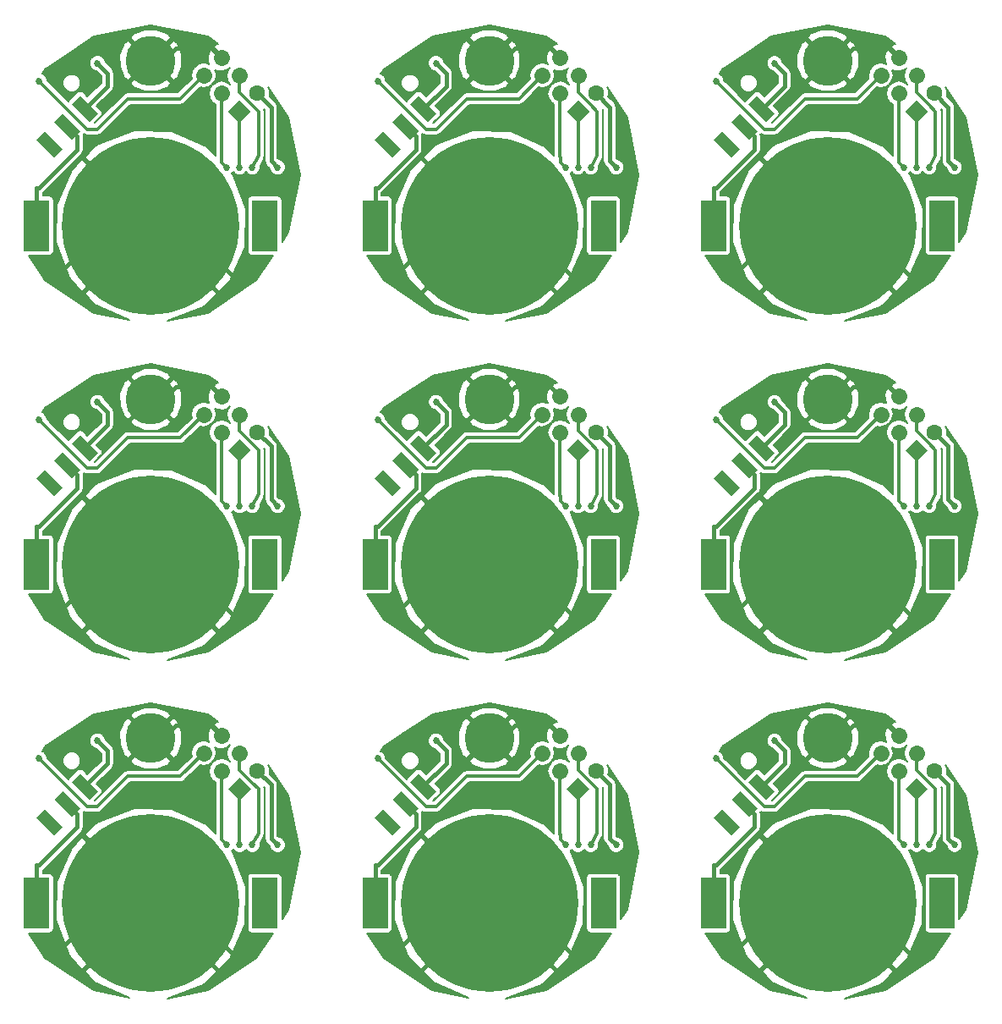
<source format=gbl>
%MOIN*%
%OFA0B0*%
%FSLAX46Y46*%
%IPPOS*%
%LPD*%
%ADD10C,0.0039370078740157488*%
%ADD11C,0.19685039370078741*%
%ADD12C,0.70000000000000007*%
%ADD13R,0.1X0.2*%
%ADD14C,0.062992125984251982*%
%ADD15C,0.062992125984251982*%
%ADD16C,0.027*%
%ADD17C,0.016*%
%ADD18C,0.012000000000000002*%
%ADD19C,0.0078740157480314977*%
%ADD30C,0.0039370078740157488*%
%ADD31C,0.19685039370078741*%
%ADD32C,0.70000000000000007*%
%ADD33R,0.1X0.2*%
%ADD34C,0.062992125984251982*%
%ADD35C,0.062992125984251982*%
%ADD36C,0.027*%
%ADD37C,0.016*%
%ADD38C,0.012000000000000002*%
%ADD39C,0.0078740157480314977*%
%ADD40C,0.0039370078740157488*%
%ADD41C,0.19685039370078741*%
%ADD42C,0.70000000000000007*%
%ADD43R,0.1X0.2*%
%ADD44C,0.062992125984251982*%
%ADD45C,0.062992125984251982*%
%ADD46C,0.027*%
%ADD47C,0.016*%
%ADD48C,0.012000000000000002*%
%ADD49C,0.0078740157480314977*%
%ADD50C,0.0039370078740157488*%
%ADD51C,0.19685039370078741*%
%ADD52C,0.70000000000000007*%
%ADD53R,0.1X0.2*%
%ADD54C,0.062992125984251982*%
%ADD55C,0.062992125984251982*%
%ADD56C,0.027*%
%ADD57C,0.016*%
%ADD58C,0.012000000000000002*%
%ADD59C,0.0078740157480314977*%
%ADD60C,0.0039370078740157488*%
%ADD61C,0.19685039370078741*%
%ADD62C,0.70000000000000007*%
%ADD63R,0.1X0.2*%
%ADD64C,0.062992125984251982*%
%ADD65C,0.062992125984251982*%
%ADD66C,0.027*%
%ADD67C,0.016*%
%ADD68C,0.012000000000000002*%
%ADD69C,0.0078740157480314977*%
%ADD70C,0.0039370078740157488*%
%ADD71C,0.19685039370078741*%
%ADD72C,0.70000000000000007*%
%ADD73R,0.1X0.2*%
%ADD74C,0.062992125984251982*%
%ADD75C,0.062992125984251982*%
%ADD76C,0.027*%
%ADD77C,0.016*%
%ADD78C,0.012000000000000002*%
%ADD79C,0.0078740157480314977*%
%ADD80C,0.0039370078740157488*%
%ADD81C,0.19685039370078741*%
%ADD82C,0.70000000000000007*%
%ADD83R,0.1X0.2*%
%ADD84C,0.062992125984251982*%
%ADD85C,0.062992125984251982*%
%ADD86C,0.027*%
%ADD87C,0.016*%
%ADD88C,0.012000000000000002*%
%ADD89C,0.0078740157480314977*%
%ADD90C,0.0039370078740157488*%
%ADD91C,0.19685039370078741*%
%ADD92C,0.70000000000000007*%
%ADD93R,0.1X0.2*%
%ADD94C,0.062992125984251982*%
%ADD95C,0.062992125984251982*%
%ADD96C,0.027*%
%ADD97C,0.016*%
%ADD98C,0.012000000000000002*%
%ADD99C,0.0078740157480314977*%
%ADD100C,0.0039370078740157488*%
%ADD101C,0.19685039370078741*%
%ADD102C,0.70000000000000007*%
%ADD103R,0.1X0.2*%
%ADD104C,0.062992125984251982*%
%ADD105C,0.062992125984251982*%
%ADD106C,0.027*%
%ADD107C,0.016*%
%ADD108C,0.012000000000000002*%
%ADD109C,0.0078740157480314977*%
G01*
D10*
D11*
X-0007591779Y0004208262D02*
X0000608220Y0001058262D03*
D12*
X0000608220Y0000408262D03*
D13*
X0001058220Y0000408262D03*
X0000158220Y0000408262D03*
D10*
G36*
X0000958220Y0000813720D02*
X0000913677Y0000858262D01*
X0000958220Y0000902804D01*
X0001002762Y0000858262D01*
X0000958220Y0000813720D01*
X0000958220Y0000813720D01*
G37*
D14*
X0001028930Y0000928972D03*
D15*
X0000887509Y0000928972D02*
X0000887509Y0000928972D01*
X0000958220Y0000999683D02*
X0000958220Y0000999683D01*
X0000816798Y0000999683D02*
X0000816798Y0000999683D01*
X0000887509Y0001070394D02*
X0000887509Y0001070394D01*
D10*
G36*
X0000226718Y0000677163D02*
X0000157121Y0000746760D01*
X0000190527Y0000780167D01*
X0000260124Y0000710569D01*
X0000226718Y0000677163D01*
X0000226718Y0000677163D01*
G37*
G36*
X0000297428Y0000747873D02*
X0000227831Y0000817471D01*
X0000261238Y0000850877D01*
X0000330835Y0000781280D01*
X0000297428Y0000747873D01*
X0000297428Y0000747873D01*
G37*
G36*
X0000365912Y0000816357D02*
X0000296315Y0000885954D01*
X0000329722Y0000919361D01*
X0000399319Y0000849764D01*
X0000365912Y0000816357D01*
X0000365912Y0000816357D01*
G37*
D16*
X0000233220Y0000208262D03*
X0000958220Y0000183262D03*
X0000398220Y0001048262D03*
X0001108220Y0000638262D03*
X0000958220Y0000638262D03*
X0000908220Y0000638262D03*
X0001008220Y0000638262D03*
X0000168220Y0000978262D03*
D17*
X0000608220Y0001058262D02*
X0000658220Y0001058262D01*
X0000658220Y0001058262D02*
X0000708220Y0001108262D01*
X0000849641Y0001108262D02*
X0000887509Y0001070394D01*
X0000708220Y0001108262D02*
X0000849641Y0001108262D01*
X0000608220Y0000408262D02*
X0000433220Y0000408262D01*
X0000433220Y0000408262D02*
X0000233220Y0000208262D01*
X0000608220Y0000408262D02*
X0000733220Y0000408262D01*
X0000733220Y0000408262D02*
X0000958220Y0000183262D01*
X0000438220Y0000958262D02*
X0000347817Y0000867859D01*
X0000438220Y0001008262D02*
X0000438220Y0000958262D01*
X0000398220Y0001048262D02*
X0000438220Y0001008262D01*
X0000347817Y0000868665D02*
X0000347817Y0000867859D01*
X0001083220Y0000683262D02*
X0001083220Y0000663262D01*
X0001083220Y0000683262D02*
X0001083220Y0000874683D01*
X0001028930Y0000928972D02*
X0001083220Y0000874683D01*
X0001083220Y0000663262D02*
X0001108220Y0000638262D01*
X0000368220Y0000850489D02*
X0000334333Y0000884375D01*
X0000332106Y0000884375D02*
X0000334333Y0000884375D01*
D18*
X0000958220Y0000638262D02*
X0000958220Y0000858262D01*
X0000888220Y0000678262D02*
X0000887509Y0000678972D01*
X0000888220Y0000658262D02*
X0000888220Y0000678262D01*
X0000908220Y0000638262D02*
X0000888220Y0000658262D01*
X0000887509Y0000678972D02*
X0000887509Y0000928972D01*
X0001008220Y0000883262D02*
X0001033220Y0000858262D01*
X0001008220Y0000883262D02*
X0000958220Y0000933262D01*
X0000958220Y0000999683D02*
X0000958220Y0000933262D01*
X0001033220Y0000683262D02*
X0001008220Y0000638262D01*
X0001033220Y0000758262D02*
X0001033220Y0000683262D01*
X0001033220Y0000858262D02*
X0001033220Y0000758262D01*
X0000725377Y0000908262D02*
X0000816798Y0000999683D01*
X0000518220Y0000908262D02*
X0000725377Y0000908262D01*
X0000398220Y0000788262D02*
X0000518220Y0000908262D01*
X0000358220Y0000788262D02*
X0000398220Y0000788262D01*
X0000168220Y0000978262D02*
X0000358220Y0000788262D01*
D17*
X0000158220Y0000558262D02*
X0000168220Y0000558262D01*
X0000158220Y0000408262D02*
X0000158220Y0000558262D01*
X0000318220Y0000760489D02*
X0000279333Y0000799375D01*
X0000318220Y0000708262D02*
X0000318220Y0000760489D01*
X0000168220Y0000558262D02*
X0000318220Y0000708262D01*
D19*
G36*
X0000919851Y0001029477D02*
X0000912071Y0001017834D01*
X0000908325Y0000999001D01*
X0000912071Y0000980169D01*
X0000922236Y0000964956D01*
X0000907024Y0000975121D01*
X0000888191Y0000978867D01*
X0000869358Y0000975121D01*
X0000853392Y0000964453D01*
X0000852029Y0000963089D01*
X0000841361Y0000947124D01*
X0000837615Y0000928291D01*
X0000841361Y0000909458D01*
X0000852029Y0000893492D01*
X0000863792Y0000885632D01*
X0000863792Y0000683407D01*
X0000827387Y0000720235D01*
X0000691317Y0000780359D01*
X0000542596Y0000783835D01*
X0000403866Y0000730133D01*
X0000389052Y0000720235D01*
X0000347179Y0000677876D01*
X0000608220Y0000416836D01*
X0000608776Y0000417393D01*
X0000617351Y0000408819D01*
X0000616794Y0000408262D01*
X0000877834Y0000147222D01*
X0000920193Y0000189095D01*
X0000980317Y0000325164D01*
X0000983792Y0000473885D01*
X0000930091Y0000612615D01*
X0000928740Y0000614638D01*
X0000933225Y0000619115D01*
X0000940514Y0000611813D01*
X0000951983Y0000607051D01*
X0000964402Y0000607040D01*
X0000975879Y0000611782D01*
X0000983225Y0000619115D01*
X0000990514Y0000611813D01*
X0001001983Y0000607051D01*
X0001014402Y0000607040D01*
X0001025879Y0000611782D01*
X0001034668Y0000620556D01*
X0001039431Y0000632025D01*
X0001039442Y0000644444D01*
X0001039162Y0000645122D01*
X0001053952Y0000671744D01*
X0001054370Y0000673047D01*
X0001055131Y0000674186D01*
X0001055774Y0000677418D01*
X0001056781Y0000680555D01*
X0001056669Y0000681919D01*
X0001056936Y0000683262D01*
X0001056936Y0000858262D01*
X0001055363Y0000866171D01*
X0001057503Y0000864031D01*
X0001057503Y0000663262D01*
X0001059461Y0000653420D01*
X0001065035Y0000645077D01*
X0001076999Y0000633114D01*
X0001076998Y0000632080D01*
X0001081740Y0000620602D01*
X0001090514Y0000611813D01*
X0001101983Y0000607051D01*
X0001114402Y0000607040D01*
X0001125879Y0000611782D01*
X0001134668Y0000620556D01*
X0001139431Y0000632025D01*
X0001139442Y0000644444D01*
X0001134699Y0000655921D01*
X0001125925Y0000664710D01*
X0001114456Y0000669473D01*
X0001113376Y0000669474D01*
X0001108936Y0000673914D01*
X0001108936Y0000874683D01*
X0001106979Y0000884524D01*
X0001101404Y0000892867D01*
X0001077253Y0000917018D01*
X0001078134Y0000919141D01*
X0001078151Y0000938719D01*
X0001072391Y0000952660D01*
X0001152007Y0000833506D01*
X0001196811Y0000608262D01*
X0001152007Y0000383018D01*
X0001126283Y0000344519D01*
X0001126283Y0000508262D01*
X0001125048Y0000514827D01*
X0001121168Y0000520857D01*
X0001115247Y0000524902D01*
X0001108220Y0000526325D01*
X0001008220Y0000526325D01*
X0001001654Y0000525090D01*
X0000995624Y0000521210D01*
X0000991579Y0000515290D01*
X0000990156Y0000508262D01*
X0000990156Y0000308262D01*
X0000991391Y0000301696D01*
X0000995272Y0000295667D01*
X0001001192Y0000291621D01*
X0001008220Y0000290198D01*
X0001089987Y0000290198D01*
X0001024417Y0000192065D01*
X0000833464Y0000064474D01*
X0000674029Y0000032761D01*
X0000812573Y0000086391D01*
X0000827387Y0000096289D01*
X0000869260Y0000138647D01*
X0000608220Y0000399687D01*
X0000347179Y0000138647D01*
X0000389052Y0000096289D01*
X0000524979Y0000036228D01*
X0000382976Y0000064474D01*
X0000192023Y0000192065D01*
X0000126452Y0000290198D01*
X0000208220Y0000290198D01*
X0000214785Y0000291434D01*
X0000220815Y0000295314D01*
X0000224860Y0000301234D01*
X0000226283Y0000308262D01*
X0000226283Y0000342638D01*
X0000232647Y0000342638D01*
X0000286349Y0000203908D01*
X0000296247Y0000189095D01*
X0000338605Y0000147222D01*
X0000599645Y0000408262D01*
X0000338605Y0000669302D01*
X0000296247Y0000627429D01*
X0000236123Y0000491359D01*
X0000232647Y0000342638D01*
X0000226283Y0000342638D01*
X0000226283Y0000508262D01*
X0000225048Y0000514827D01*
X0000221168Y0000520857D01*
X0000215247Y0000524902D01*
X0000208220Y0000526325D01*
X0000183936Y0000526325D01*
X0000183936Y0000538429D01*
X0000186404Y0000540077D01*
X0000336404Y0000690077D01*
X0000338426Y0000693103D01*
X0000341979Y0000698420D01*
X0000343936Y0000708262D01*
X0000343936Y0000760489D01*
X0000342551Y0000767451D01*
X0000343608Y0000768507D01*
X0000344331Y0000769566D01*
X0000349144Y0000766351D01*
X0000358220Y0000764545D01*
X0000398220Y0000764545D01*
X0000407296Y0000766351D01*
X0000414990Y0000771492D01*
X0000528043Y0000884545D01*
X0000725377Y0000884545D01*
X0000734453Y0000886351D01*
X0000742147Y0000891492D01*
X0000803044Y0000952389D01*
X0000816117Y0000949789D01*
X0000834949Y0000953535D01*
X0000850915Y0000964203D01*
X0000852279Y0000965566D01*
X0000862947Y0000981532D01*
X0000866693Y0001000365D01*
X0000862947Y0001019198D01*
X0000861241Y0001021750D01*
X0000872901Y0001016920D01*
X0000894477Y0001015400D01*
X0000914991Y0001022252D01*
X0000917953Y0001031376D01*
X0000919851Y0001029477D01*
X0000919851Y0001029477D01*
G37*
X0000919851Y0001029477D02*
X0000912071Y0001017834D01*
X0000908325Y0000999001D01*
X0000912071Y0000980169D01*
X0000922236Y0000964956D01*
X0000907024Y0000975121D01*
X0000888191Y0000978867D01*
X0000869358Y0000975121D01*
X0000853392Y0000964453D01*
X0000852029Y0000963089D01*
X0000841361Y0000947124D01*
X0000837615Y0000928291D01*
X0000841361Y0000909458D01*
X0000852029Y0000893492D01*
X0000863792Y0000885632D01*
X0000863792Y0000683407D01*
X0000827387Y0000720235D01*
X0000691317Y0000780359D01*
X0000542596Y0000783835D01*
X0000403866Y0000730133D01*
X0000389052Y0000720235D01*
X0000347179Y0000677876D01*
X0000608220Y0000416836D01*
X0000608776Y0000417393D01*
X0000617351Y0000408819D01*
X0000616794Y0000408262D01*
X0000877834Y0000147222D01*
X0000920193Y0000189095D01*
X0000980317Y0000325164D01*
X0000983792Y0000473885D01*
X0000930091Y0000612615D01*
X0000928740Y0000614638D01*
X0000933225Y0000619115D01*
X0000940514Y0000611813D01*
X0000951983Y0000607051D01*
X0000964402Y0000607040D01*
X0000975879Y0000611782D01*
X0000983225Y0000619115D01*
X0000990514Y0000611813D01*
X0001001983Y0000607051D01*
X0001014402Y0000607040D01*
X0001025879Y0000611782D01*
X0001034668Y0000620556D01*
X0001039431Y0000632025D01*
X0001039442Y0000644444D01*
X0001039162Y0000645122D01*
X0001053952Y0000671744D01*
X0001054370Y0000673047D01*
X0001055131Y0000674186D01*
X0001055774Y0000677418D01*
X0001056781Y0000680555D01*
X0001056669Y0000681919D01*
X0001056936Y0000683262D01*
X0001056936Y0000858262D01*
X0001055363Y0000866171D01*
X0001057503Y0000864031D01*
X0001057503Y0000663262D01*
X0001059461Y0000653420D01*
X0001065035Y0000645077D01*
X0001076999Y0000633114D01*
X0001076998Y0000632080D01*
X0001081740Y0000620602D01*
X0001090514Y0000611813D01*
X0001101983Y0000607051D01*
X0001114402Y0000607040D01*
X0001125879Y0000611782D01*
X0001134668Y0000620556D01*
X0001139431Y0000632025D01*
X0001139442Y0000644444D01*
X0001134699Y0000655921D01*
X0001125925Y0000664710D01*
X0001114456Y0000669473D01*
X0001113376Y0000669474D01*
X0001108936Y0000673914D01*
X0001108936Y0000874683D01*
X0001106979Y0000884524D01*
X0001101404Y0000892867D01*
X0001077253Y0000917018D01*
X0001078134Y0000919141D01*
X0001078151Y0000938719D01*
X0001072391Y0000952660D01*
X0001152007Y0000833506D01*
X0001196811Y0000608262D01*
X0001152007Y0000383018D01*
X0001126283Y0000344519D01*
X0001126283Y0000508262D01*
X0001125048Y0000514827D01*
X0001121168Y0000520857D01*
X0001115247Y0000524902D01*
X0001108220Y0000526325D01*
X0001008220Y0000526325D01*
X0001001654Y0000525090D01*
X0000995624Y0000521210D01*
X0000991579Y0000515290D01*
X0000990156Y0000508262D01*
X0000990156Y0000308262D01*
X0000991391Y0000301696D01*
X0000995272Y0000295667D01*
X0001001192Y0000291621D01*
X0001008220Y0000290198D01*
X0001089987Y0000290198D01*
X0001024417Y0000192065D01*
X0000833464Y0000064474D01*
X0000674029Y0000032761D01*
X0000812573Y0000086391D01*
X0000827387Y0000096289D01*
X0000869260Y0000138647D01*
X0000608220Y0000399687D01*
X0000347179Y0000138647D01*
X0000389052Y0000096289D01*
X0000524979Y0000036228D01*
X0000382976Y0000064474D01*
X0000192023Y0000192065D01*
X0000126452Y0000290198D01*
X0000208220Y0000290198D01*
X0000214785Y0000291434D01*
X0000220815Y0000295314D01*
X0000224860Y0000301234D01*
X0000226283Y0000308262D01*
X0000226283Y0000342638D01*
X0000232647Y0000342638D01*
X0000286349Y0000203908D01*
X0000296247Y0000189095D01*
X0000338605Y0000147222D01*
X0000599645Y0000408262D01*
X0000338605Y0000669302D01*
X0000296247Y0000627429D01*
X0000236123Y0000491359D01*
X0000232647Y0000342638D01*
X0000226283Y0000342638D01*
X0000226283Y0000508262D01*
X0000225048Y0000514827D01*
X0000221168Y0000520857D01*
X0000215247Y0000524902D01*
X0000208220Y0000526325D01*
X0000183936Y0000526325D01*
X0000183936Y0000538429D01*
X0000186404Y0000540077D01*
X0000336404Y0000690077D01*
X0000338426Y0000693103D01*
X0000341979Y0000698420D01*
X0000343936Y0000708262D01*
X0000343936Y0000760489D01*
X0000342551Y0000767451D01*
X0000343608Y0000768507D01*
X0000344331Y0000769566D01*
X0000349144Y0000766351D01*
X0000358220Y0000764545D01*
X0000398220Y0000764545D01*
X0000407296Y0000766351D01*
X0000414990Y0000771492D01*
X0000528043Y0000884545D01*
X0000725377Y0000884545D01*
X0000734453Y0000886351D01*
X0000742147Y0000891492D01*
X0000803044Y0000952389D01*
X0000816117Y0000949789D01*
X0000834949Y0000953535D01*
X0000850915Y0000964203D01*
X0000852279Y0000965566D01*
X0000862947Y0000981532D01*
X0000866693Y0001000365D01*
X0000862947Y0001019198D01*
X0000861241Y0001021750D01*
X0000872901Y0001016920D01*
X0000894477Y0001015400D01*
X0000914991Y0001022252D01*
X0000917953Y0001031376D01*
X0000919851Y0001029477D01*
G36*
X0000833464Y0001152049D02*
X0000875757Y0001123790D01*
X0000860027Y0001118535D01*
X0000857065Y0001109412D01*
X0000887509Y0001078968D01*
X0000888066Y0001079525D01*
X0000896640Y0001070951D01*
X0000896083Y0001070394D01*
X0000896640Y0001069837D01*
X0000888066Y0001061263D01*
X0000887509Y0001061819D01*
X0000886952Y0001061263D01*
X0000878378Y0001069837D01*
X0000878935Y0001070394D01*
X0000848491Y0001100837D01*
X0000839368Y0001097876D01*
X0000832515Y0001077361D01*
X0000834035Y0001055786D01*
X0000838865Y0001044126D01*
X0000836313Y0001045831D01*
X0000817480Y0001049577D01*
X0000798647Y0001045831D01*
X0000782681Y0001035163D01*
X0000781318Y0001033800D01*
X0000770650Y0001017834D01*
X0000766904Y0000999001D01*
X0000769504Y0000985929D01*
X0000715553Y0000931978D01*
X0000518220Y0000931978D01*
X0000509144Y0000930173D01*
X0000501450Y0000925032D01*
X0000388396Y0000811978D01*
X0000387079Y0000811978D01*
X0000412092Y0000836991D01*
X0000415860Y0000842507D01*
X0000417381Y0000849514D01*
X0000416055Y0000856561D01*
X0000412092Y0000862537D01*
X0000395477Y0000879151D01*
X0000456404Y0000940077D01*
X0000461979Y0000948420D01*
X0000463936Y0000958262D01*
X0000463936Y0000970097D01*
X0000528630Y0000970097D01*
X0000539880Y0000953885D01*
X0000585025Y0000935677D01*
X0000633702Y0000936132D01*
X0000676560Y0000953885D01*
X0000687810Y0000970097D01*
X0000608220Y0001049687D01*
X0000528630Y0000970097D01*
X0000463936Y0000970097D01*
X0000463936Y0001008262D01*
X0000461979Y0001018103D01*
X0000456404Y0001026446D01*
X0000429441Y0001053409D01*
X0000429442Y0001054444D01*
X0000424699Y0001065921D01*
X0000415925Y0001074710D01*
X0000404456Y0001079473D01*
X0000392038Y0001079484D01*
X0000380560Y0001074741D01*
X0000371771Y0001065968D01*
X0000367009Y0001054498D01*
X0000366998Y0001042080D01*
X0000371740Y0001030602D01*
X0000380514Y0001021813D01*
X0000391983Y0001017051D01*
X0000393063Y0001017050D01*
X0000412503Y0000997610D01*
X0000412503Y0000968914D01*
X0000359109Y0000915519D01*
X0000342494Y0000932134D01*
X0000336979Y0000935903D01*
X0000329971Y0000937423D01*
X0000322924Y0000936097D01*
X0000316949Y0000932134D01*
X0000283542Y0000898727D01*
X0000282630Y0000897392D01*
X0000217568Y0000962454D01*
X0000260876Y0000962454D01*
X0000266259Y0000949426D01*
X0000276217Y0000939450D01*
X0000289236Y0000934044D01*
X0000303332Y0000934032D01*
X0000316360Y0000939415D01*
X0000326336Y0000949373D01*
X0000331742Y0000962392D01*
X0000331754Y0000976488D01*
X0000326371Y0000989516D01*
X0000316412Y0000999492D01*
X0000303394Y0001004898D01*
X0000289298Y0001004910D01*
X0000276270Y0000999527D01*
X0000266294Y0000989568D01*
X0000260888Y0000976550D01*
X0000260876Y0000962454D01*
X0000217568Y0000962454D01*
X0000199438Y0000980583D01*
X0000199442Y0000984444D01*
X0000194699Y0000995921D01*
X0000185925Y0001004710D01*
X0000180369Y0001007018D01*
X0000192023Y0001024459D01*
X0000277326Y0001081456D01*
X0000485635Y0001081456D01*
X0000486090Y0001032780D01*
X0000503843Y0000989922D01*
X0000520055Y0000978672D01*
X0000599645Y0001058262D01*
X0000616794Y0001058262D01*
X0000696384Y0000978672D01*
X0000712597Y0000989922D01*
X0000730804Y0001035067D01*
X0000730349Y0001083744D01*
X0000712597Y0001126602D01*
X0000696384Y0001137852D01*
X0000616794Y0001058262D01*
X0000599645Y0001058262D01*
X0000520055Y0001137852D01*
X0000503843Y0001126602D01*
X0000485635Y0001081456D01*
X0000277326Y0001081456D01*
X0000374560Y0001146426D01*
X0000528630Y0001146426D01*
X0000608220Y0001066836D01*
X0000687810Y0001146426D01*
X0000676560Y0001162639D01*
X0000631414Y0001180846D01*
X0000582738Y0001180391D01*
X0000539880Y0001162639D01*
X0000528630Y0001146426D01*
X0000374560Y0001146426D01*
X0000382976Y0001152049D01*
X0000608220Y0001196853D01*
X0000833464Y0001152049D01*
X0000833464Y0001152049D01*
G37*
X0000833464Y0001152049D02*
X0000875757Y0001123790D01*
X0000860027Y0001118535D01*
X0000857065Y0001109412D01*
X0000887509Y0001078968D01*
X0000888066Y0001079525D01*
X0000896640Y0001070951D01*
X0000896083Y0001070394D01*
X0000896640Y0001069837D01*
X0000888066Y0001061263D01*
X0000887509Y0001061819D01*
X0000886952Y0001061263D01*
X0000878378Y0001069837D01*
X0000878935Y0001070394D01*
X0000848491Y0001100837D01*
X0000839368Y0001097876D01*
X0000832515Y0001077361D01*
X0000834035Y0001055786D01*
X0000838865Y0001044126D01*
X0000836313Y0001045831D01*
X0000817480Y0001049577D01*
X0000798647Y0001045831D01*
X0000782681Y0001035163D01*
X0000781318Y0001033800D01*
X0000770650Y0001017834D01*
X0000766904Y0000999001D01*
X0000769504Y0000985929D01*
X0000715553Y0000931978D01*
X0000518220Y0000931978D01*
X0000509144Y0000930173D01*
X0000501450Y0000925032D01*
X0000388396Y0000811978D01*
X0000387079Y0000811978D01*
X0000412092Y0000836991D01*
X0000415860Y0000842507D01*
X0000417381Y0000849514D01*
X0000416055Y0000856561D01*
X0000412092Y0000862537D01*
X0000395477Y0000879151D01*
X0000456404Y0000940077D01*
X0000461979Y0000948420D01*
X0000463936Y0000958262D01*
X0000463936Y0000970097D01*
X0000528630Y0000970097D01*
X0000539880Y0000953885D01*
X0000585025Y0000935677D01*
X0000633702Y0000936132D01*
X0000676560Y0000953885D01*
X0000687810Y0000970097D01*
X0000608220Y0001049687D01*
X0000528630Y0000970097D01*
X0000463936Y0000970097D01*
X0000463936Y0001008262D01*
X0000461979Y0001018103D01*
X0000456404Y0001026446D01*
X0000429441Y0001053409D01*
X0000429442Y0001054444D01*
X0000424699Y0001065921D01*
X0000415925Y0001074710D01*
X0000404456Y0001079473D01*
X0000392038Y0001079484D01*
X0000380560Y0001074741D01*
X0000371771Y0001065968D01*
X0000367009Y0001054498D01*
X0000366998Y0001042080D01*
X0000371740Y0001030602D01*
X0000380514Y0001021813D01*
X0000391983Y0001017051D01*
X0000393063Y0001017050D01*
X0000412503Y0000997610D01*
X0000412503Y0000968914D01*
X0000359109Y0000915519D01*
X0000342494Y0000932134D01*
X0000336979Y0000935903D01*
X0000329971Y0000937423D01*
X0000322924Y0000936097D01*
X0000316949Y0000932134D01*
X0000283542Y0000898727D01*
X0000282630Y0000897392D01*
X0000217568Y0000962454D01*
X0000260876Y0000962454D01*
X0000266259Y0000949426D01*
X0000276217Y0000939450D01*
X0000289236Y0000934044D01*
X0000303332Y0000934032D01*
X0000316360Y0000939415D01*
X0000326336Y0000949373D01*
X0000331742Y0000962392D01*
X0000331754Y0000976488D01*
X0000326371Y0000989516D01*
X0000316412Y0000999492D01*
X0000303394Y0001004898D01*
X0000289298Y0001004910D01*
X0000276270Y0000999527D01*
X0000266294Y0000989568D01*
X0000260888Y0000976550D01*
X0000260876Y0000962454D01*
X0000217568Y0000962454D01*
X0000199438Y0000980583D01*
X0000199442Y0000984444D01*
X0000194699Y0000995921D01*
X0000185925Y0001004710D01*
X0000180369Y0001007018D01*
X0000192023Y0001024459D01*
X0000277326Y0001081456D01*
X0000485635Y0001081456D01*
X0000486090Y0001032780D01*
X0000503843Y0000989922D01*
X0000520055Y0000978672D01*
X0000599645Y0001058262D01*
X0000616794Y0001058262D01*
X0000696384Y0000978672D01*
X0000712597Y0000989922D01*
X0000730804Y0001035067D01*
X0000730349Y0001083744D01*
X0000712597Y0001126602D01*
X0000696384Y0001137852D01*
X0000616794Y0001058262D01*
X0000599645Y0001058262D01*
X0000520055Y0001137852D01*
X0000503843Y0001126602D01*
X0000485635Y0001081456D01*
X0000277326Y0001081456D01*
X0000374560Y0001146426D01*
X0000528630Y0001146426D01*
X0000608220Y0001066836D01*
X0000687810Y0001146426D01*
X0000676560Y0001162639D01*
X0000631414Y0001180846D01*
X0000582738Y0001180391D01*
X0000539880Y0001162639D01*
X0000528630Y0001146426D01*
X0000374560Y0001146426D01*
X0000382976Y0001152049D01*
X0000608220Y0001196853D01*
X0000833464Y0001152049D01*
G04 next file*
G04 #@! TF.FileFunction,Copper,L2,Bot,Signal*
G04 Gerber Fmt 4.6, Leading zero omitted, Abs format (unit mm)*
G04 Created by KiCad (PCBNEW 4.0.6) date 10/10/19 11:50:36*
G01*
G04 APERTURE LIST*
G04 APERTURE END LIST*
D30*
D31*
X-0007591779Y0005542896D02*
X0000608220Y0002392896D03*
D32*
X0000608220Y0001742896D03*
D33*
X0001058220Y0001742896D03*
X0000158220Y0001742896D03*
D30*
G36*
X0000958220Y0002148354D02*
X0000913677Y0002192896D01*
X0000958220Y0002237439D01*
X0001002762Y0002192896D01*
X0000958220Y0002148354D01*
X0000958220Y0002148354D01*
G37*
D34*
X0001028930Y0002263607D03*
D35*
X0000887509Y0002263607D02*
X0000887509Y0002263607D01*
X0000958220Y0002334318D02*
X0000958220Y0002334318D01*
X0000816798Y0002334318D02*
X0000816798Y0002334318D01*
X0000887509Y0002405028D02*
X0000887509Y0002405028D01*
D30*
G36*
X0000226718Y0002011797D02*
X0000157121Y0002081395D01*
X0000190527Y0002114801D01*
X0000260124Y0002045204D01*
X0000226718Y0002011797D01*
X0000226718Y0002011797D01*
G37*
G36*
X0000297428Y0002082508D02*
X0000227831Y0002152105D01*
X0000261238Y0002185512D01*
X0000330835Y0002115915D01*
X0000297428Y0002082508D01*
X0000297428Y0002082508D01*
G37*
G36*
X0000365912Y0002150992D02*
X0000296315Y0002220589D01*
X0000329722Y0002253995D01*
X0000399319Y0002184398D01*
X0000365912Y0002150992D01*
X0000365912Y0002150992D01*
G37*
D36*
X0000233220Y0001542896D03*
X0000958220Y0001517896D03*
X0000398220Y0002382896D03*
X0001108220Y0001972896D03*
X0000958220Y0001972896D03*
X0000908220Y0001972896D03*
X0001008220Y0001972896D03*
X0000168220Y0002312896D03*
D37*
X0000608220Y0002392896D02*
X0000658220Y0002392896D01*
X0000658220Y0002392896D02*
X0000708220Y0002442896D01*
X0000849641Y0002442896D02*
X0000887509Y0002405028D01*
X0000708220Y0002442896D02*
X0000849641Y0002442896D01*
X0000608220Y0001742896D02*
X0000433220Y0001742896D01*
X0000433220Y0001742896D02*
X0000233220Y0001542896D01*
X0000608220Y0001742896D02*
X0000733220Y0001742896D01*
X0000733220Y0001742896D02*
X0000958220Y0001517896D01*
X0000438220Y0002292896D02*
X0000347817Y0002202494D01*
X0000438220Y0002342896D02*
X0000438220Y0002292896D01*
X0000398220Y0002382896D02*
X0000438220Y0002342896D01*
X0000347817Y0002203299D02*
X0000347817Y0002202494D01*
X0001083220Y0002017896D02*
X0001083220Y0001997896D01*
X0001083220Y0002017896D02*
X0001083220Y0002209318D01*
X0001028930Y0002263607D02*
X0001083220Y0002209318D01*
X0001083220Y0001997896D02*
X0001108220Y0001972896D01*
X0000368220Y0002185123D02*
X0000334333Y0002219010D01*
X0000332106Y0002219010D02*
X0000334333Y0002219010D01*
D38*
X0000958220Y0001972896D02*
X0000958220Y0002192896D01*
X0000888220Y0002012896D02*
X0000887509Y0002013607D01*
X0000888220Y0001992896D02*
X0000888220Y0002012896D01*
X0000908220Y0001972896D02*
X0000888220Y0001992896D01*
X0000887509Y0002013607D02*
X0000887509Y0002263607D01*
X0001008220Y0002217896D02*
X0001033220Y0002192896D01*
X0001008220Y0002217896D02*
X0000958220Y0002267896D01*
X0000958220Y0002334318D02*
X0000958220Y0002267896D01*
X0001033220Y0002017896D02*
X0001008220Y0001972896D01*
X0001033220Y0002092896D02*
X0001033220Y0002017896D01*
X0001033220Y0002192896D02*
X0001033220Y0002092896D01*
X0000725377Y0002242896D02*
X0000816798Y0002334318D01*
X0000518220Y0002242896D02*
X0000725377Y0002242896D01*
X0000398220Y0002122896D02*
X0000518220Y0002242896D01*
X0000358220Y0002122896D02*
X0000398220Y0002122896D01*
X0000168220Y0002312896D02*
X0000358220Y0002122896D01*
D37*
X0000158220Y0001892896D02*
X0000168220Y0001892896D01*
X0000158220Y0001742896D02*
X0000158220Y0001892896D01*
X0000318220Y0002095123D02*
X0000279333Y0002134010D01*
X0000318220Y0002042896D02*
X0000318220Y0002095123D01*
X0000168220Y0001892896D02*
X0000318220Y0002042896D01*
D39*
G36*
X0000919851Y0002364112D02*
X0000912071Y0002352469D01*
X0000908325Y0002333636D01*
X0000912071Y0002314803D01*
X0000922236Y0002299591D01*
X0000907024Y0002309755D01*
X0000888191Y0002313501D01*
X0000869358Y0002309755D01*
X0000853392Y0002299087D01*
X0000852029Y0002297724D01*
X0000841361Y0002281758D01*
X0000837615Y0002262925D01*
X0000841361Y0002244092D01*
X0000852029Y0002228127D01*
X0000863792Y0002220267D01*
X0000863792Y0002018042D01*
X0000827387Y0002054869D01*
X0000691317Y0002114993D01*
X0000542596Y0002118469D01*
X0000403866Y0002064767D01*
X0000389052Y0002054869D01*
X0000347179Y0002012511D01*
X0000608220Y0001751471D01*
X0000608776Y0001752028D01*
X0000617351Y0001743453D01*
X0000616794Y0001742896D01*
X0000877834Y0001481856D01*
X0000920193Y0001523729D01*
X0000980317Y0001659799D01*
X0000983792Y0001808520D01*
X0000930091Y0001947250D01*
X0000928740Y0001949272D01*
X0000933225Y0001953750D01*
X0000940514Y0001946448D01*
X0000951983Y0001941685D01*
X0000964402Y0001941674D01*
X0000975879Y0001946417D01*
X0000983225Y0001953750D01*
X0000990514Y0001946448D01*
X0001001983Y0001941685D01*
X0001014402Y0001941674D01*
X0001025879Y0001946417D01*
X0001034668Y0001955191D01*
X0001039431Y0001966660D01*
X0001039442Y0001979079D01*
X0001039162Y0001979756D01*
X0001053952Y0002006379D01*
X0001054370Y0002007682D01*
X0001055131Y0002008820D01*
X0001055774Y0002012052D01*
X0001056781Y0002015189D01*
X0001056669Y0002016554D01*
X0001056936Y0002017896D01*
X0001056936Y0002192896D01*
X0001055363Y0002200806D01*
X0001057503Y0002198666D01*
X0001057503Y0001997896D01*
X0001059461Y0001988055D01*
X0001065035Y0001979712D01*
X0001076999Y0001967749D01*
X0001076998Y0001966714D01*
X0001081740Y0001955237D01*
X0001090514Y0001946448D01*
X0001101983Y0001941685D01*
X0001114402Y0001941674D01*
X0001125879Y0001946417D01*
X0001134668Y0001955191D01*
X0001139431Y0001966660D01*
X0001139442Y0001979079D01*
X0001134699Y0001990556D01*
X0001125925Y0001999345D01*
X0001114456Y0002004107D01*
X0001113376Y0002004108D01*
X0001108936Y0002008549D01*
X0001108936Y0002209318D01*
X0001106979Y0002219159D01*
X0001101404Y0002227502D01*
X0001077253Y0002251653D01*
X0001078134Y0002253775D01*
X0001078151Y0002273353D01*
X0001072391Y0002287294D01*
X0001152007Y0002168140D01*
X0001196811Y0001942896D01*
X0001152007Y0001717652D01*
X0001126283Y0001679154D01*
X0001126283Y0001842896D01*
X0001125048Y0001849462D01*
X0001121168Y0001855492D01*
X0001115247Y0001859537D01*
X0001108220Y0001860960D01*
X0001008220Y0001860960D01*
X0001001654Y0001859725D01*
X0000995624Y0001855845D01*
X0000991579Y0001849924D01*
X0000990156Y0001842896D01*
X0000990156Y0001642896D01*
X0000991391Y0001636331D01*
X0000995272Y0001630301D01*
X0001001192Y0001626256D01*
X0001008220Y0001624833D01*
X0001089987Y0001624833D01*
X0001024417Y0001526700D01*
X0000833464Y0001399109D01*
X0000674029Y0001367395D01*
X0000812573Y0001421025D01*
X0000827387Y0001430924D01*
X0000869260Y0001473282D01*
X0000608220Y0001734322D01*
X0000347179Y0001473282D01*
X0000389052Y0001430924D01*
X0000524979Y0001370863D01*
X0000382976Y0001399109D01*
X0000192023Y0001526700D01*
X0000126452Y0001624833D01*
X0000208220Y0001624833D01*
X0000214785Y0001626068D01*
X0000220815Y0001629948D01*
X0000224860Y0001635869D01*
X0000226283Y0001642896D01*
X0000226283Y0001677273D01*
X0000232647Y0001677273D01*
X0000286349Y0001538543D01*
X0000296247Y0001523729D01*
X0000338605Y0001481856D01*
X0000599645Y0001742896D01*
X0000338605Y0002003937D01*
X0000296247Y0001962064D01*
X0000236123Y0001825994D01*
X0000232647Y0001677273D01*
X0000226283Y0001677273D01*
X0000226283Y0001842896D01*
X0000225048Y0001849462D01*
X0000221168Y0001855492D01*
X0000215247Y0001859537D01*
X0000208220Y0001860960D01*
X0000183936Y0001860960D01*
X0000183936Y0001873063D01*
X0000186404Y0001874712D01*
X0000336404Y0002024712D01*
X0000338426Y0002027738D01*
X0000341979Y0002033055D01*
X0000343936Y0002042896D01*
X0000343936Y0002095123D01*
X0000342551Y0002102085D01*
X0000343608Y0002103142D01*
X0000344331Y0002104201D01*
X0000349144Y0002100985D01*
X0000358220Y0002099180D01*
X0000398220Y0002099180D01*
X0000407296Y0002100985D01*
X0000414990Y0002106126D01*
X0000528043Y0002219180D01*
X0000725377Y0002219180D01*
X0000734453Y0002220985D01*
X0000742147Y0002226126D01*
X0000803044Y0002287024D01*
X0000816117Y0002284423D01*
X0000834949Y0002288170D01*
X0000850915Y0002298837D01*
X0000852279Y0002300201D01*
X0000862947Y0002316167D01*
X0000866693Y0002334999D01*
X0000862947Y0002353832D01*
X0000861241Y0002356384D01*
X0000872901Y0002351554D01*
X0000894477Y0002350035D01*
X0000914991Y0002356887D01*
X0000917953Y0002366010D01*
X0000919851Y0002364112D01*
X0000919851Y0002364112D01*
G37*
X0000919851Y0002364112D02*
X0000912071Y0002352469D01*
X0000908325Y0002333636D01*
X0000912071Y0002314803D01*
X0000922236Y0002299591D01*
X0000907024Y0002309755D01*
X0000888191Y0002313501D01*
X0000869358Y0002309755D01*
X0000853392Y0002299087D01*
X0000852029Y0002297724D01*
X0000841361Y0002281758D01*
X0000837615Y0002262925D01*
X0000841361Y0002244092D01*
X0000852029Y0002228127D01*
X0000863792Y0002220267D01*
X0000863792Y0002018042D01*
X0000827387Y0002054869D01*
X0000691317Y0002114993D01*
X0000542596Y0002118469D01*
X0000403866Y0002064767D01*
X0000389052Y0002054869D01*
X0000347179Y0002012511D01*
X0000608220Y0001751471D01*
X0000608776Y0001752028D01*
X0000617351Y0001743453D01*
X0000616794Y0001742896D01*
X0000877834Y0001481856D01*
X0000920193Y0001523729D01*
X0000980317Y0001659799D01*
X0000983792Y0001808520D01*
X0000930091Y0001947250D01*
X0000928740Y0001949272D01*
X0000933225Y0001953750D01*
X0000940514Y0001946448D01*
X0000951983Y0001941685D01*
X0000964402Y0001941674D01*
X0000975879Y0001946417D01*
X0000983225Y0001953750D01*
X0000990514Y0001946448D01*
X0001001983Y0001941685D01*
X0001014402Y0001941674D01*
X0001025879Y0001946417D01*
X0001034668Y0001955191D01*
X0001039431Y0001966660D01*
X0001039442Y0001979079D01*
X0001039162Y0001979756D01*
X0001053952Y0002006379D01*
X0001054370Y0002007682D01*
X0001055131Y0002008820D01*
X0001055774Y0002012052D01*
X0001056781Y0002015189D01*
X0001056669Y0002016554D01*
X0001056936Y0002017896D01*
X0001056936Y0002192896D01*
X0001055363Y0002200806D01*
X0001057503Y0002198666D01*
X0001057503Y0001997896D01*
X0001059461Y0001988055D01*
X0001065035Y0001979712D01*
X0001076999Y0001967749D01*
X0001076998Y0001966714D01*
X0001081740Y0001955237D01*
X0001090514Y0001946448D01*
X0001101983Y0001941685D01*
X0001114402Y0001941674D01*
X0001125879Y0001946417D01*
X0001134668Y0001955191D01*
X0001139431Y0001966660D01*
X0001139442Y0001979079D01*
X0001134699Y0001990556D01*
X0001125925Y0001999345D01*
X0001114456Y0002004107D01*
X0001113376Y0002004108D01*
X0001108936Y0002008549D01*
X0001108936Y0002209318D01*
X0001106979Y0002219159D01*
X0001101404Y0002227502D01*
X0001077253Y0002251653D01*
X0001078134Y0002253775D01*
X0001078151Y0002273353D01*
X0001072391Y0002287294D01*
X0001152007Y0002168140D01*
X0001196811Y0001942896D01*
X0001152007Y0001717652D01*
X0001126283Y0001679154D01*
X0001126283Y0001842896D01*
X0001125048Y0001849462D01*
X0001121168Y0001855492D01*
X0001115247Y0001859537D01*
X0001108220Y0001860960D01*
X0001008220Y0001860960D01*
X0001001654Y0001859725D01*
X0000995624Y0001855845D01*
X0000991579Y0001849924D01*
X0000990156Y0001842896D01*
X0000990156Y0001642896D01*
X0000991391Y0001636331D01*
X0000995272Y0001630301D01*
X0001001192Y0001626256D01*
X0001008220Y0001624833D01*
X0001089987Y0001624833D01*
X0001024417Y0001526700D01*
X0000833464Y0001399109D01*
X0000674029Y0001367395D01*
X0000812573Y0001421025D01*
X0000827387Y0001430924D01*
X0000869260Y0001473282D01*
X0000608220Y0001734322D01*
X0000347179Y0001473282D01*
X0000389052Y0001430924D01*
X0000524979Y0001370863D01*
X0000382976Y0001399109D01*
X0000192023Y0001526700D01*
X0000126452Y0001624833D01*
X0000208220Y0001624833D01*
X0000214785Y0001626068D01*
X0000220815Y0001629948D01*
X0000224860Y0001635869D01*
X0000226283Y0001642896D01*
X0000226283Y0001677273D01*
X0000232647Y0001677273D01*
X0000286349Y0001538543D01*
X0000296247Y0001523729D01*
X0000338605Y0001481856D01*
X0000599645Y0001742896D01*
X0000338605Y0002003937D01*
X0000296247Y0001962064D01*
X0000236123Y0001825994D01*
X0000232647Y0001677273D01*
X0000226283Y0001677273D01*
X0000226283Y0001842896D01*
X0000225048Y0001849462D01*
X0000221168Y0001855492D01*
X0000215247Y0001859537D01*
X0000208220Y0001860960D01*
X0000183936Y0001860960D01*
X0000183936Y0001873063D01*
X0000186404Y0001874712D01*
X0000336404Y0002024712D01*
X0000338426Y0002027738D01*
X0000341979Y0002033055D01*
X0000343936Y0002042896D01*
X0000343936Y0002095123D01*
X0000342551Y0002102085D01*
X0000343608Y0002103142D01*
X0000344331Y0002104201D01*
X0000349144Y0002100985D01*
X0000358220Y0002099180D01*
X0000398220Y0002099180D01*
X0000407296Y0002100985D01*
X0000414990Y0002106126D01*
X0000528043Y0002219180D01*
X0000725377Y0002219180D01*
X0000734453Y0002220985D01*
X0000742147Y0002226126D01*
X0000803044Y0002287024D01*
X0000816117Y0002284423D01*
X0000834949Y0002288170D01*
X0000850915Y0002298837D01*
X0000852279Y0002300201D01*
X0000862947Y0002316167D01*
X0000866693Y0002334999D01*
X0000862947Y0002353832D01*
X0000861241Y0002356384D01*
X0000872901Y0002351554D01*
X0000894477Y0002350035D01*
X0000914991Y0002356887D01*
X0000917953Y0002366010D01*
X0000919851Y0002364112D01*
G36*
X0000833464Y0002486684D02*
X0000875757Y0002458424D01*
X0000860027Y0002453170D01*
X0000857065Y0002444046D01*
X0000887509Y0002413603D01*
X0000888066Y0002414160D01*
X0000896640Y0002405585D01*
X0000896083Y0002405028D01*
X0000896640Y0002404472D01*
X0000888066Y0002395897D01*
X0000887509Y0002396454D01*
X0000886952Y0002395897D01*
X0000878378Y0002404472D01*
X0000878935Y0002405028D01*
X0000848491Y0002435472D01*
X0000839368Y0002432511D01*
X0000832515Y0002411996D01*
X0000834035Y0002390420D01*
X0000838865Y0002378761D01*
X0000836313Y0002380466D01*
X0000817480Y0002384212D01*
X0000798647Y0002380466D01*
X0000782681Y0002369798D01*
X0000781318Y0002368435D01*
X0000770650Y0002352469D01*
X0000766904Y0002333636D01*
X0000769504Y0002320564D01*
X0000715553Y0002266613D01*
X0000518220Y0002266613D01*
X0000509144Y0002264808D01*
X0000501450Y0002259667D01*
X0000388396Y0002146613D01*
X0000387079Y0002146613D01*
X0000412092Y0002171625D01*
X0000415860Y0002177141D01*
X0000417381Y0002184149D01*
X0000416055Y0002191195D01*
X0000412092Y0002197171D01*
X0000395477Y0002213785D01*
X0000456404Y0002274712D01*
X0000461979Y0002283055D01*
X0000463936Y0002292896D01*
X0000463936Y0002304732D01*
X0000528630Y0002304732D01*
X0000539880Y0002288519D01*
X0000585025Y0002270312D01*
X0000633702Y0002270767D01*
X0000676560Y0002288519D01*
X0000687810Y0002304732D01*
X0000608220Y0002384322D01*
X0000528630Y0002304732D01*
X0000463936Y0002304732D01*
X0000463936Y0002342896D01*
X0000461979Y0002352738D01*
X0000456404Y0002361081D01*
X0000429441Y0002388044D01*
X0000429442Y0002389079D01*
X0000424699Y0002400556D01*
X0000415925Y0002409345D01*
X0000404456Y0002414107D01*
X0000392038Y0002414118D01*
X0000380560Y0002409376D01*
X0000371771Y0002400602D01*
X0000367009Y0002389133D01*
X0000366998Y0002376714D01*
X0000371740Y0002365237D01*
X0000380514Y0002356448D01*
X0000391983Y0002351685D01*
X0000393063Y0002351684D01*
X0000412503Y0002332244D01*
X0000412503Y0002303549D01*
X0000359109Y0002250154D01*
X0000342494Y0002266768D01*
X0000336979Y0002270537D01*
X0000329971Y0002272057D01*
X0000322924Y0002270731D01*
X0000316949Y0002266768D01*
X0000283542Y0002233362D01*
X0000282630Y0002232027D01*
X0000217568Y0002297088D01*
X0000260876Y0002297088D01*
X0000266259Y0002284060D01*
X0000276217Y0002274084D01*
X0000289236Y0002268678D01*
X0000303332Y0002268666D01*
X0000316360Y0002274049D01*
X0000326336Y0002284008D01*
X0000331742Y0002297026D01*
X0000331754Y0002311122D01*
X0000326371Y0002324150D01*
X0000316412Y0002334127D01*
X0000303394Y0002339532D01*
X0000289298Y0002339545D01*
X0000276270Y0002334162D01*
X0000266294Y0002324203D01*
X0000260888Y0002311184D01*
X0000260876Y0002297088D01*
X0000217568Y0002297088D01*
X0000199438Y0002315218D01*
X0000199442Y0002319079D01*
X0000194699Y0002330556D01*
X0000185925Y0002339345D01*
X0000180369Y0002341652D01*
X0000192023Y0002359093D01*
X0000277326Y0002416091D01*
X0000485635Y0002416091D01*
X0000486090Y0002367414D01*
X0000503843Y0002324556D01*
X0000520055Y0002313306D01*
X0000599645Y0002392896D01*
X0000616794Y0002392896D01*
X0000696384Y0002313306D01*
X0000712597Y0002324556D01*
X0000730804Y0002369702D01*
X0000730349Y0002418378D01*
X0000712597Y0002461236D01*
X0000696384Y0002472486D01*
X0000616794Y0002392896D01*
X0000599645Y0002392896D01*
X0000520055Y0002472486D01*
X0000503843Y0002461236D01*
X0000485635Y0002416091D01*
X0000277326Y0002416091D01*
X0000374560Y0002481061D01*
X0000528630Y0002481061D01*
X0000608220Y0002401471D01*
X0000687810Y0002481061D01*
X0000676560Y0002497273D01*
X0000631414Y0002515481D01*
X0000582738Y0002515026D01*
X0000539880Y0002497273D01*
X0000528630Y0002481061D01*
X0000374560Y0002481061D01*
X0000382976Y0002486684D01*
X0000608220Y0002531488D01*
X0000833464Y0002486684D01*
X0000833464Y0002486684D01*
G37*
X0000833464Y0002486684D02*
X0000875757Y0002458424D01*
X0000860027Y0002453170D01*
X0000857065Y0002444046D01*
X0000887509Y0002413603D01*
X0000888066Y0002414160D01*
X0000896640Y0002405585D01*
X0000896083Y0002405028D01*
X0000896640Y0002404472D01*
X0000888066Y0002395897D01*
X0000887509Y0002396454D01*
X0000886952Y0002395897D01*
X0000878378Y0002404472D01*
X0000878935Y0002405028D01*
X0000848491Y0002435472D01*
X0000839368Y0002432511D01*
X0000832515Y0002411996D01*
X0000834035Y0002390420D01*
X0000838865Y0002378761D01*
X0000836313Y0002380466D01*
X0000817480Y0002384212D01*
X0000798647Y0002380466D01*
X0000782681Y0002369798D01*
X0000781318Y0002368435D01*
X0000770650Y0002352469D01*
X0000766904Y0002333636D01*
X0000769504Y0002320564D01*
X0000715553Y0002266613D01*
X0000518220Y0002266613D01*
X0000509144Y0002264808D01*
X0000501450Y0002259667D01*
X0000388396Y0002146613D01*
X0000387079Y0002146613D01*
X0000412092Y0002171625D01*
X0000415860Y0002177141D01*
X0000417381Y0002184149D01*
X0000416055Y0002191195D01*
X0000412092Y0002197171D01*
X0000395477Y0002213785D01*
X0000456404Y0002274712D01*
X0000461979Y0002283055D01*
X0000463936Y0002292896D01*
X0000463936Y0002304732D01*
X0000528630Y0002304732D01*
X0000539880Y0002288519D01*
X0000585025Y0002270312D01*
X0000633702Y0002270767D01*
X0000676560Y0002288519D01*
X0000687810Y0002304732D01*
X0000608220Y0002384322D01*
X0000528630Y0002304732D01*
X0000463936Y0002304732D01*
X0000463936Y0002342896D01*
X0000461979Y0002352738D01*
X0000456404Y0002361081D01*
X0000429441Y0002388044D01*
X0000429442Y0002389079D01*
X0000424699Y0002400556D01*
X0000415925Y0002409345D01*
X0000404456Y0002414107D01*
X0000392038Y0002414118D01*
X0000380560Y0002409376D01*
X0000371771Y0002400602D01*
X0000367009Y0002389133D01*
X0000366998Y0002376714D01*
X0000371740Y0002365237D01*
X0000380514Y0002356448D01*
X0000391983Y0002351685D01*
X0000393063Y0002351684D01*
X0000412503Y0002332244D01*
X0000412503Y0002303549D01*
X0000359109Y0002250154D01*
X0000342494Y0002266768D01*
X0000336979Y0002270537D01*
X0000329971Y0002272057D01*
X0000322924Y0002270731D01*
X0000316949Y0002266768D01*
X0000283542Y0002233362D01*
X0000282630Y0002232027D01*
X0000217568Y0002297088D01*
X0000260876Y0002297088D01*
X0000266259Y0002284060D01*
X0000276217Y0002274084D01*
X0000289236Y0002268678D01*
X0000303332Y0002268666D01*
X0000316360Y0002274049D01*
X0000326336Y0002284008D01*
X0000331742Y0002297026D01*
X0000331754Y0002311122D01*
X0000326371Y0002324150D01*
X0000316412Y0002334127D01*
X0000303394Y0002339532D01*
X0000289298Y0002339545D01*
X0000276270Y0002334162D01*
X0000266294Y0002324203D01*
X0000260888Y0002311184D01*
X0000260876Y0002297088D01*
X0000217568Y0002297088D01*
X0000199438Y0002315218D01*
X0000199442Y0002319079D01*
X0000194699Y0002330556D01*
X0000185925Y0002339345D01*
X0000180369Y0002341652D01*
X0000192023Y0002359093D01*
X0000277326Y0002416091D01*
X0000485635Y0002416091D01*
X0000486090Y0002367414D01*
X0000503843Y0002324556D01*
X0000520055Y0002313306D01*
X0000599645Y0002392896D01*
X0000616794Y0002392896D01*
X0000696384Y0002313306D01*
X0000712597Y0002324556D01*
X0000730804Y0002369702D01*
X0000730349Y0002418378D01*
X0000712597Y0002461236D01*
X0000696384Y0002472486D01*
X0000616794Y0002392896D01*
X0000599645Y0002392896D01*
X0000520055Y0002472486D01*
X0000503843Y0002461236D01*
X0000485635Y0002416091D01*
X0000277326Y0002416091D01*
X0000374560Y0002481061D01*
X0000528630Y0002481061D01*
X0000608220Y0002401471D01*
X0000687810Y0002481061D01*
X0000676560Y0002497273D01*
X0000631414Y0002515481D01*
X0000582738Y0002515026D01*
X0000539880Y0002497273D01*
X0000528630Y0002481061D01*
X0000374560Y0002481061D01*
X0000382976Y0002486684D01*
X0000608220Y0002531488D01*
X0000833464Y0002486684D01*
G04 next file*
G04 #@! TF.FileFunction,Copper,L2,Bot,Signal*
G04 Gerber Fmt 4.6, Leading zero omitted, Abs format (unit mm)*
G04 Created by KiCad (PCBNEW 4.0.6) date 10/10/19 11:50:36*
G01*
G04 APERTURE LIST*
G04 APERTURE END LIST*
D40*
D41*
X-0007591779Y0006877531D02*
X0000608220Y0003727531D03*
D42*
X0000608220Y0003077531D03*
D43*
X0001058220Y0003077531D03*
X0000158220Y0003077531D03*
D40*
G36*
X0000958220Y0003482989D02*
X0000913677Y0003527531D01*
X0000958220Y0003572073D01*
X0001002762Y0003527531D01*
X0000958220Y0003482989D01*
X0000958220Y0003482989D01*
G37*
D44*
X0001028930Y0003598242D03*
D45*
X0000887509Y0003598242D02*
X0000887509Y0003598242D01*
X0000958220Y0003668952D02*
X0000958220Y0003668952D01*
X0000816798Y0003668952D02*
X0000816798Y0003668952D01*
X0000887509Y0003739663D02*
X0000887509Y0003739663D01*
D40*
G36*
X0000226718Y0003346432D02*
X0000157121Y0003416029D01*
X0000190527Y0003449436D01*
X0000260124Y0003379839D01*
X0000226718Y0003346432D01*
X0000226718Y0003346432D01*
G37*
G36*
X0000297428Y0003417143D02*
X0000227831Y0003486740D01*
X0000261238Y0003520146D01*
X0000330835Y0003450549D01*
X0000297428Y0003417143D01*
X0000297428Y0003417143D01*
G37*
G36*
X0000365912Y0003485626D02*
X0000296315Y0003555223D01*
X0000329722Y0003588630D01*
X0000399319Y0003519033D01*
X0000365912Y0003485626D01*
X0000365912Y0003485626D01*
G37*
D46*
X0000233220Y0002877531D03*
X0000958220Y0002852531D03*
X0000398220Y0003717531D03*
X0001108220Y0003307531D03*
X0000958220Y0003307531D03*
X0000908220Y0003307531D03*
X0001008220Y0003307531D03*
X0000168220Y0003647531D03*
D47*
X0000608220Y0003727531D02*
X0000658220Y0003727531D01*
X0000658220Y0003727531D02*
X0000708220Y0003777531D01*
X0000849641Y0003777531D02*
X0000887509Y0003739663D01*
X0000708220Y0003777531D02*
X0000849641Y0003777531D01*
X0000608220Y0003077531D02*
X0000433220Y0003077531D01*
X0000433220Y0003077531D02*
X0000233220Y0002877531D01*
X0000608220Y0003077531D02*
X0000733220Y0003077531D01*
X0000733220Y0003077531D02*
X0000958220Y0002852531D01*
X0000438220Y0003627531D02*
X0000347817Y0003537128D01*
X0000438220Y0003677531D02*
X0000438220Y0003627531D01*
X0000398220Y0003717531D02*
X0000438220Y0003677531D01*
X0000347817Y0003537934D02*
X0000347817Y0003537128D01*
X0001083220Y0003352531D02*
X0001083220Y0003332531D01*
X0001083220Y0003352531D02*
X0001083220Y0003543952D01*
X0001028930Y0003598242D02*
X0001083220Y0003543952D01*
X0001083220Y0003332531D02*
X0001108220Y0003307531D01*
X0000368220Y0003519758D02*
X0000334333Y0003553645D01*
X0000332106Y0003553645D02*
X0000334333Y0003553645D01*
D48*
X0000958220Y0003307531D02*
X0000958220Y0003527531D01*
X0000888220Y0003347531D02*
X0000887509Y0003348242D01*
X0000888220Y0003327531D02*
X0000888220Y0003347531D01*
X0000908220Y0003307531D02*
X0000888220Y0003327531D01*
X0000887509Y0003348242D02*
X0000887509Y0003598242D01*
X0001008220Y0003552531D02*
X0001033220Y0003527531D01*
X0001008220Y0003552531D02*
X0000958220Y0003602531D01*
X0000958220Y0003668952D02*
X0000958220Y0003602531D01*
X0001033220Y0003352531D02*
X0001008220Y0003307531D01*
X0001033220Y0003427531D02*
X0001033220Y0003352531D01*
X0001033220Y0003527531D02*
X0001033220Y0003427531D01*
X0000725377Y0003577531D02*
X0000816798Y0003668952D01*
X0000518220Y0003577531D02*
X0000725377Y0003577531D01*
X0000398220Y0003457531D02*
X0000518220Y0003577531D01*
X0000358220Y0003457531D02*
X0000398220Y0003457531D01*
X0000168220Y0003647531D02*
X0000358220Y0003457531D01*
D47*
X0000158220Y0003227531D02*
X0000168220Y0003227531D01*
X0000158220Y0003077531D02*
X0000158220Y0003227531D01*
X0000318220Y0003429758D02*
X0000279333Y0003468645D01*
X0000318220Y0003377531D02*
X0000318220Y0003429758D01*
X0000168220Y0003227531D02*
X0000318220Y0003377531D01*
D49*
G36*
X0000919851Y0003698746D02*
X0000912071Y0003687103D01*
X0000908325Y0003668271D01*
X0000912071Y0003649438D01*
X0000922236Y0003634225D01*
X0000907024Y0003644390D01*
X0000888191Y0003648136D01*
X0000869358Y0003644390D01*
X0000853392Y0003633722D01*
X0000852029Y0003632358D01*
X0000841361Y0003616393D01*
X0000837615Y0003597560D01*
X0000841361Y0003578727D01*
X0000852029Y0003562761D01*
X0000863792Y0003554901D01*
X0000863792Y0003352676D01*
X0000827387Y0003389504D01*
X0000691317Y0003449628D01*
X0000542596Y0003453104D01*
X0000403866Y0003399402D01*
X0000389052Y0003389504D01*
X0000347179Y0003347146D01*
X0000608220Y0003086105D01*
X0000608776Y0003086662D01*
X0000617351Y0003078088D01*
X0000616794Y0003077531D01*
X0000877834Y0002816491D01*
X0000920193Y0002858364D01*
X0000980317Y0002994434D01*
X0000983792Y0003143154D01*
X0000930091Y0003281885D01*
X0000928740Y0003283907D01*
X0000933225Y0003288384D01*
X0000940514Y0003281082D01*
X0000951983Y0003276320D01*
X0000964402Y0003276309D01*
X0000975879Y0003281051D01*
X0000983225Y0003288384D01*
X0000990514Y0003281082D01*
X0001001983Y0003276320D01*
X0001014402Y0003276309D01*
X0001025879Y0003281051D01*
X0001034668Y0003289825D01*
X0001039431Y0003301294D01*
X0001039442Y0003313713D01*
X0001039162Y0003314391D01*
X0001053952Y0003341013D01*
X0001054370Y0003342317D01*
X0001055131Y0003343455D01*
X0001055774Y0003346687D01*
X0001056781Y0003349824D01*
X0001056669Y0003351188D01*
X0001056936Y0003352531D01*
X0001056936Y0003527531D01*
X0001055363Y0003535440D01*
X0001057503Y0003533300D01*
X0001057503Y0003332531D01*
X0001059461Y0003322690D01*
X0001065035Y0003314347D01*
X0001076999Y0003302383D01*
X0001076998Y0003301349D01*
X0001081740Y0003289871D01*
X0001090514Y0003281082D01*
X0001101983Y0003276320D01*
X0001114402Y0003276309D01*
X0001125879Y0003281051D01*
X0001134668Y0003289825D01*
X0001139431Y0003301294D01*
X0001139442Y0003313713D01*
X0001134699Y0003325191D01*
X0001125925Y0003333980D01*
X0001114456Y0003338742D01*
X0001113376Y0003338743D01*
X0001108936Y0003343183D01*
X0001108936Y0003543952D01*
X0001106979Y0003553794D01*
X0001101404Y0003562137D01*
X0001077253Y0003586287D01*
X0001078134Y0003588410D01*
X0001078151Y0003607988D01*
X0001072391Y0003621929D01*
X0001152007Y0003502775D01*
X0001196811Y0003277531D01*
X0001152007Y0003052287D01*
X0001126283Y0003013789D01*
X0001126283Y0003177531D01*
X0001125048Y0003184096D01*
X0001121168Y0003190126D01*
X0001115247Y0003194171D01*
X0001108220Y0003195595D01*
X0001008220Y0003195595D01*
X0001001654Y0003194359D01*
X0000995624Y0003190479D01*
X0000991579Y0003184559D01*
X0000990156Y0003177531D01*
X0000990156Y0002977531D01*
X0000991391Y0002970966D01*
X0000995272Y0002964936D01*
X0001001192Y0002960891D01*
X0001008220Y0002959467D01*
X0001089987Y0002959467D01*
X0001024417Y0002861334D01*
X0000833464Y0002733744D01*
X0000674029Y0002702030D01*
X0000812573Y0002755660D01*
X0000827387Y0002765558D01*
X0000869260Y0002807916D01*
X0000608220Y0003068957D01*
X0000347179Y0002807916D01*
X0000389052Y0002765558D01*
X0000524979Y0002705497D01*
X0000382976Y0002733744D01*
X0000192023Y0002861334D01*
X0000126452Y0002959467D01*
X0000208220Y0002959467D01*
X0000214785Y0002960703D01*
X0000220815Y0002964583D01*
X0000224860Y0002970503D01*
X0000226283Y0002977531D01*
X0000226283Y0003011908D01*
X0000232647Y0003011908D01*
X0000286349Y0002873177D01*
X0000296247Y0002858364D01*
X0000338605Y0002816491D01*
X0000599645Y0003077531D01*
X0000338605Y0003338571D01*
X0000296247Y0003296698D01*
X0000236123Y0003160628D01*
X0000232647Y0003011908D01*
X0000226283Y0003011908D01*
X0000226283Y0003177531D01*
X0000225048Y0003184096D01*
X0000221168Y0003190126D01*
X0000215247Y0003194171D01*
X0000208220Y0003195595D01*
X0000183936Y0003195595D01*
X0000183936Y0003207698D01*
X0000186404Y0003209347D01*
X0000336404Y0003359347D01*
X0000338426Y0003362372D01*
X0000341979Y0003367690D01*
X0000343936Y0003377531D01*
X0000343936Y0003429758D01*
X0000342551Y0003436720D01*
X0000343608Y0003437776D01*
X0000344331Y0003438835D01*
X0000349144Y0003435620D01*
X0000358220Y0003433814D01*
X0000398220Y0003433814D01*
X0000407296Y0003435620D01*
X0000414990Y0003440761D01*
X0000528043Y0003553814D01*
X0000725377Y0003553814D01*
X0000734453Y0003555620D01*
X0000742147Y0003560761D01*
X0000803044Y0003621658D01*
X0000816117Y0003619058D01*
X0000834949Y0003622804D01*
X0000850915Y0003633472D01*
X0000852279Y0003634835D01*
X0000862947Y0003650801D01*
X0000866693Y0003669634D01*
X0000862947Y0003688467D01*
X0000861241Y0003691019D01*
X0000872901Y0003686189D01*
X0000894477Y0003684669D01*
X0000914991Y0003691522D01*
X0000917953Y0003700645D01*
X0000919851Y0003698746D01*
X0000919851Y0003698746D01*
G37*
X0000919851Y0003698746D02*
X0000912071Y0003687103D01*
X0000908325Y0003668271D01*
X0000912071Y0003649438D01*
X0000922236Y0003634225D01*
X0000907024Y0003644390D01*
X0000888191Y0003648136D01*
X0000869358Y0003644390D01*
X0000853392Y0003633722D01*
X0000852029Y0003632358D01*
X0000841361Y0003616393D01*
X0000837615Y0003597560D01*
X0000841361Y0003578727D01*
X0000852029Y0003562761D01*
X0000863792Y0003554901D01*
X0000863792Y0003352676D01*
X0000827387Y0003389504D01*
X0000691317Y0003449628D01*
X0000542596Y0003453104D01*
X0000403866Y0003399402D01*
X0000389052Y0003389504D01*
X0000347179Y0003347146D01*
X0000608220Y0003086105D01*
X0000608776Y0003086662D01*
X0000617351Y0003078088D01*
X0000616794Y0003077531D01*
X0000877834Y0002816491D01*
X0000920193Y0002858364D01*
X0000980317Y0002994434D01*
X0000983792Y0003143154D01*
X0000930091Y0003281885D01*
X0000928740Y0003283907D01*
X0000933225Y0003288384D01*
X0000940514Y0003281082D01*
X0000951983Y0003276320D01*
X0000964402Y0003276309D01*
X0000975879Y0003281051D01*
X0000983225Y0003288384D01*
X0000990514Y0003281082D01*
X0001001983Y0003276320D01*
X0001014402Y0003276309D01*
X0001025879Y0003281051D01*
X0001034668Y0003289825D01*
X0001039431Y0003301294D01*
X0001039442Y0003313713D01*
X0001039162Y0003314391D01*
X0001053952Y0003341013D01*
X0001054370Y0003342317D01*
X0001055131Y0003343455D01*
X0001055774Y0003346687D01*
X0001056781Y0003349824D01*
X0001056669Y0003351188D01*
X0001056936Y0003352531D01*
X0001056936Y0003527531D01*
X0001055363Y0003535440D01*
X0001057503Y0003533300D01*
X0001057503Y0003332531D01*
X0001059461Y0003322690D01*
X0001065035Y0003314347D01*
X0001076999Y0003302383D01*
X0001076998Y0003301349D01*
X0001081740Y0003289871D01*
X0001090514Y0003281082D01*
X0001101983Y0003276320D01*
X0001114402Y0003276309D01*
X0001125879Y0003281051D01*
X0001134668Y0003289825D01*
X0001139431Y0003301294D01*
X0001139442Y0003313713D01*
X0001134699Y0003325191D01*
X0001125925Y0003333980D01*
X0001114456Y0003338742D01*
X0001113376Y0003338743D01*
X0001108936Y0003343183D01*
X0001108936Y0003543952D01*
X0001106979Y0003553794D01*
X0001101404Y0003562137D01*
X0001077253Y0003586287D01*
X0001078134Y0003588410D01*
X0001078151Y0003607988D01*
X0001072391Y0003621929D01*
X0001152007Y0003502775D01*
X0001196811Y0003277531D01*
X0001152007Y0003052287D01*
X0001126283Y0003013789D01*
X0001126283Y0003177531D01*
X0001125048Y0003184096D01*
X0001121168Y0003190126D01*
X0001115247Y0003194171D01*
X0001108220Y0003195595D01*
X0001008220Y0003195595D01*
X0001001654Y0003194359D01*
X0000995624Y0003190479D01*
X0000991579Y0003184559D01*
X0000990156Y0003177531D01*
X0000990156Y0002977531D01*
X0000991391Y0002970966D01*
X0000995272Y0002964936D01*
X0001001192Y0002960891D01*
X0001008220Y0002959467D01*
X0001089987Y0002959467D01*
X0001024417Y0002861334D01*
X0000833464Y0002733744D01*
X0000674029Y0002702030D01*
X0000812573Y0002755660D01*
X0000827387Y0002765558D01*
X0000869260Y0002807916D01*
X0000608220Y0003068957D01*
X0000347179Y0002807916D01*
X0000389052Y0002765558D01*
X0000524979Y0002705497D01*
X0000382976Y0002733744D01*
X0000192023Y0002861334D01*
X0000126452Y0002959467D01*
X0000208220Y0002959467D01*
X0000214785Y0002960703D01*
X0000220815Y0002964583D01*
X0000224860Y0002970503D01*
X0000226283Y0002977531D01*
X0000226283Y0003011908D01*
X0000232647Y0003011908D01*
X0000286349Y0002873177D01*
X0000296247Y0002858364D01*
X0000338605Y0002816491D01*
X0000599645Y0003077531D01*
X0000338605Y0003338571D01*
X0000296247Y0003296698D01*
X0000236123Y0003160628D01*
X0000232647Y0003011908D01*
X0000226283Y0003011908D01*
X0000226283Y0003177531D01*
X0000225048Y0003184096D01*
X0000221168Y0003190126D01*
X0000215247Y0003194171D01*
X0000208220Y0003195595D01*
X0000183936Y0003195595D01*
X0000183936Y0003207698D01*
X0000186404Y0003209347D01*
X0000336404Y0003359347D01*
X0000338426Y0003362372D01*
X0000341979Y0003367690D01*
X0000343936Y0003377531D01*
X0000343936Y0003429758D01*
X0000342551Y0003436720D01*
X0000343608Y0003437776D01*
X0000344331Y0003438835D01*
X0000349144Y0003435620D01*
X0000358220Y0003433814D01*
X0000398220Y0003433814D01*
X0000407296Y0003435620D01*
X0000414990Y0003440761D01*
X0000528043Y0003553814D01*
X0000725377Y0003553814D01*
X0000734453Y0003555620D01*
X0000742147Y0003560761D01*
X0000803044Y0003621658D01*
X0000816117Y0003619058D01*
X0000834949Y0003622804D01*
X0000850915Y0003633472D01*
X0000852279Y0003634835D01*
X0000862947Y0003650801D01*
X0000866693Y0003669634D01*
X0000862947Y0003688467D01*
X0000861241Y0003691019D01*
X0000872901Y0003686189D01*
X0000894477Y0003684669D01*
X0000914991Y0003691522D01*
X0000917953Y0003700645D01*
X0000919851Y0003698746D01*
G36*
X0000833464Y0003821318D02*
X0000875757Y0003793059D01*
X0000860027Y0003787804D01*
X0000857065Y0003778681D01*
X0000887509Y0003748237D01*
X0000888066Y0003748794D01*
X0000896640Y0003740220D01*
X0000896083Y0003739663D01*
X0000896640Y0003739106D01*
X0000888066Y0003730532D01*
X0000887509Y0003731089D01*
X0000886952Y0003730532D01*
X0000878378Y0003739106D01*
X0000878935Y0003739663D01*
X0000848491Y0003770107D01*
X0000839368Y0003767146D01*
X0000832515Y0003746631D01*
X0000834035Y0003725055D01*
X0000838865Y0003713395D01*
X0000836313Y0003715101D01*
X0000817480Y0003718847D01*
X0000798647Y0003715101D01*
X0000782681Y0003704433D01*
X0000781318Y0003703069D01*
X0000770650Y0003687103D01*
X0000766904Y0003668271D01*
X0000769504Y0003655198D01*
X0000715553Y0003601248D01*
X0000518220Y0003601248D01*
X0000509144Y0003599442D01*
X0000501450Y0003594301D01*
X0000388396Y0003481248D01*
X0000387079Y0003481248D01*
X0000412092Y0003506260D01*
X0000415860Y0003511776D01*
X0000417381Y0003518783D01*
X0000416055Y0003525830D01*
X0000412092Y0003531806D01*
X0000395477Y0003548420D01*
X0000456404Y0003609347D01*
X0000461979Y0003617690D01*
X0000463936Y0003627531D01*
X0000463936Y0003639367D01*
X0000528630Y0003639367D01*
X0000539880Y0003623154D01*
X0000585025Y0003604947D01*
X0000633702Y0003605402D01*
X0000676560Y0003623154D01*
X0000687810Y0003639367D01*
X0000608220Y0003718957D01*
X0000528630Y0003639367D01*
X0000463936Y0003639367D01*
X0000463936Y0003677531D01*
X0000461979Y0003687372D01*
X0000456404Y0003695715D01*
X0000429441Y0003722679D01*
X0000429442Y0003723713D01*
X0000424699Y0003735191D01*
X0000415925Y0003743980D01*
X0000404456Y0003748742D01*
X0000392038Y0003748753D01*
X0000380560Y0003744011D01*
X0000371771Y0003735237D01*
X0000367009Y0003723768D01*
X0000366998Y0003711349D01*
X0000371740Y0003699871D01*
X0000380514Y0003691082D01*
X0000391983Y0003686320D01*
X0000393063Y0003686319D01*
X0000412503Y0003666879D01*
X0000412503Y0003638183D01*
X0000359109Y0003584789D01*
X0000342494Y0003601403D01*
X0000336979Y0003605172D01*
X0000329971Y0003606692D01*
X0000322924Y0003605366D01*
X0000316949Y0003601403D01*
X0000283542Y0003567996D01*
X0000282630Y0003566661D01*
X0000217568Y0003631723D01*
X0000260876Y0003631723D01*
X0000266259Y0003618695D01*
X0000276217Y0003608719D01*
X0000289236Y0003603313D01*
X0000303332Y0003603301D01*
X0000316360Y0003608684D01*
X0000326336Y0003618642D01*
X0000331742Y0003631661D01*
X0000331754Y0003645757D01*
X0000326371Y0003658785D01*
X0000316412Y0003668761D01*
X0000303394Y0003674167D01*
X0000289298Y0003674179D01*
X0000276270Y0003668796D01*
X0000266294Y0003658837D01*
X0000260888Y0003645819D01*
X0000260876Y0003631723D01*
X0000217568Y0003631723D01*
X0000199438Y0003649853D01*
X0000199442Y0003653713D01*
X0000194699Y0003665191D01*
X0000185925Y0003673980D01*
X0000180369Y0003676287D01*
X0000192023Y0003693728D01*
X0000277326Y0003750726D01*
X0000485635Y0003750726D01*
X0000486090Y0003702049D01*
X0000503843Y0003659191D01*
X0000520055Y0003647941D01*
X0000599645Y0003727531D01*
X0000616794Y0003727531D01*
X0000696384Y0003647941D01*
X0000712597Y0003659191D01*
X0000730804Y0003704336D01*
X0000730349Y0003753013D01*
X0000712597Y0003795871D01*
X0000696384Y0003807121D01*
X0000616794Y0003727531D01*
X0000599645Y0003727531D01*
X0000520055Y0003807121D01*
X0000503843Y0003795871D01*
X0000485635Y0003750726D01*
X0000277326Y0003750726D01*
X0000374560Y0003815695D01*
X0000528630Y0003815695D01*
X0000608220Y0003736105D01*
X0000687810Y0003815695D01*
X0000676560Y0003831908D01*
X0000631414Y0003850115D01*
X0000582738Y0003849660D01*
X0000539880Y0003831908D01*
X0000528630Y0003815695D01*
X0000374560Y0003815695D01*
X0000382976Y0003821318D01*
X0000608220Y0003866122D01*
X0000833464Y0003821318D01*
X0000833464Y0003821318D01*
G37*
X0000833464Y0003821318D02*
X0000875757Y0003793059D01*
X0000860027Y0003787804D01*
X0000857065Y0003778681D01*
X0000887509Y0003748237D01*
X0000888066Y0003748794D01*
X0000896640Y0003740220D01*
X0000896083Y0003739663D01*
X0000896640Y0003739106D01*
X0000888066Y0003730532D01*
X0000887509Y0003731089D01*
X0000886952Y0003730532D01*
X0000878378Y0003739106D01*
X0000878935Y0003739663D01*
X0000848491Y0003770107D01*
X0000839368Y0003767146D01*
X0000832515Y0003746631D01*
X0000834035Y0003725055D01*
X0000838865Y0003713395D01*
X0000836313Y0003715101D01*
X0000817480Y0003718847D01*
X0000798647Y0003715101D01*
X0000782681Y0003704433D01*
X0000781318Y0003703069D01*
X0000770650Y0003687103D01*
X0000766904Y0003668271D01*
X0000769504Y0003655198D01*
X0000715553Y0003601248D01*
X0000518220Y0003601248D01*
X0000509144Y0003599442D01*
X0000501450Y0003594301D01*
X0000388396Y0003481248D01*
X0000387079Y0003481248D01*
X0000412092Y0003506260D01*
X0000415860Y0003511776D01*
X0000417381Y0003518783D01*
X0000416055Y0003525830D01*
X0000412092Y0003531806D01*
X0000395477Y0003548420D01*
X0000456404Y0003609347D01*
X0000461979Y0003617690D01*
X0000463936Y0003627531D01*
X0000463936Y0003639367D01*
X0000528630Y0003639367D01*
X0000539880Y0003623154D01*
X0000585025Y0003604947D01*
X0000633702Y0003605402D01*
X0000676560Y0003623154D01*
X0000687810Y0003639367D01*
X0000608220Y0003718957D01*
X0000528630Y0003639367D01*
X0000463936Y0003639367D01*
X0000463936Y0003677531D01*
X0000461979Y0003687372D01*
X0000456404Y0003695715D01*
X0000429441Y0003722679D01*
X0000429442Y0003723713D01*
X0000424699Y0003735191D01*
X0000415925Y0003743980D01*
X0000404456Y0003748742D01*
X0000392038Y0003748753D01*
X0000380560Y0003744011D01*
X0000371771Y0003735237D01*
X0000367009Y0003723768D01*
X0000366998Y0003711349D01*
X0000371740Y0003699871D01*
X0000380514Y0003691082D01*
X0000391983Y0003686320D01*
X0000393063Y0003686319D01*
X0000412503Y0003666879D01*
X0000412503Y0003638183D01*
X0000359109Y0003584789D01*
X0000342494Y0003601403D01*
X0000336979Y0003605172D01*
X0000329971Y0003606692D01*
X0000322924Y0003605366D01*
X0000316949Y0003601403D01*
X0000283542Y0003567996D01*
X0000282630Y0003566661D01*
X0000217568Y0003631723D01*
X0000260876Y0003631723D01*
X0000266259Y0003618695D01*
X0000276217Y0003608719D01*
X0000289236Y0003603313D01*
X0000303332Y0003603301D01*
X0000316360Y0003608684D01*
X0000326336Y0003618642D01*
X0000331742Y0003631661D01*
X0000331754Y0003645757D01*
X0000326371Y0003658785D01*
X0000316412Y0003668761D01*
X0000303394Y0003674167D01*
X0000289298Y0003674179D01*
X0000276270Y0003668796D01*
X0000266294Y0003658837D01*
X0000260888Y0003645819D01*
X0000260876Y0003631723D01*
X0000217568Y0003631723D01*
X0000199438Y0003649853D01*
X0000199442Y0003653713D01*
X0000194699Y0003665191D01*
X0000185925Y0003673980D01*
X0000180369Y0003676287D01*
X0000192023Y0003693728D01*
X0000277326Y0003750726D01*
X0000485635Y0003750726D01*
X0000486090Y0003702049D01*
X0000503843Y0003659191D01*
X0000520055Y0003647941D01*
X0000599645Y0003727531D01*
X0000616794Y0003727531D01*
X0000696384Y0003647941D01*
X0000712597Y0003659191D01*
X0000730804Y0003704336D01*
X0000730349Y0003753013D01*
X0000712597Y0003795871D01*
X0000696384Y0003807121D01*
X0000616794Y0003727531D01*
X0000599645Y0003727531D01*
X0000520055Y0003807121D01*
X0000503843Y0003795871D01*
X0000485635Y0003750726D01*
X0000277326Y0003750726D01*
X0000374560Y0003815695D01*
X0000528630Y0003815695D01*
X0000608220Y0003736105D01*
X0000687810Y0003815695D01*
X0000676560Y0003831908D01*
X0000631414Y0003850115D01*
X0000582738Y0003849660D01*
X0000539880Y0003831908D01*
X0000528630Y0003815695D01*
X0000374560Y0003815695D01*
X0000382976Y0003821318D01*
X0000608220Y0003866122D01*
X0000833464Y0003821318D01*
G04 next file*
G04 #@! TF.FileFunction,Copper,L2,Bot,Signal*
G04 Gerber Fmt 4.6, Leading zero omitted, Abs format (unit mm)*
G04 Created by KiCad (PCBNEW 4.0.6) date 10/10/19 11:50:36*
G01*
G04 APERTURE LIST*
G04 APERTURE END LIST*
D50*
D51*
X-0006257173Y0004208262D02*
X0001942826Y0001058262D03*
D52*
X0001942826Y0000408262D03*
D53*
X0002392826Y0000408262D03*
X0001492826Y0000408262D03*
D50*
G36*
X0002292826Y0000813720D02*
X0002248284Y0000858262D01*
X0002292826Y0000902804D01*
X0002337368Y0000858262D01*
X0002292826Y0000813720D01*
X0002292826Y0000813720D01*
G37*
D54*
X0002363537Y0000928972D03*
D55*
X0002222115Y0000928972D02*
X0002222115Y0000928972D01*
X0002292826Y0000999683D02*
X0002292826Y0000999683D01*
X0002151405Y0000999683D02*
X0002151405Y0000999683D01*
X0002222115Y0001070394D02*
X0002222115Y0001070394D01*
D50*
G36*
X0001561324Y0000677163D02*
X0001491727Y0000746760D01*
X0001525134Y0000780167D01*
X0001594731Y0000710569D01*
X0001561324Y0000677163D01*
X0001561324Y0000677163D01*
G37*
G36*
X0001632035Y0000747873D02*
X0001562438Y0000817471D01*
X0001595844Y0000850877D01*
X0001665441Y0000781280D01*
X0001632035Y0000747873D01*
X0001632035Y0000747873D01*
G37*
G36*
X0001700518Y0000816357D02*
X0001630921Y0000885954D01*
X0001664328Y0000919361D01*
X0001733925Y0000849764D01*
X0001700518Y0000816357D01*
X0001700518Y0000816357D01*
G37*
D56*
X0001567826Y0000208262D03*
X0002292826Y0000183262D03*
X0001732826Y0001048262D03*
X0002442826Y0000638262D03*
X0002292826Y0000638262D03*
X0002242826Y0000638262D03*
X0002342826Y0000638262D03*
X0001502826Y0000978262D03*
D57*
X0001942826Y0001058262D02*
X0001992826Y0001058262D01*
X0001992826Y0001058262D02*
X0002042826Y0001108262D01*
X0002184247Y0001108262D02*
X0002222115Y0001070394D01*
X0002042826Y0001108262D02*
X0002184247Y0001108262D01*
X0001942826Y0000408262D02*
X0001767826Y0000408262D01*
X0001767826Y0000408262D02*
X0001567826Y0000208262D01*
X0001942826Y0000408262D02*
X0002067826Y0000408262D01*
X0002067826Y0000408262D02*
X0002292826Y0000183262D01*
X0001772826Y0000958262D02*
X0001682423Y0000867859D01*
X0001772826Y0001008262D02*
X0001772826Y0000958262D01*
X0001732826Y0001048262D02*
X0001772826Y0001008262D01*
X0001682423Y0000868665D02*
X0001682423Y0000867859D01*
X0002417826Y0000683262D02*
X0002417826Y0000663262D01*
X0002417826Y0000683262D02*
X0002417826Y0000874683D01*
X0002363537Y0000928972D02*
X0002417826Y0000874683D01*
X0002417826Y0000663262D02*
X0002442826Y0000638262D01*
X0001702826Y0000850489D02*
X0001668940Y0000884375D01*
X0001666712Y0000884375D02*
X0001668940Y0000884375D01*
D58*
X0002292826Y0000638262D02*
X0002292826Y0000858262D01*
X0002222826Y0000678262D02*
X0002222115Y0000678972D01*
X0002222826Y0000658262D02*
X0002222826Y0000678262D01*
X0002242826Y0000638262D02*
X0002222826Y0000658262D01*
X0002222115Y0000678972D02*
X0002222115Y0000928972D01*
X0002342826Y0000883262D02*
X0002367826Y0000858262D01*
X0002342826Y0000883262D02*
X0002292826Y0000933262D01*
X0002292826Y0000999683D02*
X0002292826Y0000933262D01*
X0002367826Y0000683262D02*
X0002342826Y0000638262D01*
X0002367826Y0000758262D02*
X0002367826Y0000683262D01*
X0002367826Y0000858262D02*
X0002367826Y0000758262D01*
X0002059983Y0000908262D02*
X0002151405Y0000999683D01*
X0001852826Y0000908262D02*
X0002059983Y0000908262D01*
X0001732826Y0000788262D02*
X0001852826Y0000908262D01*
X0001692826Y0000788262D02*
X0001732826Y0000788262D01*
X0001502826Y0000978262D02*
X0001692826Y0000788262D01*
D57*
X0001492826Y0000558262D02*
X0001502826Y0000558262D01*
X0001492826Y0000408262D02*
X0001492826Y0000558262D01*
X0001652826Y0000760489D02*
X0001613940Y0000799375D01*
X0001652826Y0000708262D02*
X0001652826Y0000760489D01*
X0001502826Y0000558262D02*
X0001652826Y0000708262D01*
D59*
G36*
X0002254457Y0001029477D02*
X0002246678Y0001017834D01*
X0002242932Y0000999001D01*
X0002246678Y0000980169D01*
X0002256843Y0000964956D01*
X0002241630Y0000975121D01*
X0002222797Y0000978867D01*
X0002203964Y0000975121D01*
X0002187999Y0000964453D01*
X0002186635Y0000963089D01*
X0002175967Y0000947124D01*
X0002172221Y0000928291D01*
X0002175967Y0000909458D01*
X0002186635Y0000893492D01*
X0002198399Y0000885632D01*
X0002198399Y0000683407D01*
X0002161993Y0000720235D01*
X0002025923Y0000780359D01*
X0001877203Y0000783835D01*
X0001738472Y0000730133D01*
X0001723659Y0000720235D01*
X0001681786Y0000677876D01*
X0001942826Y0000416836D01*
X0001943383Y0000417393D01*
X0001951957Y0000408819D01*
X0001951400Y0000408262D01*
X0002212441Y0000147222D01*
X0002254799Y0000189095D01*
X0002314923Y0000325164D01*
X0002318399Y0000473885D01*
X0002264697Y0000612615D01*
X0002263346Y0000614638D01*
X0002267831Y0000619115D01*
X0002275120Y0000611813D01*
X0002286589Y0000607051D01*
X0002299008Y0000607040D01*
X0002310486Y0000611782D01*
X0002317831Y0000619115D01*
X0002325120Y0000611813D01*
X0002336589Y0000607051D01*
X0002349008Y0000607040D01*
X0002360486Y0000611782D01*
X0002369275Y0000620556D01*
X0002374037Y0000632025D01*
X0002374048Y0000644444D01*
X0002373768Y0000645122D01*
X0002388558Y0000671744D01*
X0002388977Y0000673047D01*
X0002389737Y0000674186D01*
X0002390380Y0000677418D01*
X0002391388Y0000680555D01*
X0002391275Y0000681919D01*
X0002391543Y0000683262D01*
X0002391543Y0000858262D01*
X0002389969Y0000866171D01*
X0002392110Y0000864031D01*
X0002392110Y0000663262D01*
X0002394067Y0000653420D01*
X0002399642Y0000645077D01*
X0002411605Y0000633114D01*
X0002411604Y0000632080D01*
X0002416347Y0000620602D01*
X0002425120Y0000611813D01*
X0002436589Y0000607051D01*
X0002449008Y0000607040D01*
X0002460486Y0000611782D01*
X0002469275Y0000620556D01*
X0002474037Y0000632025D01*
X0002474048Y0000644444D01*
X0002469306Y0000655921D01*
X0002460532Y0000664710D01*
X0002449063Y0000669473D01*
X0002447983Y0000669474D01*
X0002443543Y0000673914D01*
X0002443543Y0000874683D01*
X0002441585Y0000884524D01*
X0002436010Y0000892867D01*
X0002411860Y0000917018D01*
X0002412741Y0000919141D01*
X0002412758Y0000938719D01*
X0002406998Y0000952660D01*
X0002486613Y0000833506D01*
X0002531417Y0000608262D01*
X0002486613Y0000383018D01*
X0002460890Y0000344519D01*
X0002460890Y0000508262D01*
X0002459654Y0000514827D01*
X0002455774Y0000520857D01*
X0002449854Y0000524902D01*
X0002442826Y0000526325D01*
X0002342826Y0000526325D01*
X0002336261Y0000525090D01*
X0002330231Y0000521210D01*
X0002326186Y0000515290D01*
X0002324762Y0000508262D01*
X0002324762Y0000308262D01*
X0002325998Y0000301696D01*
X0002329878Y0000295667D01*
X0002335798Y0000291621D01*
X0002342826Y0000290198D01*
X0002424593Y0000290198D01*
X0002359023Y0000192065D01*
X0002168070Y0000064474D01*
X0002008635Y0000032761D01*
X0002147180Y0000086391D01*
X0002161993Y0000096289D01*
X0002203866Y0000138647D01*
X0001942826Y0000399687D01*
X0001681786Y0000138647D01*
X0001723659Y0000096289D01*
X0001859585Y0000036228D01*
X0001717582Y0000064474D01*
X0001526629Y0000192065D01*
X0001461059Y0000290198D01*
X0001542826Y0000290198D01*
X0001549391Y0000291434D01*
X0001555421Y0000295314D01*
X0001559467Y0000301234D01*
X0001560890Y0000308262D01*
X0001560890Y0000342638D01*
X0001567253Y0000342638D01*
X0001620955Y0000203908D01*
X0001630853Y0000189095D01*
X0001673211Y0000147222D01*
X0001934252Y0000408262D01*
X0001673211Y0000669302D01*
X0001630853Y0000627429D01*
X0001570729Y0000491359D01*
X0001567253Y0000342638D01*
X0001560890Y0000342638D01*
X0001560890Y0000508262D01*
X0001559654Y0000514827D01*
X0001555774Y0000520857D01*
X0001549854Y0000524902D01*
X0001542826Y0000526325D01*
X0001518543Y0000526325D01*
X0001518543Y0000538429D01*
X0001521010Y0000540077D01*
X0001671010Y0000690077D01*
X0001673032Y0000693103D01*
X0001676585Y0000698420D01*
X0001678543Y0000708262D01*
X0001678543Y0000760489D01*
X0001677158Y0000767451D01*
X0001678214Y0000768507D01*
X0001678938Y0000769566D01*
X0001683750Y0000766351D01*
X0001692826Y0000764545D01*
X0001732826Y0000764545D01*
X0001741902Y0000766351D01*
X0001749596Y0000771492D01*
X0001862650Y0000884545D01*
X0002059983Y0000884545D01*
X0002069059Y0000886351D01*
X0002076753Y0000891492D01*
X0002137651Y0000952389D01*
X0002150723Y0000949789D01*
X0002169556Y0000953535D01*
X0002185522Y0000964203D01*
X0002186885Y0000965566D01*
X0002197553Y0000981532D01*
X0002201299Y0001000365D01*
X0002197553Y0001019198D01*
X0002195848Y0001021750D01*
X0002207507Y0001016920D01*
X0002229083Y0001015400D01*
X0002249598Y0001022252D01*
X0002252559Y0001031376D01*
X0002254457Y0001029477D01*
X0002254457Y0001029477D01*
G37*
X0002254457Y0001029477D02*
X0002246678Y0001017834D01*
X0002242932Y0000999001D01*
X0002246678Y0000980169D01*
X0002256843Y0000964956D01*
X0002241630Y0000975121D01*
X0002222797Y0000978867D01*
X0002203964Y0000975121D01*
X0002187999Y0000964453D01*
X0002186635Y0000963089D01*
X0002175967Y0000947124D01*
X0002172221Y0000928291D01*
X0002175967Y0000909458D01*
X0002186635Y0000893492D01*
X0002198399Y0000885632D01*
X0002198399Y0000683407D01*
X0002161993Y0000720235D01*
X0002025923Y0000780359D01*
X0001877203Y0000783835D01*
X0001738472Y0000730133D01*
X0001723659Y0000720235D01*
X0001681786Y0000677876D01*
X0001942826Y0000416836D01*
X0001943383Y0000417393D01*
X0001951957Y0000408819D01*
X0001951400Y0000408262D01*
X0002212441Y0000147222D01*
X0002254799Y0000189095D01*
X0002314923Y0000325164D01*
X0002318399Y0000473885D01*
X0002264697Y0000612615D01*
X0002263346Y0000614638D01*
X0002267831Y0000619115D01*
X0002275120Y0000611813D01*
X0002286589Y0000607051D01*
X0002299008Y0000607040D01*
X0002310486Y0000611782D01*
X0002317831Y0000619115D01*
X0002325120Y0000611813D01*
X0002336589Y0000607051D01*
X0002349008Y0000607040D01*
X0002360486Y0000611782D01*
X0002369275Y0000620556D01*
X0002374037Y0000632025D01*
X0002374048Y0000644444D01*
X0002373768Y0000645122D01*
X0002388558Y0000671744D01*
X0002388977Y0000673047D01*
X0002389737Y0000674186D01*
X0002390380Y0000677418D01*
X0002391388Y0000680555D01*
X0002391275Y0000681919D01*
X0002391543Y0000683262D01*
X0002391543Y0000858262D01*
X0002389969Y0000866171D01*
X0002392110Y0000864031D01*
X0002392110Y0000663262D01*
X0002394067Y0000653420D01*
X0002399642Y0000645077D01*
X0002411605Y0000633114D01*
X0002411604Y0000632080D01*
X0002416347Y0000620602D01*
X0002425120Y0000611813D01*
X0002436589Y0000607051D01*
X0002449008Y0000607040D01*
X0002460486Y0000611782D01*
X0002469275Y0000620556D01*
X0002474037Y0000632025D01*
X0002474048Y0000644444D01*
X0002469306Y0000655921D01*
X0002460532Y0000664710D01*
X0002449063Y0000669473D01*
X0002447983Y0000669474D01*
X0002443543Y0000673914D01*
X0002443543Y0000874683D01*
X0002441585Y0000884524D01*
X0002436010Y0000892867D01*
X0002411860Y0000917018D01*
X0002412741Y0000919141D01*
X0002412758Y0000938719D01*
X0002406998Y0000952660D01*
X0002486613Y0000833506D01*
X0002531417Y0000608262D01*
X0002486613Y0000383018D01*
X0002460890Y0000344519D01*
X0002460890Y0000508262D01*
X0002459654Y0000514827D01*
X0002455774Y0000520857D01*
X0002449854Y0000524902D01*
X0002442826Y0000526325D01*
X0002342826Y0000526325D01*
X0002336261Y0000525090D01*
X0002330231Y0000521210D01*
X0002326186Y0000515290D01*
X0002324762Y0000508262D01*
X0002324762Y0000308262D01*
X0002325998Y0000301696D01*
X0002329878Y0000295667D01*
X0002335798Y0000291621D01*
X0002342826Y0000290198D01*
X0002424593Y0000290198D01*
X0002359023Y0000192065D01*
X0002168070Y0000064474D01*
X0002008635Y0000032761D01*
X0002147180Y0000086391D01*
X0002161993Y0000096289D01*
X0002203866Y0000138647D01*
X0001942826Y0000399687D01*
X0001681786Y0000138647D01*
X0001723659Y0000096289D01*
X0001859585Y0000036228D01*
X0001717582Y0000064474D01*
X0001526629Y0000192065D01*
X0001461059Y0000290198D01*
X0001542826Y0000290198D01*
X0001549391Y0000291434D01*
X0001555421Y0000295314D01*
X0001559467Y0000301234D01*
X0001560890Y0000308262D01*
X0001560890Y0000342638D01*
X0001567253Y0000342638D01*
X0001620955Y0000203908D01*
X0001630853Y0000189095D01*
X0001673211Y0000147222D01*
X0001934252Y0000408262D01*
X0001673211Y0000669302D01*
X0001630853Y0000627429D01*
X0001570729Y0000491359D01*
X0001567253Y0000342638D01*
X0001560890Y0000342638D01*
X0001560890Y0000508262D01*
X0001559654Y0000514827D01*
X0001555774Y0000520857D01*
X0001549854Y0000524902D01*
X0001542826Y0000526325D01*
X0001518543Y0000526325D01*
X0001518543Y0000538429D01*
X0001521010Y0000540077D01*
X0001671010Y0000690077D01*
X0001673032Y0000693103D01*
X0001676585Y0000698420D01*
X0001678543Y0000708262D01*
X0001678543Y0000760489D01*
X0001677158Y0000767451D01*
X0001678214Y0000768507D01*
X0001678938Y0000769566D01*
X0001683750Y0000766351D01*
X0001692826Y0000764545D01*
X0001732826Y0000764545D01*
X0001741902Y0000766351D01*
X0001749596Y0000771492D01*
X0001862650Y0000884545D01*
X0002059983Y0000884545D01*
X0002069059Y0000886351D01*
X0002076753Y0000891492D01*
X0002137651Y0000952389D01*
X0002150723Y0000949789D01*
X0002169556Y0000953535D01*
X0002185522Y0000964203D01*
X0002186885Y0000965566D01*
X0002197553Y0000981532D01*
X0002201299Y0001000365D01*
X0002197553Y0001019198D01*
X0002195848Y0001021750D01*
X0002207507Y0001016920D01*
X0002229083Y0001015400D01*
X0002249598Y0001022252D01*
X0002252559Y0001031376D01*
X0002254457Y0001029477D01*
G36*
X0002168070Y0001152049D02*
X0002210363Y0001123790D01*
X0002194633Y0001118535D01*
X0002191672Y0001109412D01*
X0002222115Y0001078968D01*
X0002222672Y0001079525D01*
X0002231247Y0001070951D01*
X0002230690Y0001070394D01*
X0002231247Y0001069837D01*
X0002222672Y0001061263D01*
X0002222115Y0001061819D01*
X0002221559Y0001061263D01*
X0002212984Y0001069837D01*
X0002213541Y0001070394D01*
X0002183097Y0001100837D01*
X0002173974Y0001097876D01*
X0002167121Y0001077361D01*
X0002168641Y0001055786D01*
X0002173471Y0001044126D01*
X0002170919Y0001045831D01*
X0002152086Y0001049577D01*
X0002133254Y0001045831D01*
X0002117288Y0001035163D01*
X0002115924Y0001033800D01*
X0002105256Y0001017834D01*
X0002101510Y0000999001D01*
X0002104111Y0000985929D01*
X0002050160Y0000931978D01*
X0001852826Y0000931978D01*
X0001843750Y0000930173D01*
X0001836056Y0000925032D01*
X0001723002Y0000811978D01*
X0001721686Y0000811978D01*
X0001746698Y0000836991D01*
X0001750467Y0000842507D01*
X0001751987Y0000849514D01*
X0001750661Y0000856561D01*
X0001746698Y0000862537D01*
X0001730084Y0000879151D01*
X0001791010Y0000940077D01*
X0001796585Y0000948420D01*
X0001798543Y0000958262D01*
X0001798543Y0000970097D01*
X0001863236Y0000970097D01*
X0001874486Y0000953885D01*
X0001919631Y0000935677D01*
X0001968308Y0000936132D01*
X0002011166Y0000953885D01*
X0002022416Y0000970097D01*
X0001942826Y0001049687D01*
X0001863236Y0000970097D01*
X0001798543Y0000970097D01*
X0001798543Y0001008262D01*
X0001796585Y0001018103D01*
X0001791010Y0001026446D01*
X0001764047Y0001053409D01*
X0001764048Y0001054444D01*
X0001759306Y0001065921D01*
X0001750532Y0001074710D01*
X0001739063Y0001079473D01*
X0001726644Y0001079484D01*
X0001715166Y0001074741D01*
X0001706377Y0001065968D01*
X0001701615Y0001054498D01*
X0001701604Y0001042080D01*
X0001706347Y0001030602D01*
X0001715120Y0001021813D01*
X0001726589Y0001017051D01*
X0001727669Y0001017050D01*
X0001747110Y0000997610D01*
X0001747110Y0000968914D01*
X0001693715Y0000915519D01*
X0001677101Y0000932134D01*
X0001671585Y0000935903D01*
X0001664577Y0000937423D01*
X0001657531Y0000936097D01*
X0001651555Y0000932134D01*
X0001618148Y0000898727D01*
X0001617236Y0000897392D01*
X0001552174Y0000962454D01*
X0001595482Y0000962454D01*
X0001600865Y0000949426D01*
X0001610824Y0000939450D01*
X0001623842Y0000934044D01*
X0001637938Y0000934032D01*
X0001650966Y0000939415D01*
X0001660942Y0000949373D01*
X0001666348Y0000962392D01*
X0001666360Y0000976488D01*
X0001660977Y0000989516D01*
X0001651019Y0000999492D01*
X0001638000Y0001004898D01*
X0001623904Y0001004910D01*
X0001610876Y0000999527D01*
X0001600900Y0000989568D01*
X0001595494Y0000976550D01*
X0001595482Y0000962454D01*
X0001552174Y0000962454D01*
X0001534045Y0000980583D01*
X0001534048Y0000984444D01*
X0001529306Y0000995921D01*
X0001520532Y0001004710D01*
X0001514975Y0001007018D01*
X0001526629Y0001024459D01*
X0001611932Y0001081456D01*
X0001820242Y0001081456D01*
X0001820697Y0001032780D01*
X0001838449Y0000989922D01*
X0001854662Y0000978672D01*
X0001934252Y0001058262D01*
X0001951400Y0001058262D01*
X0002030990Y0000978672D01*
X0002047203Y0000989922D01*
X0002065410Y0001035067D01*
X0002064955Y0001083744D01*
X0002047203Y0001126602D01*
X0002030990Y0001137852D01*
X0001951400Y0001058262D01*
X0001934252Y0001058262D01*
X0001854662Y0001137852D01*
X0001838449Y0001126602D01*
X0001820242Y0001081456D01*
X0001611932Y0001081456D01*
X0001709167Y0001146426D01*
X0001863236Y0001146426D01*
X0001942826Y0001066836D01*
X0002022416Y0001146426D01*
X0002011166Y0001162639D01*
X0001966021Y0001180846D01*
X0001917344Y0001180391D01*
X0001874486Y0001162639D01*
X0001863236Y0001146426D01*
X0001709167Y0001146426D01*
X0001717582Y0001152049D01*
X0001942826Y0001196853D01*
X0002168070Y0001152049D01*
X0002168070Y0001152049D01*
G37*
X0002168070Y0001152049D02*
X0002210363Y0001123790D01*
X0002194633Y0001118535D01*
X0002191672Y0001109412D01*
X0002222115Y0001078968D01*
X0002222672Y0001079525D01*
X0002231247Y0001070951D01*
X0002230690Y0001070394D01*
X0002231247Y0001069837D01*
X0002222672Y0001061263D01*
X0002222115Y0001061819D01*
X0002221559Y0001061263D01*
X0002212984Y0001069837D01*
X0002213541Y0001070394D01*
X0002183097Y0001100837D01*
X0002173974Y0001097876D01*
X0002167121Y0001077361D01*
X0002168641Y0001055786D01*
X0002173471Y0001044126D01*
X0002170919Y0001045831D01*
X0002152086Y0001049577D01*
X0002133254Y0001045831D01*
X0002117288Y0001035163D01*
X0002115924Y0001033800D01*
X0002105256Y0001017834D01*
X0002101510Y0000999001D01*
X0002104111Y0000985929D01*
X0002050160Y0000931978D01*
X0001852826Y0000931978D01*
X0001843750Y0000930173D01*
X0001836056Y0000925032D01*
X0001723002Y0000811978D01*
X0001721686Y0000811978D01*
X0001746698Y0000836991D01*
X0001750467Y0000842507D01*
X0001751987Y0000849514D01*
X0001750661Y0000856561D01*
X0001746698Y0000862537D01*
X0001730084Y0000879151D01*
X0001791010Y0000940077D01*
X0001796585Y0000948420D01*
X0001798543Y0000958262D01*
X0001798543Y0000970097D01*
X0001863236Y0000970097D01*
X0001874486Y0000953885D01*
X0001919631Y0000935677D01*
X0001968308Y0000936132D01*
X0002011166Y0000953885D01*
X0002022416Y0000970097D01*
X0001942826Y0001049687D01*
X0001863236Y0000970097D01*
X0001798543Y0000970097D01*
X0001798543Y0001008262D01*
X0001796585Y0001018103D01*
X0001791010Y0001026446D01*
X0001764047Y0001053409D01*
X0001764048Y0001054444D01*
X0001759306Y0001065921D01*
X0001750532Y0001074710D01*
X0001739063Y0001079473D01*
X0001726644Y0001079484D01*
X0001715166Y0001074741D01*
X0001706377Y0001065968D01*
X0001701615Y0001054498D01*
X0001701604Y0001042080D01*
X0001706347Y0001030602D01*
X0001715120Y0001021813D01*
X0001726589Y0001017051D01*
X0001727669Y0001017050D01*
X0001747110Y0000997610D01*
X0001747110Y0000968914D01*
X0001693715Y0000915519D01*
X0001677101Y0000932134D01*
X0001671585Y0000935903D01*
X0001664577Y0000937423D01*
X0001657531Y0000936097D01*
X0001651555Y0000932134D01*
X0001618148Y0000898727D01*
X0001617236Y0000897392D01*
X0001552174Y0000962454D01*
X0001595482Y0000962454D01*
X0001600865Y0000949426D01*
X0001610824Y0000939450D01*
X0001623842Y0000934044D01*
X0001637938Y0000934032D01*
X0001650966Y0000939415D01*
X0001660942Y0000949373D01*
X0001666348Y0000962392D01*
X0001666360Y0000976488D01*
X0001660977Y0000989516D01*
X0001651019Y0000999492D01*
X0001638000Y0001004898D01*
X0001623904Y0001004910D01*
X0001610876Y0000999527D01*
X0001600900Y0000989568D01*
X0001595494Y0000976550D01*
X0001595482Y0000962454D01*
X0001552174Y0000962454D01*
X0001534045Y0000980583D01*
X0001534048Y0000984444D01*
X0001529306Y0000995921D01*
X0001520532Y0001004710D01*
X0001514975Y0001007018D01*
X0001526629Y0001024459D01*
X0001611932Y0001081456D01*
X0001820242Y0001081456D01*
X0001820697Y0001032780D01*
X0001838449Y0000989922D01*
X0001854662Y0000978672D01*
X0001934252Y0001058262D01*
X0001951400Y0001058262D01*
X0002030990Y0000978672D01*
X0002047203Y0000989922D01*
X0002065410Y0001035067D01*
X0002064955Y0001083744D01*
X0002047203Y0001126602D01*
X0002030990Y0001137852D01*
X0001951400Y0001058262D01*
X0001934252Y0001058262D01*
X0001854662Y0001137852D01*
X0001838449Y0001126602D01*
X0001820242Y0001081456D01*
X0001611932Y0001081456D01*
X0001709167Y0001146426D01*
X0001863236Y0001146426D01*
X0001942826Y0001066836D01*
X0002022416Y0001146426D01*
X0002011166Y0001162639D01*
X0001966021Y0001180846D01*
X0001917344Y0001180391D01*
X0001874486Y0001162639D01*
X0001863236Y0001146426D01*
X0001709167Y0001146426D01*
X0001717582Y0001152049D01*
X0001942826Y0001196853D01*
X0002168070Y0001152049D01*
G04 next file*
G04 #@! TF.FileFunction,Copper,L2,Bot,Signal*
G04 Gerber Fmt 4.6, Leading zero omitted, Abs format (unit mm)*
G04 Created by KiCad (PCBNEW 4.0.6) date 10/10/19 11:50:36*
G01*
G04 APERTURE LIST*
G04 APERTURE END LIST*
D60*
D61*
X-0004922567Y0004208262D02*
X0003277432Y0001058262D03*
D62*
X0003277432Y0000408262D03*
D63*
X0003727432Y0000408262D03*
X0002827432Y0000408262D03*
D60*
G36*
X0003627432Y0000813720D02*
X0003582890Y0000858262D01*
X0003627432Y0000902804D01*
X0003671975Y0000858262D01*
X0003627432Y0000813720D01*
X0003627432Y0000813720D01*
G37*
D64*
X0003698143Y0000928972D03*
D65*
X0003556722Y0000928972D02*
X0003556722Y0000928972D01*
X0003627432Y0000999683D02*
X0003627432Y0000999683D01*
X0003486011Y0000999683D02*
X0003486011Y0000999683D01*
X0003556722Y0001070394D02*
X0003556722Y0001070394D01*
D60*
G36*
X0002895931Y0000677163D02*
X0002826333Y0000746760D01*
X0002859740Y0000780167D01*
X0002929337Y0000710569D01*
X0002895931Y0000677163D01*
X0002895931Y0000677163D01*
G37*
G36*
X0002966641Y0000747873D02*
X0002897044Y0000817471D01*
X0002930451Y0000850877D01*
X0003000048Y0000781280D01*
X0002966641Y0000747873D01*
X0002966641Y0000747873D01*
G37*
G36*
X0003035125Y0000816357D02*
X0002965528Y0000885954D01*
X0002998934Y0000919361D01*
X0003068531Y0000849764D01*
X0003035125Y0000816357D01*
X0003035125Y0000816357D01*
G37*
D66*
X0002902432Y0000208262D03*
X0003627432Y0000183262D03*
X0003067432Y0001048262D03*
X0003777432Y0000638262D03*
X0003627432Y0000638262D03*
X0003577432Y0000638262D03*
X0003677432Y0000638262D03*
X0002837432Y0000978262D03*
D67*
X0003277432Y0001058262D02*
X0003327432Y0001058262D01*
X0003327432Y0001058262D02*
X0003377432Y0001108262D01*
X0003518854Y0001108262D02*
X0003556722Y0001070394D01*
X0003377432Y0001108262D02*
X0003518854Y0001108262D01*
X0003277432Y0000408262D02*
X0003102432Y0000408262D01*
X0003102432Y0000408262D02*
X0002902432Y0000208262D01*
X0003277432Y0000408262D02*
X0003402432Y0000408262D01*
X0003402432Y0000408262D02*
X0003627432Y0000183262D01*
X0003107432Y0000958262D02*
X0003017030Y0000867859D01*
X0003107432Y0001008262D02*
X0003107432Y0000958262D01*
X0003067432Y0001048262D02*
X0003107432Y0001008262D01*
X0003017030Y0000868665D02*
X0003017030Y0000867859D01*
X0003752432Y0000683262D02*
X0003752432Y0000663262D01*
X0003752432Y0000683262D02*
X0003752432Y0000874683D01*
X0003698143Y0000928972D02*
X0003752432Y0000874683D01*
X0003752432Y0000663262D02*
X0003777432Y0000638262D01*
X0003037432Y0000850489D02*
X0003003546Y0000884375D01*
X0003001319Y0000884375D02*
X0003003546Y0000884375D01*
D68*
X0003627432Y0000638262D02*
X0003627432Y0000858262D01*
X0003557432Y0000678262D02*
X0003556722Y0000678972D01*
X0003557432Y0000658262D02*
X0003557432Y0000678262D01*
X0003577432Y0000638262D02*
X0003557432Y0000658262D01*
X0003556722Y0000678972D02*
X0003556722Y0000928972D01*
X0003677432Y0000883262D02*
X0003702432Y0000858262D01*
X0003677432Y0000883262D02*
X0003627432Y0000933262D01*
X0003627432Y0000999683D02*
X0003627432Y0000933262D01*
X0003702432Y0000683262D02*
X0003677432Y0000638262D01*
X0003702432Y0000758262D02*
X0003702432Y0000683262D01*
X0003702432Y0000858262D02*
X0003702432Y0000758262D01*
X0003394590Y0000908262D02*
X0003486011Y0000999683D01*
X0003187432Y0000908262D02*
X0003394590Y0000908262D01*
X0003067432Y0000788262D02*
X0003187432Y0000908262D01*
X0003027432Y0000788262D02*
X0003067432Y0000788262D01*
X0002837432Y0000978262D02*
X0003027432Y0000788262D01*
D67*
X0002827432Y0000558262D02*
X0002837432Y0000558262D01*
X0002827432Y0000408262D02*
X0002827432Y0000558262D01*
X0002987432Y0000760489D02*
X0002948546Y0000799375D01*
X0002987432Y0000708262D02*
X0002987432Y0000760489D01*
X0002837432Y0000558262D02*
X0002987432Y0000708262D01*
D69*
G36*
X0003589064Y0001029477D02*
X0003581284Y0001017834D01*
X0003577538Y0000999001D01*
X0003581284Y0000980169D01*
X0003591449Y0000964956D01*
X0003576236Y0000975121D01*
X0003557403Y0000978867D01*
X0003538571Y0000975121D01*
X0003522605Y0000964453D01*
X0003521241Y0000963089D01*
X0003510574Y0000947124D01*
X0003506827Y0000928291D01*
X0003510574Y0000909458D01*
X0003521241Y0000893492D01*
X0003533005Y0000885632D01*
X0003533005Y0000683407D01*
X0003496600Y0000720235D01*
X0003360530Y0000780359D01*
X0003211809Y0000783835D01*
X0003073079Y0000730133D01*
X0003058265Y0000720235D01*
X0003016392Y0000677876D01*
X0003277432Y0000416836D01*
X0003277989Y0000417393D01*
X0003286564Y0000408819D01*
X0003286007Y0000408262D01*
X0003547047Y0000147222D01*
X0003589405Y0000189095D01*
X0003649529Y0000325164D01*
X0003653005Y0000473885D01*
X0003599303Y0000612615D01*
X0003597952Y0000614638D01*
X0003602438Y0000619115D01*
X0003609727Y0000611813D01*
X0003621196Y0000607051D01*
X0003633615Y0000607040D01*
X0003645092Y0000611782D01*
X0003652438Y0000619115D01*
X0003659727Y0000611813D01*
X0003671196Y0000607051D01*
X0003683615Y0000607040D01*
X0003695092Y0000611782D01*
X0003703881Y0000620556D01*
X0003708644Y0000632025D01*
X0003708654Y0000644444D01*
X0003708374Y0000645122D01*
X0003723164Y0000671744D01*
X0003723583Y0000673047D01*
X0003724344Y0000674186D01*
X0003724986Y0000677418D01*
X0003725994Y0000680555D01*
X0003725882Y0000681919D01*
X0003726149Y0000683262D01*
X0003726149Y0000858262D01*
X0003724576Y0000866171D01*
X0003726716Y0000864031D01*
X0003726716Y0000663262D01*
X0003728673Y0000653420D01*
X0003734248Y0000645077D01*
X0003746211Y0000633114D01*
X0003746210Y0000632080D01*
X0003750953Y0000620602D01*
X0003759727Y0000611813D01*
X0003771196Y0000607051D01*
X0003783615Y0000607040D01*
X0003795092Y0000611782D01*
X0003803881Y0000620556D01*
X0003808644Y0000632025D01*
X0003808654Y0000644444D01*
X0003803912Y0000655921D01*
X0003795138Y0000664710D01*
X0003783669Y0000669473D01*
X0003782589Y0000669474D01*
X0003778149Y0000673914D01*
X0003778149Y0000874683D01*
X0003776191Y0000884524D01*
X0003770617Y0000892867D01*
X0003746466Y0000917018D01*
X0003747347Y0000919141D01*
X0003747364Y0000938719D01*
X0003741604Y0000952660D01*
X0003821220Y0000833506D01*
X0003866024Y0000608262D01*
X0003821220Y0000383018D01*
X0003795496Y0000344519D01*
X0003795496Y0000508262D01*
X0003794261Y0000514827D01*
X0003790381Y0000520857D01*
X0003784460Y0000524902D01*
X0003777432Y0000526325D01*
X0003677432Y0000526325D01*
X0003670867Y0000525090D01*
X0003664837Y0000521210D01*
X0003660792Y0000515290D01*
X0003659369Y0000508262D01*
X0003659369Y0000308262D01*
X0003660604Y0000301696D01*
X0003664484Y0000295667D01*
X0003670405Y0000291621D01*
X0003677432Y0000290198D01*
X0003759200Y0000290198D01*
X0003693629Y0000192065D01*
X0003502677Y0000064474D01*
X0003343241Y0000032761D01*
X0003481786Y0000086391D01*
X0003496600Y0000096289D01*
X0003538473Y0000138647D01*
X0003277432Y0000399687D01*
X0003016392Y0000138647D01*
X0003058265Y0000096289D01*
X0003194191Y0000036228D01*
X0003052188Y0000064474D01*
X0002861236Y0000192065D01*
X0002795665Y0000290198D01*
X0002877432Y0000290198D01*
X0002883998Y0000291434D01*
X0002890028Y0000295314D01*
X0002894073Y0000301234D01*
X0002895496Y0000308262D01*
X0002895496Y0000342638D01*
X0002901860Y0000342638D01*
X0002955561Y0000203908D01*
X0002965460Y0000189095D01*
X0003007818Y0000147222D01*
X0003268858Y0000408262D01*
X0003007818Y0000669302D01*
X0002965460Y0000627429D01*
X0002905335Y0000491359D01*
X0002901860Y0000342638D01*
X0002895496Y0000342638D01*
X0002895496Y0000508262D01*
X0002894261Y0000514827D01*
X0002890381Y0000520857D01*
X0002884460Y0000524902D01*
X0002877432Y0000526325D01*
X0002853149Y0000526325D01*
X0002853149Y0000538429D01*
X0002855617Y0000540077D01*
X0003005617Y0000690077D01*
X0003007638Y0000693103D01*
X0003011191Y0000698420D01*
X0003013149Y0000708262D01*
X0003013149Y0000760489D01*
X0003011764Y0000767451D01*
X0003012821Y0000768507D01*
X0003013544Y0000769566D01*
X0003018356Y0000766351D01*
X0003027432Y0000764545D01*
X0003067432Y0000764545D01*
X0003076508Y0000766351D01*
X0003084203Y0000771492D01*
X0003197256Y0000884545D01*
X0003394590Y0000884545D01*
X0003403666Y0000886351D01*
X0003411360Y0000891492D01*
X0003472257Y0000952389D01*
X0003485329Y0000949789D01*
X0003504162Y0000953535D01*
X0003520128Y0000964203D01*
X0003521491Y0000965566D01*
X0003532159Y0000981532D01*
X0003535905Y0001000365D01*
X0003532159Y0001019198D01*
X0003530454Y0001021750D01*
X0003542114Y0001016920D01*
X0003563689Y0001015400D01*
X0003584204Y0001022252D01*
X0003587165Y0001031376D01*
X0003589064Y0001029477D01*
X0003589064Y0001029477D01*
G37*
X0003589064Y0001029477D02*
X0003581284Y0001017834D01*
X0003577538Y0000999001D01*
X0003581284Y0000980169D01*
X0003591449Y0000964956D01*
X0003576236Y0000975121D01*
X0003557403Y0000978867D01*
X0003538571Y0000975121D01*
X0003522605Y0000964453D01*
X0003521241Y0000963089D01*
X0003510574Y0000947124D01*
X0003506827Y0000928291D01*
X0003510574Y0000909458D01*
X0003521241Y0000893492D01*
X0003533005Y0000885632D01*
X0003533005Y0000683407D01*
X0003496600Y0000720235D01*
X0003360530Y0000780359D01*
X0003211809Y0000783835D01*
X0003073079Y0000730133D01*
X0003058265Y0000720235D01*
X0003016392Y0000677876D01*
X0003277432Y0000416836D01*
X0003277989Y0000417393D01*
X0003286564Y0000408819D01*
X0003286007Y0000408262D01*
X0003547047Y0000147222D01*
X0003589405Y0000189095D01*
X0003649529Y0000325164D01*
X0003653005Y0000473885D01*
X0003599303Y0000612615D01*
X0003597952Y0000614638D01*
X0003602438Y0000619115D01*
X0003609727Y0000611813D01*
X0003621196Y0000607051D01*
X0003633615Y0000607040D01*
X0003645092Y0000611782D01*
X0003652438Y0000619115D01*
X0003659727Y0000611813D01*
X0003671196Y0000607051D01*
X0003683615Y0000607040D01*
X0003695092Y0000611782D01*
X0003703881Y0000620556D01*
X0003708644Y0000632025D01*
X0003708654Y0000644444D01*
X0003708374Y0000645122D01*
X0003723164Y0000671744D01*
X0003723583Y0000673047D01*
X0003724344Y0000674186D01*
X0003724986Y0000677418D01*
X0003725994Y0000680555D01*
X0003725882Y0000681919D01*
X0003726149Y0000683262D01*
X0003726149Y0000858262D01*
X0003724576Y0000866171D01*
X0003726716Y0000864031D01*
X0003726716Y0000663262D01*
X0003728673Y0000653420D01*
X0003734248Y0000645077D01*
X0003746211Y0000633114D01*
X0003746210Y0000632080D01*
X0003750953Y0000620602D01*
X0003759727Y0000611813D01*
X0003771196Y0000607051D01*
X0003783615Y0000607040D01*
X0003795092Y0000611782D01*
X0003803881Y0000620556D01*
X0003808644Y0000632025D01*
X0003808654Y0000644444D01*
X0003803912Y0000655921D01*
X0003795138Y0000664710D01*
X0003783669Y0000669473D01*
X0003782589Y0000669474D01*
X0003778149Y0000673914D01*
X0003778149Y0000874683D01*
X0003776191Y0000884524D01*
X0003770617Y0000892867D01*
X0003746466Y0000917018D01*
X0003747347Y0000919141D01*
X0003747364Y0000938719D01*
X0003741604Y0000952660D01*
X0003821220Y0000833506D01*
X0003866024Y0000608262D01*
X0003821220Y0000383018D01*
X0003795496Y0000344519D01*
X0003795496Y0000508262D01*
X0003794261Y0000514827D01*
X0003790381Y0000520857D01*
X0003784460Y0000524902D01*
X0003777432Y0000526325D01*
X0003677432Y0000526325D01*
X0003670867Y0000525090D01*
X0003664837Y0000521210D01*
X0003660792Y0000515290D01*
X0003659369Y0000508262D01*
X0003659369Y0000308262D01*
X0003660604Y0000301696D01*
X0003664484Y0000295667D01*
X0003670405Y0000291621D01*
X0003677432Y0000290198D01*
X0003759200Y0000290198D01*
X0003693629Y0000192065D01*
X0003502677Y0000064474D01*
X0003343241Y0000032761D01*
X0003481786Y0000086391D01*
X0003496600Y0000096289D01*
X0003538473Y0000138647D01*
X0003277432Y0000399687D01*
X0003016392Y0000138647D01*
X0003058265Y0000096289D01*
X0003194191Y0000036228D01*
X0003052188Y0000064474D01*
X0002861236Y0000192065D01*
X0002795665Y0000290198D01*
X0002877432Y0000290198D01*
X0002883998Y0000291434D01*
X0002890028Y0000295314D01*
X0002894073Y0000301234D01*
X0002895496Y0000308262D01*
X0002895496Y0000342638D01*
X0002901860Y0000342638D01*
X0002955561Y0000203908D01*
X0002965460Y0000189095D01*
X0003007818Y0000147222D01*
X0003268858Y0000408262D01*
X0003007818Y0000669302D01*
X0002965460Y0000627429D01*
X0002905335Y0000491359D01*
X0002901860Y0000342638D01*
X0002895496Y0000342638D01*
X0002895496Y0000508262D01*
X0002894261Y0000514827D01*
X0002890381Y0000520857D01*
X0002884460Y0000524902D01*
X0002877432Y0000526325D01*
X0002853149Y0000526325D01*
X0002853149Y0000538429D01*
X0002855617Y0000540077D01*
X0003005617Y0000690077D01*
X0003007638Y0000693103D01*
X0003011191Y0000698420D01*
X0003013149Y0000708262D01*
X0003013149Y0000760489D01*
X0003011764Y0000767451D01*
X0003012821Y0000768507D01*
X0003013544Y0000769566D01*
X0003018356Y0000766351D01*
X0003027432Y0000764545D01*
X0003067432Y0000764545D01*
X0003076508Y0000766351D01*
X0003084203Y0000771492D01*
X0003197256Y0000884545D01*
X0003394590Y0000884545D01*
X0003403666Y0000886351D01*
X0003411360Y0000891492D01*
X0003472257Y0000952389D01*
X0003485329Y0000949789D01*
X0003504162Y0000953535D01*
X0003520128Y0000964203D01*
X0003521491Y0000965566D01*
X0003532159Y0000981532D01*
X0003535905Y0001000365D01*
X0003532159Y0001019198D01*
X0003530454Y0001021750D01*
X0003542114Y0001016920D01*
X0003563689Y0001015400D01*
X0003584204Y0001022252D01*
X0003587165Y0001031376D01*
X0003589064Y0001029477D01*
G36*
X0003502677Y0001152049D02*
X0003544970Y0001123790D01*
X0003529239Y0001118535D01*
X0003526278Y0001109412D01*
X0003556722Y0001078968D01*
X0003557279Y0001079525D01*
X0003565853Y0001070951D01*
X0003565296Y0001070394D01*
X0003565853Y0001069837D01*
X0003557279Y0001061263D01*
X0003556722Y0001061819D01*
X0003556165Y0001061263D01*
X0003547591Y0001069837D01*
X0003548147Y0001070394D01*
X0003517704Y0001100837D01*
X0003508580Y0001097876D01*
X0003501728Y0001077361D01*
X0003503248Y0001055786D01*
X0003508078Y0001044126D01*
X0003505526Y0001045831D01*
X0003486693Y0001049577D01*
X0003467860Y0001045831D01*
X0003451894Y0001035163D01*
X0003450531Y0001033800D01*
X0003439863Y0001017834D01*
X0003436117Y0000999001D01*
X0003438717Y0000985929D01*
X0003384766Y0000931978D01*
X0003187432Y0000931978D01*
X0003178356Y0000930173D01*
X0003170662Y0000925032D01*
X0003057609Y0000811978D01*
X0003056292Y0000811978D01*
X0003081304Y0000836991D01*
X0003085073Y0000842507D01*
X0003086593Y0000849514D01*
X0003085267Y0000856561D01*
X0003081304Y0000862537D01*
X0003064690Y0000879151D01*
X0003125617Y0000940077D01*
X0003131191Y0000948420D01*
X0003133149Y0000958262D01*
X0003133149Y0000970097D01*
X0003197842Y0000970097D01*
X0003209092Y0000953885D01*
X0003254238Y0000935677D01*
X0003302914Y0000936132D01*
X0003345772Y0000953885D01*
X0003357022Y0000970097D01*
X0003277432Y0001049687D01*
X0003197842Y0000970097D01*
X0003133149Y0000970097D01*
X0003133149Y0001008262D01*
X0003131191Y0001018103D01*
X0003125617Y0001026446D01*
X0003098653Y0001053409D01*
X0003098654Y0001054444D01*
X0003093912Y0001065921D01*
X0003085138Y0001074710D01*
X0003073669Y0001079473D01*
X0003061250Y0001079484D01*
X0003049773Y0001074741D01*
X0003040984Y0001065968D01*
X0003036221Y0001054498D01*
X0003036210Y0001042080D01*
X0003040953Y0001030602D01*
X0003049727Y0001021813D01*
X0003061196Y0001017051D01*
X0003062276Y0001017050D01*
X0003081716Y0000997610D01*
X0003081716Y0000968914D01*
X0003028321Y0000915519D01*
X0003011707Y0000932134D01*
X0003006191Y0000935903D01*
X0002999184Y0000937423D01*
X0002992137Y0000936097D01*
X0002986161Y0000932134D01*
X0002952755Y0000898727D01*
X0002951842Y0000897392D01*
X0002886781Y0000962454D01*
X0002930088Y0000962454D01*
X0002935471Y0000949426D01*
X0002945430Y0000939450D01*
X0002958449Y0000934044D01*
X0002972545Y0000934032D01*
X0002985573Y0000939415D01*
X0002995549Y0000949373D01*
X0003000955Y0000962392D01*
X0003000967Y0000976488D01*
X0002995584Y0000989516D01*
X0002985625Y0000999492D01*
X0002972607Y0001004898D01*
X0002958510Y0001004910D01*
X0002945483Y0000999527D01*
X0002935506Y0000989568D01*
X0002930101Y0000976550D01*
X0002930088Y0000962454D01*
X0002886781Y0000962454D01*
X0002868651Y0000980583D01*
X0002868654Y0000984444D01*
X0002863912Y0000995921D01*
X0002855138Y0001004710D01*
X0002849582Y0001007018D01*
X0002861236Y0001024459D01*
X0002946539Y0001081456D01*
X0003154848Y0001081456D01*
X0003155303Y0001032780D01*
X0003173055Y0000989922D01*
X0003189268Y0000978672D01*
X0003268858Y0001058262D01*
X0003286007Y0001058262D01*
X0003365597Y0000978672D01*
X0003381809Y0000989922D01*
X0003400017Y0001035067D01*
X0003399562Y0001083744D01*
X0003381809Y0001126602D01*
X0003365597Y0001137852D01*
X0003286007Y0001058262D01*
X0003268858Y0001058262D01*
X0003189268Y0001137852D01*
X0003173055Y0001126602D01*
X0003154848Y0001081456D01*
X0002946539Y0001081456D01*
X0003043773Y0001146426D01*
X0003197842Y0001146426D01*
X0003277432Y0001066836D01*
X0003357022Y0001146426D01*
X0003345772Y0001162639D01*
X0003300627Y0001180846D01*
X0003251950Y0001180391D01*
X0003209092Y0001162639D01*
X0003197842Y0001146426D01*
X0003043773Y0001146426D01*
X0003052188Y0001152049D01*
X0003277432Y0001196853D01*
X0003502677Y0001152049D01*
X0003502677Y0001152049D01*
G37*
X0003502677Y0001152049D02*
X0003544970Y0001123790D01*
X0003529239Y0001118535D01*
X0003526278Y0001109412D01*
X0003556722Y0001078968D01*
X0003557279Y0001079525D01*
X0003565853Y0001070951D01*
X0003565296Y0001070394D01*
X0003565853Y0001069837D01*
X0003557279Y0001061263D01*
X0003556722Y0001061819D01*
X0003556165Y0001061263D01*
X0003547591Y0001069837D01*
X0003548147Y0001070394D01*
X0003517704Y0001100837D01*
X0003508580Y0001097876D01*
X0003501728Y0001077361D01*
X0003503248Y0001055786D01*
X0003508078Y0001044126D01*
X0003505526Y0001045831D01*
X0003486693Y0001049577D01*
X0003467860Y0001045831D01*
X0003451894Y0001035163D01*
X0003450531Y0001033800D01*
X0003439863Y0001017834D01*
X0003436117Y0000999001D01*
X0003438717Y0000985929D01*
X0003384766Y0000931978D01*
X0003187432Y0000931978D01*
X0003178356Y0000930173D01*
X0003170662Y0000925032D01*
X0003057609Y0000811978D01*
X0003056292Y0000811978D01*
X0003081304Y0000836991D01*
X0003085073Y0000842507D01*
X0003086593Y0000849514D01*
X0003085267Y0000856561D01*
X0003081304Y0000862537D01*
X0003064690Y0000879151D01*
X0003125617Y0000940077D01*
X0003131191Y0000948420D01*
X0003133149Y0000958262D01*
X0003133149Y0000970097D01*
X0003197842Y0000970097D01*
X0003209092Y0000953885D01*
X0003254238Y0000935677D01*
X0003302914Y0000936132D01*
X0003345772Y0000953885D01*
X0003357022Y0000970097D01*
X0003277432Y0001049687D01*
X0003197842Y0000970097D01*
X0003133149Y0000970097D01*
X0003133149Y0001008262D01*
X0003131191Y0001018103D01*
X0003125617Y0001026446D01*
X0003098653Y0001053409D01*
X0003098654Y0001054444D01*
X0003093912Y0001065921D01*
X0003085138Y0001074710D01*
X0003073669Y0001079473D01*
X0003061250Y0001079484D01*
X0003049773Y0001074741D01*
X0003040984Y0001065968D01*
X0003036221Y0001054498D01*
X0003036210Y0001042080D01*
X0003040953Y0001030602D01*
X0003049727Y0001021813D01*
X0003061196Y0001017051D01*
X0003062276Y0001017050D01*
X0003081716Y0000997610D01*
X0003081716Y0000968914D01*
X0003028321Y0000915519D01*
X0003011707Y0000932134D01*
X0003006191Y0000935903D01*
X0002999184Y0000937423D01*
X0002992137Y0000936097D01*
X0002986161Y0000932134D01*
X0002952755Y0000898727D01*
X0002951842Y0000897392D01*
X0002886781Y0000962454D01*
X0002930088Y0000962454D01*
X0002935471Y0000949426D01*
X0002945430Y0000939450D01*
X0002958449Y0000934044D01*
X0002972545Y0000934032D01*
X0002985573Y0000939415D01*
X0002995549Y0000949373D01*
X0003000955Y0000962392D01*
X0003000967Y0000976488D01*
X0002995584Y0000989516D01*
X0002985625Y0000999492D01*
X0002972607Y0001004898D01*
X0002958510Y0001004910D01*
X0002945483Y0000999527D01*
X0002935506Y0000989568D01*
X0002930101Y0000976550D01*
X0002930088Y0000962454D01*
X0002886781Y0000962454D01*
X0002868651Y0000980583D01*
X0002868654Y0000984444D01*
X0002863912Y0000995921D01*
X0002855138Y0001004710D01*
X0002849582Y0001007018D01*
X0002861236Y0001024459D01*
X0002946539Y0001081456D01*
X0003154848Y0001081456D01*
X0003155303Y0001032780D01*
X0003173055Y0000989922D01*
X0003189268Y0000978672D01*
X0003268858Y0001058262D01*
X0003286007Y0001058262D01*
X0003365597Y0000978672D01*
X0003381809Y0000989922D01*
X0003400017Y0001035067D01*
X0003399562Y0001083744D01*
X0003381809Y0001126602D01*
X0003365597Y0001137852D01*
X0003286007Y0001058262D01*
X0003268858Y0001058262D01*
X0003189268Y0001137852D01*
X0003173055Y0001126602D01*
X0003154848Y0001081456D01*
X0002946539Y0001081456D01*
X0003043773Y0001146426D01*
X0003197842Y0001146426D01*
X0003277432Y0001066836D01*
X0003357022Y0001146426D01*
X0003345772Y0001162639D01*
X0003300627Y0001180846D01*
X0003251950Y0001180391D01*
X0003209092Y0001162639D01*
X0003197842Y0001146426D01*
X0003043773Y0001146426D01*
X0003052188Y0001152049D01*
X0003277432Y0001196853D01*
X0003502677Y0001152049D01*
G04 next file*
G04 #@! TF.FileFunction,Copper,L2,Bot,Signal*
G04 Gerber Fmt 4.6, Leading zero omitted, Abs format (unit mm)*
G04 Created by KiCad (PCBNEW 4.0.6) date 10/10/19 11:50:36*
G01*
G04 APERTURE LIST*
G04 APERTURE END LIST*
D70*
D71*
X-0006257173Y0005542896D02*
X0001942826Y0002392896D03*
D72*
X0001942826Y0001742896D03*
D73*
X0002392826Y0001742896D03*
X0001492826Y0001742896D03*
D70*
G36*
X0002292826Y0002148354D02*
X0002248284Y0002192896D01*
X0002292826Y0002237439D01*
X0002337368Y0002192896D01*
X0002292826Y0002148354D01*
X0002292826Y0002148354D01*
G37*
D74*
X0002363537Y0002263607D03*
D75*
X0002222115Y0002263607D02*
X0002222115Y0002263607D01*
X0002292826Y0002334318D02*
X0002292826Y0002334318D01*
X0002151405Y0002334318D02*
X0002151405Y0002334318D01*
X0002222115Y0002405028D02*
X0002222115Y0002405028D01*
D70*
G36*
X0001561324Y0002011797D02*
X0001491727Y0002081395D01*
X0001525134Y0002114801D01*
X0001594731Y0002045204D01*
X0001561324Y0002011797D01*
X0001561324Y0002011797D01*
G37*
G36*
X0001632035Y0002082508D02*
X0001562438Y0002152105D01*
X0001595844Y0002185512D01*
X0001665441Y0002115915D01*
X0001632035Y0002082508D01*
X0001632035Y0002082508D01*
G37*
G36*
X0001700518Y0002150992D02*
X0001630921Y0002220589D01*
X0001664328Y0002253995D01*
X0001733925Y0002184398D01*
X0001700518Y0002150992D01*
X0001700518Y0002150992D01*
G37*
D76*
X0001567826Y0001542896D03*
X0002292826Y0001517896D03*
X0001732826Y0002382896D03*
X0002442826Y0001972896D03*
X0002292826Y0001972896D03*
X0002242826Y0001972896D03*
X0002342826Y0001972896D03*
X0001502826Y0002312896D03*
D77*
X0001942826Y0002392896D02*
X0001992826Y0002392896D01*
X0001992826Y0002392896D02*
X0002042826Y0002442896D01*
X0002184247Y0002442896D02*
X0002222115Y0002405028D01*
X0002042826Y0002442896D02*
X0002184247Y0002442896D01*
X0001942826Y0001742896D02*
X0001767826Y0001742896D01*
X0001767826Y0001742896D02*
X0001567826Y0001542896D01*
X0001942826Y0001742896D02*
X0002067826Y0001742896D01*
X0002067826Y0001742896D02*
X0002292826Y0001517896D01*
X0001772826Y0002292896D02*
X0001682423Y0002202494D01*
X0001772826Y0002342896D02*
X0001772826Y0002292896D01*
X0001732826Y0002382896D02*
X0001772826Y0002342896D01*
X0001682423Y0002203299D02*
X0001682423Y0002202494D01*
X0002417826Y0002017896D02*
X0002417826Y0001997896D01*
X0002417826Y0002017896D02*
X0002417826Y0002209318D01*
X0002363537Y0002263607D02*
X0002417826Y0002209318D01*
X0002417826Y0001997896D02*
X0002442826Y0001972896D01*
X0001702826Y0002185123D02*
X0001668940Y0002219010D01*
X0001666712Y0002219010D02*
X0001668940Y0002219010D01*
D78*
X0002292826Y0001972896D02*
X0002292826Y0002192896D01*
X0002222826Y0002012896D02*
X0002222115Y0002013607D01*
X0002222826Y0001992896D02*
X0002222826Y0002012896D01*
X0002242826Y0001972896D02*
X0002222826Y0001992896D01*
X0002222115Y0002013607D02*
X0002222115Y0002263607D01*
X0002342826Y0002217896D02*
X0002367826Y0002192896D01*
X0002342826Y0002217896D02*
X0002292826Y0002267896D01*
X0002292826Y0002334318D02*
X0002292826Y0002267896D01*
X0002367826Y0002017896D02*
X0002342826Y0001972896D01*
X0002367826Y0002092896D02*
X0002367826Y0002017896D01*
X0002367826Y0002192896D02*
X0002367826Y0002092896D01*
X0002059983Y0002242896D02*
X0002151405Y0002334318D01*
X0001852826Y0002242896D02*
X0002059983Y0002242896D01*
X0001732826Y0002122896D02*
X0001852826Y0002242896D01*
X0001692826Y0002122896D02*
X0001732826Y0002122896D01*
X0001502826Y0002312896D02*
X0001692826Y0002122896D01*
D77*
X0001492826Y0001892896D02*
X0001502826Y0001892896D01*
X0001492826Y0001742896D02*
X0001492826Y0001892896D01*
X0001652826Y0002095123D02*
X0001613940Y0002134010D01*
X0001652826Y0002042896D02*
X0001652826Y0002095123D01*
X0001502826Y0001892896D02*
X0001652826Y0002042896D01*
D79*
G36*
X0002254457Y0002364112D02*
X0002246678Y0002352469D01*
X0002242932Y0002333636D01*
X0002246678Y0002314803D01*
X0002256843Y0002299591D01*
X0002241630Y0002309755D01*
X0002222797Y0002313501D01*
X0002203964Y0002309755D01*
X0002187999Y0002299087D01*
X0002186635Y0002297724D01*
X0002175967Y0002281758D01*
X0002172221Y0002262925D01*
X0002175967Y0002244092D01*
X0002186635Y0002228127D01*
X0002198399Y0002220267D01*
X0002198399Y0002018042D01*
X0002161993Y0002054869D01*
X0002025923Y0002114993D01*
X0001877203Y0002118469D01*
X0001738472Y0002064767D01*
X0001723659Y0002054869D01*
X0001681786Y0002012511D01*
X0001942826Y0001751471D01*
X0001943383Y0001752028D01*
X0001951957Y0001743453D01*
X0001951400Y0001742896D01*
X0002212441Y0001481856D01*
X0002254799Y0001523729D01*
X0002314923Y0001659799D01*
X0002318399Y0001808520D01*
X0002264697Y0001947250D01*
X0002263346Y0001949272D01*
X0002267831Y0001953750D01*
X0002275120Y0001946448D01*
X0002286589Y0001941685D01*
X0002299008Y0001941674D01*
X0002310486Y0001946417D01*
X0002317831Y0001953750D01*
X0002325120Y0001946448D01*
X0002336589Y0001941685D01*
X0002349008Y0001941674D01*
X0002360486Y0001946417D01*
X0002369275Y0001955191D01*
X0002374037Y0001966660D01*
X0002374048Y0001979079D01*
X0002373768Y0001979756D01*
X0002388558Y0002006379D01*
X0002388977Y0002007682D01*
X0002389737Y0002008820D01*
X0002390380Y0002012052D01*
X0002391388Y0002015189D01*
X0002391275Y0002016554D01*
X0002391543Y0002017896D01*
X0002391543Y0002192896D01*
X0002389969Y0002200806D01*
X0002392110Y0002198666D01*
X0002392110Y0001997896D01*
X0002394067Y0001988055D01*
X0002399642Y0001979712D01*
X0002411605Y0001967749D01*
X0002411604Y0001966714D01*
X0002416347Y0001955237D01*
X0002425120Y0001946448D01*
X0002436589Y0001941685D01*
X0002449008Y0001941674D01*
X0002460486Y0001946417D01*
X0002469275Y0001955191D01*
X0002474037Y0001966660D01*
X0002474048Y0001979079D01*
X0002469306Y0001990556D01*
X0002460532Y0001999345D01*
X0002449063Y0002004107D01*
X0002447983Y0002004108D01*
X0002443543Y0002008549D01*
X0002443543Y0002209318D01*
X0002441585Y0002219159D01*
X0002436010Y0002227502D01*
X0002411860Y0002251653D01*
X0002412741Y0002253775D01*
X0002412758Y0002273353D01*
X0002406998Y0002287294D01*
X0002486613Y0002168140D01*
X0002531417Y0001942896D01*
X0002486613Y0001717652D01*
X0002460890Y0001679154D01*
X0002460890Y0001842896D01*
X0002459654Y0001849462D01*
X0002455774Y0001855492D01*
X0002449854Y0001859537D01*
X0002442826Y0001860960D01*
X0002342826Y0001860960D01*
X0002336261Y0001859725D01*
X0002330231Y0001855845D01*
X0002326186Y0001849924D01*
X0002324762Y0001842896D01*
X0002324762Y0001642896D01*
X0002325998Y0001636331D01*
X0002329878Y0001630301D01*
X0002335798Y0001626256D01*
X0002342826Y0001624833D01*
X0002424593Y0001624833D01*
X0002359023Y0001526700D01*
X0002168070Y0001399109D01*
X0002008635Y0001367395D01*
X0002147180Y0001421025D01*
X0002161993Y0001430924D01*
X0002203866Y0001473282D01*
X0001942826Y0001734322D01*
X0001681786Y0001473282D01*
X0001723659Y0001430924D01*
X0001859585Y0001370863D01*
X0001717582Y0001399109D01*
X0001526629Y0001526700D01*
X0001461059Y0001624833D01*
X0001542826Y0001624833D01*
X0001549391Y0001626068D01*
X0001555421Y0001629948D01*
X0001559467Y0001635869D01*
X0001560890Y0001642896D01*
X0001560890Y0001677273D01*
X0001567253Y0001677273D01*
X0001620955Y0001538543D01*
X0001630853Y0001523729D01*
X0001673211Y0001481856D01*
X0001934252Y0001742896D01*
X0001673211Y0002003937D01*
X0001630853Y0001962064D01*
X0001570729Y0001825994D01*
X0001567253Y0001677273D01*
X0001560890Y0001677273D01*
X0001560890Y0001842896D01*
X0001559654Y0001849462D01*
X0001555774Y0001855492D01*
X0001549854Y0001859537D01*
X0001542826Y0001860960D01*
X0001518543Y0001860960D01*
X0001518543Y0001873063D01*
X0001521010Y0001874712D01*
X0001671010Y0002024712D01*
X0001673032Y0002027738D01*
X0001676585Y0002033055D01*
X0001678543Y0002042896D01*
X0001678543Y0002095123D01*
X0001677158Y0002102085D01*
X0001678214Y0002103142D01*
X0001678938Y0002104201D01*
X0001683750Y0002100985D01*
X0001692826Y0002099180D01*
X0001732826Y0002099180D01*
X0001741902Y0002100985D01*
X0001749596Y0002106126D01*
X0001862650Y0002219180D01*
X0002059983Y0002219180D01*
X0002069059Y0002220985D01*
X0002076753Y0002226126D01*
X0002137651Y0002287024D01*
X0002150723Y0002284423D01*
X0002169556Y0002288170D01*
X0002185522Y0002298837D01*
X0002186885Y0002300201D01*
X0002197553Y0002316167D01*
X0002201299Y0002334999D01*
X0002197553Y0002353832D01*
X0002195848Y0002356384D01*
X0002207507Y0002351554D01*
X0002229083Y0002350035D01*
X0002249598Y0002356887D01*
X0002252559Y0002366010D01*
X0002254457Y0002364112D01*
X0002254457Y0002364112D01*
G37*
X0002254457Y0002364112D02*
X0002246678Y0002352469D01*
X0002242932Y0002333636D01*
X0002246678Y0002314803D01*
X0002256843Y0002299591D01*
X0002241630Y0002309755D01*
X0002222797Y0002313501D01*
X0002203964Y0002309755D01*
X0002187999Y0002299087D01*
X0002186635Y0002297724D01*
X0002175967Y0002281758D01*
X0002172221Y0002262925D01*
X0002175967Y0002244092D01*
X0002186635Y0002228127D01*
X0002198399Y0002220267D01*
X0002198399Y0002018042D01*
X0002161993Y0002054869D01*
X0002025923Y0002114993D01*
X0001877203Y0002118469D01*
X0001738472Y0002064767D01*
X0001723659Y0002054869D01*
X0001681786Y0002012511D01*
X0001942826Y0001751471D01*
X0001943383Y0001752028D01*
X0001951957Y0001743453D01*
X0001951400Y0001742896D01*
X0002212441Y0001481856D01*
X0002254799Y0001523729D01*
X0002314923Y0001659799D01*
X0002318399Y0001808520D01*
X0002264697Y0001947250D01*
X0002263346Y0001949272D01*
X0002267831Y0001953750D01*
X0002275120Y0001946448D01*
X0002286589Y0001941685D01*
X0002299008Y0001941674D01*
X0002310486Y0001946417D01*
X0002317831Y0001953750D01*
X0002325120Y0001946448D01*
X0002336589Y0001941685D01*
X0002349008Y0001941674D01*
X0002360486Y0001946417D01*
X0002369275Y0001955191D01*
X0002374037Y0001966660D01*
X0002374048Y0001979079D01*
X0002373768Y0001979756D01*
X0002388558Y0002006379D01*
X0002388977Y0002007682D01*
X0002389737Y0002008820D01*
X0002390380Y0002012052D01*
X0002391388Y0002015189D01*
X0002391275Y0002016554D01*
X0002391543Y0002017896D01*
X0002391543Y0002192896D01*
X0002389969Y0002200806D01*
X0002392110Y0002198666D01*
X0002392110Y0001997896D01*
X0002394067Y0001988055D01*
X0002399642Y0001979712D01*
X0002411605Y0001967749D01*
X0002411604Y0001966714D01*
X0002416347Y0001955237D01*
X0002425120Y0001946448D01*
X0002436589Y0001941685D01*
X0002449008Y0001941674D01*
X0002460486Y0001946417D01*
X0002469275Y0001955191D01*
X0002474037Y0001966660D01*
X0002474048Y0001979079D01*
X0002469306Y0001990556D01*
X0002460532Y0001999345D01*
X0002449063Y0002004107D01*
X0002447983Y0002004108D01*
X0002443543Y0002008549D01*
X0002443543Y0002209318D01*
X0002441585Y0002219159D01*
X0002436010Y0002227502D01*
X0002411860Y0002251653D01*
X0002412741Y0002253775D01*
X0002412758Y0002273353D01*
X0002406998Y0002287294D01*
X0002486613Y0002168140D01*
X0002531417Y0001942896D01*
X0002486613Y0001717652D01*
X0002460890Y0001679154D01*
X0002460890Y0001842896D01*
X0002459654Y0001849462D01*
X0002455774Y0001855492D01*
X0002449854Y0001859537D01*
X0002442826Y0001860960D01*
X0002342826Y0001860960D01*
X0002336261Y0001859725D01*
X0002330231Y0001855845D01*
X0002326186Y0001849924D01*
X0002324762Y0001842896D01*
X0002324762Y0001642896D01*
X0002325998Y0001636331D01*
X0002329878Y0001630301D01*
X0002335798Y0001626256D01*
X0002342826Y0001624833D01*
X0002424593Y0001624833D01*
X0002359023Y0001526700D01*
X0002168070Y0001399109D01*
X0002008635Y0001367395D01*
X0002147180Y0001421025D01*
X0002161993Y0001430924D01*
X0002203866Y0001473282D01*
X0001942826Y0001734322D01*
X0001681786Y0001473282D01*
X0001723659Y0001430924D01*
X0001859585Y0001370863D01*
X0001717582Y0001399109D01*
X0001526629Y0001526700D01*
X0001461059Y0001624833D01*
X0001542826Y0001624833D01*
X0001549391Y0001626068D01*
X0001555421Y0001629948D01*
X0001559467Y0001635869D01*
X0001560890Y0001642896D01*
X0001560890Y0001677273D01*
X0001567253Y0001677273D01*
X0001620955Y0001538543D01*
X0001630853Y0001523729D01*
X0001673211Y0001481856D01*
X0001934252Y0001742896D01*
X0001673211Y0002003937D01*
X0001630853Y0001962064D01*
X0001570729Y0001825994D01*
X0001567253Y0001677273D01*
X0001560890Y0001677273D01*
X0001560890Y0001842896D01*
X0001559654Y0001849462D01*
X0001555774Y0001855492D01*
X0001549854Y0001859537D01*
X0001542826Y0001860960D01*
X0001518543Y0001860960D01*
X0001518543Y0001873063D01*
X0001521010Y0001874712D01*
X0001671010Y0002024712D01*
X0001673032Y0002027738D01*
X0001676585Y0002033055D01*
X0001678543Y0002042896D01*
X0001678543Y0002095123D01*
X0001677158Y0002102085D01*
X0001678214Y0002103142D01*
X0001678938Y0002104201D01*
X0001683750Y0002100985D01*
X0001692826Y0002099180D01*
X0001732826Y0002099180D01*
X0001741902Y0002100985D01*
X0001749596Y0002106126D01*
X0001862650Y0002219180D01*
X0002059983Y0002219180D01*
X0002069059Y0002220985D01*
X0002076753Y0002226126D01*
X0002137651Y0002287024D01*
X0002150723Y0002284423D01*
X0002169556Y0002288170D01*
X0002185522Y0002298837D01*
X0002186885Y0002300201D01*
X0002197553Y0002316167D01*
X0002201299Y0002334999D01*
X0002197553Y0002353832D01*
X0002195848Y0002356384D01*
X0002207507Y0002351554D01*
X0002229083Y0002350035D01*
X0002249598Y0002356887D01*
X0002252559Y0002366010D01*
X0002254457Y0002364112D01*
G36*
X0002168070Y0002486684D02*
X0002210363Y0002458424D01*
X0002194633Y0002453170D01*
X0002191672Y0002444046D01*
X0002222115Y0002413603D01*
X0002222672Y0002414160D01*
X0002231247Y0002405585D01*
X0002230690Y0002405028D01*
X0002231247Y0002404472D01*
X0002222672Y0002395897D01*
X0002222115Y0002396454D01*
X0002221559Y0002395897D01*
X0002212984Y0002404472D01*
X0002213541Y0002405028D01*
X0002183097Y0002435472D01*
X0002173974Y0002432511D01*
X0002167121Y0002411996D01*
X0002168641Y0002390420D01*
X0002173471Y0002378761D01*
X0002170919Y0002380466D01*
X0002152086Y0002384212D01*
X0002133254Y0002380466D01*
X0002117288Y0002369798D01*
X0002115924Y0002368435D01*
X0002105256Y0002352469D01*
X0002101510Y0002333636D01*
X0002104111Y0002320564D01*
X0002050160Y0002266613D01*
X0001852826Y0002266613D01*
X0001843750Y0002264808D01*
X0001836056Y0002259667D01*
X0001723002Y0002146613D01*
X0001721686Y0002146613D01*
X0001746698Y0002171625D01*
X0001750467Y0002177141D01*
X0001751987Y0002184149D01*
X0001750661Y0002191195D01*
X0001746698Y0002197171D01*
X0001730084Y0002213785D01*
X0001791010Y0002274712D01*
X0001796585Y0002283055D01*
X0001798543Y0002292896D01*
X0001798543Y0002304732D01*
X0001863236Y0002304732D01*
X0001874486Y0002288519D01*
X0001919631Y0002270312D01*
X0001968308Y0002270767D01*
X0002011166Y0002288519D01*
X0002022416Y0002304732D01*
X0001942826Y0002384322D01*
X0001863236Y0002304732D01*
X0001798543Y0002304732D01*
X0001798543Y0002342896D01*
X0001796585Y0002352738D01*
X0001791010Y0002361081D01*
X0001764047Y0002388044D01*
X0001764048Y0002389079D01*
X0001759306Y0002400556D01*
X0001750532Y0002409345D01*
X0001739063Y0002414107D01*
X0001726644Y0002414118D01*
X0001715166Y0002409376D01*
X0001706377Y0002400602D01*
X0001701615Y0002389133D01*
X0001701604Y0002376714D01*
X0001706347Y0002365237D01*
X0001715120Y0002356448D01*
X0001726589Y0002351685D01*
X0001727669Y0002351684D01*
X0001747110Y0002332244D01*
X0001747110Y0002303549D01*
X0001693715Y0002250154D01*
X0001677101Y0002266768D01*
X0001671585Y0002270537D01*
X0001664577Y0002272057D01*
X0001657531Y0002270731D01*
X0001651555Y0002266768D01*
X0001618148Y0002233362D01*
X0001617236Y0002232027D01*
X0001552174Y0002297088D01*
X0001595482Y0002297088D01*
X0001600865Y0002284060D01*
X0001610824Y0002274084D01*
X0001623842Y0002268678D01*
X0001637938Y0002268666D01*
X0001650966Y0002274049D01*
X0001660942Y0002284008D01*
X0001666348Y0002297026D01*
X0001666360Y0002311122D01*
X0001660977Y0002324150D01*
X0001651019Y0002334127D01*
X0001638000Y0002339532D01*
X0001623904Y0002339545D01*
X0001610876Y0002334162D01*
X0001600900Y0002324203D01*
X0001595494Y0002311184D01*
X0001595482Y0002297088D01*
X0001552174Y0002297088D01*
X0001534045Y0002315218D01*
X0001534048Y0002319079D01*
X0001529306Y0002330556D01*
X0001520532Y0002339345D01*
X0001514975Y0002341652D01*
X0001526629Y0002359093D01*
X0001611932Y0002416091D01*
X0001820242Y0002416091D01*
X0001820697Y0002367414D01*
X0001838449Y0002324556D01*
X0001854662Y0002313306D01*
X0001934252Y0002392896D01*
X0001951400Y0002392896D01*
X0002030990Y0002313306D01*
X0002047203Y0002324556D01*
X0002065410Y0002369702D01*
X0002064955Y0002418378D01*
X0002047203Y0002461236D01*
X0002030990Y0002472486D01*
X0001951400Y0002392896D01*
X0001934252Y0002392896D01*
X0001854662Y0002472486D01*
X0001838449Y0002461236D01*
X0001820242Y0002416091D01*
X0001611932Y0002416091D01*
X0001709167Y0002481061D01*
X0001863236Y0002481061D01*
X0001942826Y0002401471D01*
X0002022416Y0002481061D01*
X0002011166Y0002497273D01*
X0001966021Y0002515481D01*
X0001917344Y0002515026D01*
X0001874486Y0002497273D01*
X0001863236Y0002481061D01*
X0001709167Y0002481061D01*
X0001717582Y0002486684D01*
X0001942826Y0002531488D01*
X0002168070Y0002486684D01*
X0002168070Y0002486684D01*
G37*
X0002168070Y0002486684D02*
X0002210363Y0002458424D01*
X0002194633Y0002453170D01*
X0002191672Y0002444046D01*
X0002222115Y0002413603D01*
X0002222672Y0002414160D01*
X0002231247Y0002405585D01*
X0002230690Y0002405028D01*
X0002231247Y0002404472D01*
X0002222672Y0002395897D01*
X0002222115Y0002396454D01*
X0002221559Y0002395897D01*
X0002212984Y0002404472D01*
X0002213541Y0002405028D01*
X0002183097Y0002435472D01*
X0002173974Y0002432511D01*
X0002167121Y0002411996D01*
X0002168641Y0002390420D01*
X0002173471Y0002378761D01*
X0002170919Y0002380466D01*
X0002152086Y0002384212D01*
X0002133254Y0002380466D01*
X0002117288Y0002369798D01*
X0002115924Y0002368435D01*
X0002105256Y0002352469D01*
X0002101510Y0002333636D01*
X0002104111Y0002320564D01*
X0002050160Y0002266613D01*
X0001852826Y0002266613D01*
X0001843750Y0002264808D01*
X0001836056Y0002259667D01*
X0001723002Y0002146613D01*
X0001721686Y0002146613D01*
X0001746698Y0002171625D01*
X0001750467Y0002177141D01*
X0001751987Y0002184149D01*
X0001750661Y0002191195D01*
X0001746698Y0002197171D01*
X0001730084Y0002213785D01*
X0001791010Y0002274712D01*
X0001796585Y0002283055D01*
X0001798543Y0002292896D01*
X0001798543Y0002304732D01*
X0001863236Y0002304732D01*
X0001874486Y0002288519D01*
X0001919631Y0002270312D01*
X0001968308Y0002270767D01*
X0002011166Y0002288519D01*
X0002022416Y0002304732D01*
X0001942826Y0002384322D01*
X0001863236Y0002304732D01*
X0001798543Y0002304732D01*
X0001798543Y0002342896D01*
X0001796585Y0002352738D01*
X0001791010Y0002361081D01*
X0001764047Y0002388044D01*
X0001764048Y0002389079D01*
X0001759306Y0002400556D01*
X0001750532Y0002409345D01*
X0001739063Y0002414107D01*
X0001726644Y0002414118D01*
X0001715166Y0002409376D01*
X0001706377Y0002400602D01*
X0001701615Y0002389133D01*
X0001701604Y0002376714D01*
X0001706347Y0002365237D01*
X0001715120Y0002356448D01*
X0001726589Y0002351685D01*
X0001727669Y0002351684D01*
X0001747110Y0002332244D01*
X0001747110Y0002303549D01*
X0001693715Y0002250154D01*
X0001677101Y0002266768D01*
X0001671585Y0002270537D01*
X0001664577Y0002272057D01*
X0001657531Y0002270731D01*
X0001651555Y0002266768D01*
X0001618148Y0002233362D01*
X0001617236Y0002232027D01*
X0001552174Y0002297088D01*
X0001595482Y0002297088D01*
X0001600865Y0002284060D01*
X0001610824Y0002274084D01*
X0001623842Y0002268678D01*
X0001637938Y0002268666D01*
X0001650966Y0002274049D01*
X0001660942Y0002284008D01*
X0001666348Y0002297026D01*
X0001666360Y0002311122D01*
X0001660977Y0002324150D01*
X0001651019Y0002334127D01*
X0001638000Y0002339532D01*
X0001623904Y0002339545D01*
X0001610876Y0002334162D01*
X0001600900Y0002324203D01*
X0001595494Y0002311184D01*
X0001595482Y0002297088D01*
X0001552174Y0002297088D01*
X0001534045Y0002315218D01*
X0001534048Y0002319079D01*
X0001529306Y0002330556D01*
X0001520532Y0002339345D01*
X0001514975Y0002341652D01*
X0001526629Y0002359093D01*
X0001611932Y0002416091D01*
X0001820242Y0002416091D01*
X0001820697Y0002367414D01*
X0001838449Y0002324556D01*
X0001854662Y0002313306D01*
X0001934252Y0002392896D01*
X0001951400Y0002392896D01*
X0002030990Y0002313306D01*
X0002047203Y0002324556D01*
X0002065410Y0002369702D01*
X0002064955Y0002418378D01*
X0002047203Y0002461236D01*
X0002030990Y0002472486D01*
X0001951400Y0002392896D01*
X0001934252Y0002392896D01*
X0001854662Y0002472486D01*
X0001838449Y0002461236D01*
X0001820242Y0002416091D01*
X0001611932Y0002416091D01*
X0001709167Y0002481061D01*
X0001863236Y0002481061D01*
X0001942826Y0002401471D01*
X0002022416Y0002481061D01*
X0002011166Y0002497273D01*
X0001966021Y0002515481D01*
X0001917344Y0002515026D01*
X0001874486Y0002497273D01*
X0001863236Y0002481061D01*
X0001709167Y0002481061D01*
X0001717582Y0002486684D01*
X0001942826Y0002531488D01*
X0002168070Y0002486684D01*
G04 next file*
G04 #@! TF.FileFunction,Copper,L2,Bot,Signal*
G04 Gerber Fmt 4.6, Leading zero omitted, Abs format (unit mm)*
G04 Created by KiCad (PCBNEW 4.0.6) date 10/10/19 11:50:36*
G01*
G04 APERTURE LIST*
G04 APERTURE END LIST*
D80*
D81*
X-0006257173Y0006877531D02*
X0001942826Y0003727531D03*
D82*
X0001942826Y0003077531D03*
D83*
X0002392826Y0003077531D03*
X0001492826Y0003077531D03*
D80*
G36*
X0002292826Y0003482989D02*
X0002248284Y0003527531D01*
X0002292826Y0003572073D01*
X0002337368Y0003527531D01*
X0002292826Y0003482989D01*
X0002292826Y0003482989D01*
G37*
D84*
X0002363537Y0003598242D03*
D85*
X0002222115Y0003598242D02*
X0002222115Y0003598242D01*
X0002292826Y0003668952D02*
X0002292826Y0003668952D01*
X0002151405Y0003668952D02*
X0002151405Y0003668952D01*
X0002222115Y0003739663D02*
X0002222115Y0003739663D01*
D80*
G36*
X0001561324Y0003346432D02*
X0001491727Y0003416029D01*
X0001525134Y0003449436D01*
X0001594731Y0003379839D01*
X0001561324Y0003346432D01*
X0001561324Y0003346432D01*
G37*
G36*
X0001632035Y0003417143D02*
X0001562438Y0003486740D01*
X0001595844Y0003520146D01*
X0001665441Y0003450549D01*
X0001632035Y0003417143D01*
X0001632035Y0003417143D01*
G37*
G36*
X0001700518Y0003485626D02*
X0001630921Y0003555223D01*
X0001664328Y0003588630D01*
X0001733925Y0003519033D01*
X0001700518Y0003485626D01*
X0001700518Y0003485626D01*
G37*
D86*
X0001567826Y0002877531D03*
X0002292826Y0002852531D03*
X0001732826Y0003717531D03*
X0002442826Y0003307531D03*
X0002292826Y0003307531D03*
X0002242826Y0003307531D03*
X0002342826Y0003307531D03*
X0001502826Y0003647531D03*
D87*
X0001942826Y0003727531D02*
X0001992826Y0003727531D01*
X0001992826Y0003727531D02*
X0002042826Y0003777531D01*
X0002184247Y0003777531D02*
X0002222115Y0003739663D01*
X0002042826Y0003777531D02*
X0002184247Y0003777531D01*
X0001942826Y0003077531D02*
X0001767826Y0003077531D01*
X0001767826Y0003077531D02*
X0001567826Y0002877531D01*
X0001942826Y0003077531D02*
X0002067826Y0003077531D01*
X0002067826Y0003077531D02*
X0002292826Y0002852531D01*
X0001772826Y0003627531D02*
X0001682423Y0003537128D01*
X0001772826Y0003677531D02*
X0001772826Y0003627531D01*
X0001732826Y0003717531D02*
X0001772826Y0003677531D01*
X0001682423Y0003537934D02*
X0001682423Y0003537128D01*
X0002417826Y0003352531D02*
X0002417826Y0003332531D01*
X0002417826Y0003352531D02*
X0002417826Y0003543952D01*
X0002363537Y0003598242D02*
X0002417826Y0003543952D01*
X0002417826Y0003332531D02*
X0002442826Y0003307531D01*
X0001702826Y0003519758D02*
X0001668940Y0003553645D01*
X0001666712Y0003553645D02*
X0001668940Y0003553645D01*
D88*
X0002292826Y0003307531D02*
X0002292826Y0003527531D01*
X0002222826Y0003347531D02*
X0002222115Y0003348242D01*
X0002222826Y0003327531D02*
X0002222826Y0003347531D01*
X0002242826Y0003307531D02*
X0002222826Y0003327531D01*
X0002222115Y0003348242D02*
X0002222115Y0003598242D01*
X0002342826Y0003552531D02*
X0002367826Y0003527531D01*
X0002342826Y0003552531D02*
X0002292826Y0003602531D01*
X0002292826Y0003668952D02*
X0002292826Y0003602531D01*
X0002367826Y0003352531D02*
X0002342826Y0003307531D01*
X0002367826Y0003427531D02*
X0002367826Y0003352531D01*
X0002367826Y0003527531D02*
X0002367826Y0003427531D01*
X0002059983Y0003577531D02*
X0002151405Y0003668952D01*
X0001852826Y0003577531D02*
X0002059983Y0003577531D01*
X0001732826Y0003457531D02*
X0001852826Y0003577531D01*
X0001692826Y0003457531D02*
X0001732826Y0003457531D01*
X0001502826Y0003647531D02*
X0001692826Y0003457531D01*
D87*
X0001492826Y0003227531D02*
X0001502826Y0003227531D01*
X0001492826Y0003077531D02*
X0001492826Y0003227531D01*
X0001652826Y0003429758D02*
X0001613940Y0003468645D01*
X0001652826Y0003377531D02*
X0001652826Y0003429758D01*
X0001502826Y0003227531D02*
X0001652826Y0003377531D01*
D89*
G36*
X0002254457Y0003698746D02*
X0002246678Y0003687103D01*
X0002242932Y0003668271D01*
X0002246678Y0003649438D01*
X0002256843Y0003634225D01*
X0002241630Y0003644390D01*
X0002222797Y0003648136D01*
X0002203964Y0003644390D01*
X0002187999Y0003633722D01*
X0002186635Y0003632358D01*
X0002175967Y0003616393D01*
X0002172221Y0003597560D01*
X0002175967Y0003578727D01*
X0002186635Y0003562761D01*
X0002198399Y0003554901D01*
X0002198399Y0003352676D01*
X0002161993Y0003389504D01*
X0002025923Y0003449628D01*
X0001877203Y0003453104D01*
X0001738472Y0003399402D01*
X0001723659Y0003389504D01*
X0001681786Y0003347146D01*
X0001942826Y0003086105D01*
X0001943383Y0003086662D01*
X0001951957Y0003078088D01*
X0001951400Y0003077531D01*
X0002212441Y0002816491D01*
X0002254799Y0002858364D01*
X0002314923Y0002994434D01*
X0002318399Y0003143154D01*
X0002264697Y0003281885D01*
X0002263346Y0003283907D01*
X0002267831Y0003288384D01*
X0002275120Y0003281082D01*
X0002286589Y0003276320D01*
X0002299008Y0003276309D01*
X0002310486Y0003281051D01*
X0002317831Y0003288384D01*
X0002325120Y0003281082D01*
X0002336589Y0003276320D01*
X0002349008Y0003276309D01*
X0002360486Y0003281051D01*
X0002369275Y0003289825D01*
X0002374037Y0003301294D01*
X0002374048Y0003313713D01*
X0002373768Y0003314391D01*
X0002388558Y0003341013D01*
X0002388977Y0003342317D01*
X0002389737Y0003343455D01*
X0002390380Y0003346687D01*
X0002391388Y0003349824D01*
X0002391275Y0003351188D01*
X0002391543Y0003352531D01*
X0002391543Y0003527531D01*
X0002389969Y0003535440D01*
X0002392110Y0003533300D01*
X0002392110Y0003332531D01*
X0002394067Y0003322690D01*
X0002399642Y0003314347D01*
X0002411605Y0003302383D01*
X0002411604Y0003301349D01*
X0002416347Y0003289871D01*
X0002425120Y0003281082D01*
X0002436589Y0003276320D01*
X0002449008Y0003276309D01*
X0002460486Y0003281051D01*
X0002469275Y0003289825D01*
X0002474037Y0003301294D01*
X0002474048Y0003313713D01*
X0002469306Y0003325191D01*
X0002460532Y0003333980D01*
X0002449063Y0003338742D01*
X0002447983Y0003338743D01*
X0002443543Y0003343183D01*
X0002443543Y0003543952D01*
X0002441585Y0003553794D01*
X0002436010Y0003562137D01*
X0002411860Y0003586287D01*
X0002412741Y0003588410D01*
X0002412758Y0003607988D01*
X0002406998Y0003621929D01*
X0002486613Y0003502775D01*
X0002531417Y0003277531D01*
X0002486613Y0003052287D01*
X0002460890Y0003013789D01*
X0002460890Y0003177531D01*
X0002459654Y0003184096D01*
X0002455774Y0003190126D01*
X0002449854Y0003194171D01*
X0002442826Y0003195595D01*
X0002342826Y0003195595D01*
X0002336261Y0003194359D01*
X0002330231Y0003190479D01*
X0002326186Y0003184559D01*
X0002324762Y0003177531D01*
X0002324762Y0002977531D01*
X0002325998Y0002970966D01*
X0002329878Y0002964936D01*
X0002335798Y0002960891D01*
X0002342826Y0002959467D01*
X0002424593Y0002959467D01*
X0002359023Y0002861334D01*
X0002168070Y0002733744D01*
X0002008635Y0002702030D01*
X0002147180Y0002755660D01*
X0002161993Y0002765558D01*
X0002203866Y0002807916D01*
X0001942826Y0003068957D01*
X0001681786Y0002807916D01*
X0001723659Y0002765558D01*
X0001859585Y0002705497D01*
X0001717582Y0002733744D01*
X0001526629Y0002861334D01*
X0001461059Y0002959467D01*
X0001542826Y0002959467D01*
X0001549391Y0002960703D01*
X0001555421Y0002964583D01*
X0001559467Y0002970503D01*
X0001560890Y0002977531D01*
X0001560890Y0003011908D01*
X0001567253Y0003011908D01*
X0001620955Y0002873177D01*
X0001630853Y0002858364D01*
X0001673211Y0002816491D01*
X0001934252Y0003077531D01*
X0001673211Y0003338571D01*
X0001630853Y0003296698D01*
X0001570729Y0003160628D01*
X0001567253Y0003011908D01*
X0001560890Y0003011908D01*
X0001560890Y0003177531D01*
X0001559654Y0003184096D01*
X0001555774Y0003190126D01*
X0001549854Y0003194171D01*
X0001542826Y0003195595D01*
X0001518543Y0003195595D01*
X0001518543Y0003207698D01*
X0001521010Y0003209347D01*
X0001671010Y0003359347D01*
X0001673032Y0003362372D01*
X0001676585Y0003367690D01*
X0001678543Y0003377531D01*
X0001678543Y0003429758D01*
X0001677158Y0003436720D01*
X0001678214Y0003437776D01*
X0001678938Y0003438835D01*
X0001683750Y0003435620D01*
X0001692826Y0003433814D01*
X0001732826Y0003433814D01*
X0001741902Y0003435620D01*
X0001749596Y0003440761D01*
X0001862650Y0003553814D01*
X0002059983Y0003553814D01*
X0002069059Y0003555620D01*
X0002076753Y0003560761D01*
X0002137651Y0003621658D01*
X0002150723Y0003619058D01*
X0002169556Y0003622804D01*
X0002185522Y0003633472D01*
X0002186885Y0003634835D01*
X0002197553Y0003650801D01*
X0002201299Y0003669634D01*
X0002197553Y0003688467D01*
X0002195848Y0003691019D01*
X0002207507Y0003686189D01*
X0002229083Y0003684669D01*
X0002249598Y0003691522D01*
X0002252559Y0003700645D01*
X0002254457Y0003698746D01*
X0002254457Y0003698746D01*
G37*
X0002254457Y0003698746D02*
X0002246678Y0003687103D01*
X0002242932Y0003668271D01*
X0002246678Y0003649438D01*
X0002256843Y0003634225D01*
X0002241630Y0003644390D01*
X0002222797Y0003648136D01*
X0002203964Y0003644390D01*
X0002187999Y0003633722D01*
X0002186635Y0003632358D01*
X0002175967Y0003616393D01*
X0002172221Y0003597560D01*
X0002175967Y0003578727D01*
X0002186635Y0003562761D01*
X0002198399Y0003554901D01*
X0002198399Y0003352676D01*
X0002161993Y0003389504D01*
X0002025923Y0003449628D01*
X0001877203Y0003453104D01*
X0001738472Y0003399402D01*
X0001723659Y0003389504D01*
X0001681786Y0003347146D01*
X0001942826Y0003086105D01*
X0001943383Y0003086662D01*
X0001951957Y0003078088D01*
X0001951400Y0003077531D01*
X0002212441Y0002816491D01*
X0002254799Y0002858364D01*
X0002314923Y0002994434D01*
X0002318399Y0003143154D01*
X0002264697Y0003281885D01*
X0002263346Y0003283907D01*
X0002267831Y0003288384D01*
X0002275120Y0003281082D01*
X0002286589Y0003276320D01*
X0002299008Y0003276309D01*
X0002310486Y0003281051D01*
X0002317831Y0003288384D01*
X0002325120Y0003281082D01*
X0002336589Y0003276320D01*
X0002349008Y0003276309D01*
X0002360486Y0003281051D01*
X0002369275Y0003289825D01*
X0002374037Y0003301294D01*
X0002374048Y0003313713D01*
X0002373768Y0003314391D01*
X0002388558Y0003341013D01*
X0002388977Y0003342317D01*
X0002389737Y0003343455D01*
X0002390380Y0003346687D01*
X0002391388Y0003349824D01*
X0002391275Y0003351188D01*
X0002391543Y0003352531D01*
X0002391543Y0003527531D01*
X0002389969Y0003535440D01*
X0002392110Y0003533300D01*
X0002392110Y0003332531D01*
X0002394067Y0003322690D01*
X0002399642Y0003314347D01*
X0002411605Y0003302383D01*
X0002411604Y0003301349D01*
X0002416347Y0003289871D01*
X0002425120Y0003281082D01*
X0002436589Y0003276320D01*
X0002449008Y0003276309D01*
X0002460486Y0003281051D01*
X0002469275Y0003289825D01*
X0002474037Y0003301294D01*
X0002474048Y0003313713D01*
X0002469306Y0003325191D01*
X0002460532Y0003333980D01*
X0002449063Y0003338742D01*
X0002447983Y0003338743D01*
X0002443543Y0003343183D01*
X0002443543Y0003543952D01*
X0002441585Y0003553794D01*
X0002436010Y0003562137D01*
X0002411860Y0003586287D01*
X0002412741Y0003588410D01*
X0002412758Y0003607988D01*
X0002406998Y0003621929D01*
X0002486613Y0003502775D01*
X0002531417Y0003277531D01*
X0002486613Y0003052287D01*
X0002460890Y0003013789D01*
X0002460890Y0003177531D01*
X0002459654Y0003184096D01*
X0002455774Y0003190126D01*
X0002449854Y0003194171D01*
X0002442826Y0003195595D01*
X0002342826Y0003195595D01*
X0002336261Y0003194359D01*
X0002330231Y0003190479D01*
X0002326186Y0003184559D01*
X0002324762Y0003177531D01*
X0002324762Y0002977531D01*
X0002325998Y0002970966D01*
X0002329878Y0002964936D01*
X0002335798Y0002960891D01*
X0002342826Y0002959467D01*
X0002424593Y0002959467D01*
X0002359023Y0002861334D01*
X0002168070Y0002733744D01*
X0002008635Y0002702030D01*
X0002147180Y0002755660D01*
X0002161993Y0002765558D01*
X0002203866Y0002807916D01*
X0001942826Y0003068957D01*
X0001681786Y0002807916D01*
X0001723659Y0002765558D01*
X0001859585Y0002705497D01*
X0001717582Y0002733744D01*
X0001526629Y0002861334D01*
X0001461059Y0002959467D01*
X0001542826Y0002959467D01*
X0001549391Y0002960703D01*
X0001555421Y0002964583D01*
X0001559467Y0002970503D01*
X0001560890Y0002977531D01*
X0001560890Y0003011908D01*
X0001567253Y0003011908D01*
X0001620955Y0002873177D01*
X0001630853Y0002858364D01*
X0001673211Y0002816491D01*
X0001934252Y0003077531D01*
X0001673211Y0003338571D01*
X0001630853Y0003296698D01*
X0001570729Y0003160628D01*
X0001567253Y0003011908D01*
X0001560890Y0003011908D01*
X0001560890Y0003177531D01*
X0001559654Y0003184096D01*
X0001555774Y0003190126D01*
X0001549854Y0003194171D01*
X0001542826Y0003195595D01*
X0001518543Y0003195595D01*
X0001518543Y0003207698D01*
X0001521010Y0003209347D01*
X0001671010Y0003359347D01*
X0001673032Y0003362372D01*
X0001676585Y0003367690D01*
X0001678543Y0003377531D01*
X0001678543Y0003429758D01*
X0001677158Y0003436720D01*
X0001678214Y0003437776D01*
X0001678938Y0003438835D01*
X0001683750Y0003435620D01*
X0001692826Y0003433814D01*
X0001732826Y0003433814D01*
X0001741902Y0003435620D01*
X0001749596Y0003440761D01*
X0001862650Y0003553814D01*
X0002059983Y0003553814D01*
X0002069059Y0003555620D01*
X0002076753Y0003560761D01*
X0002137651Y0003621658D01*
X0002150723Y0003619058D01*
X0002169556Y0003622804D01*
X0002185522Y0003633472D01*
X0002186885Y0003634835D01*
X0002197553Y0003650801D01*
X0002201299Y0003669634D01*
X0002197553Y0003688467D01*
X0002195848Y0003691019D01*
X0002207507Y0003686189D01*
X0002229083Y0003684669D01*
X0002249598Y0003691522D01*
X0002252559Y0003700645D01*
X0002254457Y0003698746D01*
G36*
X0002168070Y0003821318D02*
X0002210363Y0003793059D01*
X0002194633Y0003787804D01*
X0002191672Y0003778681D01*
X0002222115Y0003748237D01*
X0002222672Y0003748794D01*
X0002231247Y0003740220D01*
X0002230690Y0003739663D01*
X0002231247Y0003739106D01*
X0002222672Y0003730532D01*
X0002222115Y0003731089D01*
X0002221559Y0003730532D01*
X0002212984Y0003739106D01*
X0002213541Y0003739663D01*
X0002183097Y0003770107D01*
X0002173974Y0003767146D01*
X0002167121Y0003746631D01*
X0002168641Y0003725055D01*
X0002173471Y0003713395D01*
X0002170919Y0003715101D01*
X0002152086Y0003718847D01*
X0002133254Y0003715101D01*
X0002117288Y0003704433D01*
X0002115924Y0003703069D01*
X0002105256Y0003687103D01*
X0002101510Y0003668271D01*
X0002104111Y0003655198D01*
X0002050160Y0003601248D01*
X0001852826Y0003601248D01*
X0001843750Y0003599442D01*
X0001836056Y0003594301D01*
X0001723002Y0003481248D01*
X0001721686Y0003481248D01*
X0001746698Y0003506260D01*
X0001750467Y0003511776D01*
X0001751987Y0003518783D01*
X0001750661Y0003525830D01*
X0001746698Y0003531806D01*
X0001730084Y0003548420D01*
X0001791010Y0003609347D01*
X0001796585Y0003617690D01*
X0001798543Y0003627531D01*
X0001798543Y0003639367D01*
X0001863236Y0003639367D01*
X0001874486Y0003623154D01*
X0001919631Y0003604947D01*
X0001968308Y0003605402D01*
X0002011166Y0003623154D01*
X0002022416Y0003639367D01*
X0001942826Y0003718957D01*
X0001863236Y0003639367D01*
X0001798543Y0003639367D01*
X0001798543Y0003677531D01*
X0001796585Y0003687372D01*
X0001791010Y0003695715D01*
X0001764047Y0003722679D01*
X0001764048Y0003723713D01*
X0001759306Y0003735191D01*
X0001750532Y0003743980D01*
X0001739063Y0003748742D01*
X0001726644Y0003748753D01*
X0001715166Y0003744011D01*
X0001706377Y0003735237D01*
X0001701615Y0003723768D01*
X0001701604Y0003711349D01*
X0001706347Y0003699871D01*
X0001715120Y0003691082D01*
X0001726589Y0003686320D01*
X0001727669Y0003686319D01*
X0001747110Y0003666879D01*
X0001747110Y0003638183D01*
X0001693715Y0003584789D01*
X0001677101Y0003601403D01*
X0001671585Y0003605172D01*
X0001664577Y0003606692D01*
X0001657531Y0003605366D01*
X0001651555Y0003601403D01*
X0001618148Y0003567996D01*
X0001617236Y0003566661D01*
X0001552174Y0003631723D01*
X0001595482Y0003631723D01*
X0001600865Y0003618695D01*
X0001610824Y0003608719D01*
X0001623842Y0003603313D01*
X0001637938Y0003603301D01*
X0001650966Y0003608684D01*
X0001660942Y0003618642D01*
X0001666348Y0003631661D01*
X0001666360Y0003645757D01*
X0001660977Y0003658785D01*
X0001651019Y0003668761D01*
X0001638000Y0003674167D01*
X0001623904Y0003674179D01*
X0001610876Y0003668796D01*
X0001600900Y0003658837D01*
X0001595494Y0003645819D01*
X0001595482Y0003631723D01*
X0001552174Y0003631723D01*
X0001534045Y0003649853D01*
X0001534048Y0003653713D01*
X0001529306Y0003665191D01*
X0001520532Y0003673980D01*
X0001514975Y0003676287D01*
X0001526629Y0003693728D01*
X0001611932Y0003750726D01*
X0001820242Y0003750726D01*
X0001820697Y0003702049D01*
X0001838449Y0003659191D01*
X0001854662Y0003647941D01*
X0001934252Y0003727531D01*
X0001951400Y0003727531D01*
X0002030990Y0003647941D01*
X0002047203Y0003659191D01*
X0002065410Y0003704336D01*
X0002064955Y0003753013D01*
X0002047203Y0003795871D01*
X0002030990Y0003807121D01*
X0001951400Y0003727531D01*
X0001934252Y0003727531D01*
X0001854662Y0003807121D01*
X0001838449Y0003795871D01*
X0001820242Y0003750726D01*
X0001611932Y0003750726D01*
X0001709167Y0003815695D01*
X0001863236Y0003815695D01*
X0001942826Y0003736105D01*
X0002022416Y0003815695D01*
X0002011166Y0003831908D01*
X0001966021Y0003850115D01*
X0001917344Y0003849660D01*
X0001874486Y0003831908D01*
X0001863236Y0003815695D01*
X0001709167Y0003815695D01*
X0001717582Y0003821318D01*
X0001942826Y0003866122D01*
X0002168070Y0003821318D01*
X0002168070Y0003821318D01*
G37*
X0002168070Y0003821318D02*
X0002210363Y0003793059D01*
X0002194633Y0003787804D01*
X0002191672Y0003778681D01*
X0002222115Y0003748237D01*
X0002222672Y0003748794D01*
X0002231247Y0003740220D01*
X0002230690Y0003739663D01*
X0002231247Y0003739106D01*
X0002222672Y0003730532D01*
X0002222115Y0003731089D01*
X0002221559Y0003730532D01*
X0002212984Y0003739106D01*
X0002213541Y0003739663D01*
X0002183097Y0003770107D01*
X0002173974Y0003767146D01*
X0002167121Y0003746631D01*
X0002168641Y0003725055D01*
X0002173471Y0003713395D01*
X0002170919Y0003715101D01*
X0002152086Y0003718847D01*
X0002133254Y0003715101D01*
X0002117288Y0003704433D01*
X0002115924Y0003703069D01*
X0002105256Y0003687103D01*
X0002101510Y0003668271D01*
X0002104111Y0003655198D01*
X0002050160Y0003601248D01*
X0001852826Y0003601248D01*
X0001843750Y0003599442D01*
X0001836056Y0003594301D01*
X0001723002Y0003481248D01*
X0001721686Y0003481248D01*
X0001746698Y0003506260D01*
X0001750467Y0003511776D01*
X0001751987Y0003518783D01*
X0001750661Y0003525830D01*
X0001746698Y0003531806D01*
X0001730084Y0003548420D01*
X0001791010Y0003609347D01*
X0001796585Y0003617690D01*
X0001798543Y0003627531D01*
X0001798543Y0003639367D01*
X0001863236Y0003639367D01*
X0001874486Y0003623154D01*
X0001919631Y0003604947D01*
X0001968308Y0003605402D01*
X0002011166Y0003623154D01*
X0002022416Y0003639367D01*
X0001942826Y0003718957D01*
X0001863236Y0003639367D01*
X0001798543Y0003639367D01*
X0001798543Y0003677531D01*
X0001796585Y0003687372D01*
X0001791010Y0003695715D01*
X0001764047Y0003722679D01*
X0001764048Y0003723713D01*
X0001759306Y0003735191D01*
X0001750532Y0003743980D01*
X0001739063Y0003748742D01*
X0001726644Y0003748753D01*
X0001715166Y0003744011D01*
X0001706377Y0003735237D01*
X0001701615Y0003723768D01*
X0001701604Y0003711349D01*
X0001706347Y0003699871D01*
X0001715120Y0003691082D01*
X0001726589Y0003686320D01*
X0001727669Y0003686319D01*
X0001747110Y0003666879D01*
X0001747110Y0003638183D01*
X0001693715Y0003584789D01*
X0001677101Y0003601403D01*
X0001671585Y0003605172D01*
X0001664577Y0003606692D01*
X0001657531Y0003605366D01*
X0001651555Y0003601403D01*
X0001618148Y0003567996D01*
X0001617236Y0003566661D01*
X0001552174Y0003631723D01*
X0001595482Y0003631723D01*
X0001600865Y0003618695D01*
X0001610824Y0003608719D01*
X0001623842Y0003603313D01*
X0001637938Y0003603301D01*
X0001650966Y0003608684D01*
X0001660942Y0003618642D01*
X0001666348Y0003631661D01*
X0001666360Y0003645757D01*
X0001660977Y0003658785D01*
X0001651019Y0003668761D01*
X0001638000Y0003674167D01*
X0001623904Y0003674179D01*
X0001610876Y0003668796D01*
X0001600900Y0003658837D01*
X0001595494Y0003645819D01*
X0001595482Y0003631723D01*
X0001552174Y0003631723D01*
X0001534045Y0003649853D01*
X0001534048Y0003653713D01*
X0001529306Y0003665191D01*
X0001520532Y0003673980D01*
X0001514975Y0003676287D01*
X0001526629Y0003693728D01*
X0001611932Y0003750726D01*
X0001820242Y0003750726D01*
X0001820697Y0003702049D01*
X0001838449Y0003659191D01*
X0001854662Y0003647941D01*
X0001934252Y0003727531D01*
X0001951400Y0003727531D01*
X0002030990Y0003647941D01*
X0002047203Y0003659191D01*
X0002065410Y0003704336D01*
X0002064955Y0003753013D01*
X0002047203Y0003795871D01*
X0002030990Y0003807121D01*
X0001951400Y0003727531D01*
X0001934252Y0003727531D01*
X0001854662Y0003807121D01*
X0001838449Y0003795871D01*
X0001820242Y0003750726D01*
X0001611932Y0003750726D01*
X0001709167Y0003815695D01*
X0001863236Y0003815695D01*
X0001942826Y0003736105D01*
X0002022416Y0003815695D01*
X0002011166Y0003831908D01*
X0001966021Y0003850115D01*
X0001917344Y0003849660D01*
X0001874486Y0003831908D01*
X0001863236Y0003815695D01*
X0001709167Y0003815695D01*
X0001717582Y0003821318D01*
X0001942826Y0003866122D01*
X0002168070Y0003821318D01*
G04 next file*
G04 #@! TF.FileFunction,Copper,L2,Bot,Signal*
G04 Gerber Fmt 4.6, Leading zero omitted, Abs format (unit mm)*
G04 Created by KiCad (PCBNEW 4.0.6) date 10/10/19 11:50:36*
G01*
G04 APERTURE LIST*
G04 APERTURE END LIST*
D90*
D91*
X-0004922567Y0005542896D02*
X0003277432Y0002392896D03*
D92*
X0003277432Y0001742896D03*
D93*
X0003727432Y0001742896D03*
X0002827432Y0001742896D03*
D90*
G36*
X0003627432Y0002148354D02*
X0003582890Y0002192896D01*
X0003627432Y0002237439D01*
X0003671975Y0002192896D01*
X0003627432Y0002148354D01*
X0003627432Y0002148354D01*
G37*
D94*
X0003698143Y0002263607D03*
D95*
X0003556722Y0002263607D02*
X0003556722Y0002263607D01*
X0003627432Y0002334318D02*
X0003627432Y0002334318D01*
X0003486011Y0002334318D02*
X0003486011Y0002334318D01*
X0003556722Y0002405028D02*
X0003556722Y0002405028D01*
D90*
G36*
X0002895931Y0002011797D02*
X0002826333Y0002081395D01*
X0002859740Y0002114801D01*
X0002929337Y0002045204D01*
X0002895931Y0002011797D01*
X0002895931Y0002011797D01*
G37*
G36*
X0002966641Y0002082508D02*
X0002897044Y0002152105D01*
X0002930451Y0002185512D01*
X0003000048Y0002115915D01*
X0002966641Y0002082508D01*
X0002966641Y0002082508D01*
G37*
G36*
X0003035125Y0002150992D02*
X0002965528Y0002220589D01*
X0002998934Y0002253995D01*
X0003068531Y0002184398D01*
X0003035125Y0002150992D01*
X0003035125Y0002150992D01*
G37*
D96*
X0002902432Y0001542896D03*
X0003627432Y0001517896D03*
X0003067432Y0002382896D03*
X0003777432Y0001972896D03*
X0003627432Y0001972896D03*
X0003577432Y0001972896D03*
X0003677432Y0001972896D03*
X0002837432Y0002312896D03*
D97*
X0003277432Y0002392896D02*
X0003327432Y0002392896D01*
X0003327432Y0002392896D02*
X0003377432Y0002442896D01*
X0003518854Y0002442896D02*
X0003556722Y0002405028D01*
X0003377432Y0002442896D02*
X0003518854Y0002442896D01*
X0003277432Y0001742896D02*
X0003102432Y0001742896D01*
X0003102432Y0001742896D02*
X0002902432Y0001542896D01*
X0003277432Y0001742896D02*
X0003402432Y0001742896D01*
X0003402432Y0001742896D02*
X0003627432Y0001517896D01*
X0003107432Y0002292896D02*
X0003017030Y0002202494D01*
X0003107432Y0002342896D02*
X0003107432Y0002292896D01*
X0003067432Y0002382896D02*
X0003107432Y0002342896D01*
X0003017030Y0002203299D02*
X0003017030Y0002202494D01*
X0003752432Y0002017896D02*
X0003752432Y0001997896D01*
X0003752432Y0002017896D02*
X0003752432Y0002209318D01*
X0003698143Y0002263607D02*
X0003752432Y0002209318D01*
X0003752432Y0001997896D02*
X0003777432Y0001972896D01*
X0003037432Y0002185123D02*
X0003003546Y0002219010D01*
X0003001319Y0002219010D02*
X0003003546Y0002219010D01*
D98*
X0003627432Y0001972896D02*
X0003627432Y0002192896D01*
X0003557432Y0002012896D02*
X0003556722Y0002013607D01*
X0003557432Y0001992896D02*
X0003557432Y0002012896D01*
X0003577432Y0001972896D02*
X0003557432Y0001992896D01*
X0003556722Y0002013607D02*
X0003556722Y0002263607D01*
X0003677432Y0002217896D02*
X0003702432Y0002192896D01*
X0003677432Y0002217896D02*
X0003627432Y0002267896D01*
X0003627432Y0002334318D02*
X0003627432Y0002267896D01*
X0003702432Y0002017896D02*
X0003677432Y0001972896D01*
X0003702432Y0002092896D02*
X0003702432Y0002017896D01*
X0003702432Y0002192896D02*
X0003702432Y0002092896D01*
X0003394590Y0002242896D02*
X0003486011Y0002334318D01*
X0003187432Y0002242896D02*
X0003394590Y0002242896D01*
X0003067432Y0002122896D02*
X0003187432Y0002242896D01*
X0003027432Y0002122896D02*
X0003067432Y0002122896D01*
X0002837432Y0002312896D02*
X0003027432Y0002122896D01*
D97*
X0002827432Y0001892896D02*
X0002837432Y0001892896D01*
X0002827432Y0001742896D02*
X0002827432Y0001892896D01*
X0002987432Y0002095123D02*
X0002948546Y0002134010D01*
X0002987432Y0002042896D02*
X0002987432Y0002095123D01*
X0002837432Y0001892896D02*
X0002987432Y0002042896D01*
D99*
G36*
X0003589064Y0002364112D02*
X0003581284Y0002352469D01*
X0003577538Y0002333636D01*
X0003581284Y0002314803D01*
X0003591449Y0002299591D01*
X0003576236Y0002309755D01*
X0003557403Y0002313501D01*
X0003538571Y0002309755D01*
X0003522605Y0002299087D01*
X0003521241Y0002297724D01*
X0003510574Y0002281758D01*
X0003506827Y0002262925D01*
X0003510574Y0002244092D01*
X0003521241Y0002228127D01*
X0003533005Y0002220267D01*
X0003533005Y0002018042D01*
X0003496600Y0002054869D01*
X0003360530Y0002114993D01*
X0003211809Y0002118469D01*
X0003073079Y0002064767D01*
X0003058265Y0002054869D01*
X0003016392Y0002012511D01*
X0003277432Y0001751471D01*
X0003277989Y0001752028D01*
X0003286564Y0001743453D01*
X0003286007Y0001742896D01*
X0003547047Y0001481856D01*
X0003589405Y0001523729D01*
X0003649529Y0001659799D01*
X0003653005Y0001808520D01*
X0003599303Y0001947250D01*
X0003597952Y0001949272D01*
X0003602438Y0001953750D01*
X0003609727Y0001946448D01*
X0003621196Y0001941685D01*
X0003633615Y0001941674D01*
X0003645092Y0001946417D01*
X0003652438Y0001953750D01*
X0003659727Y0001946448D01*
X0003671196Y0001941685D01*
X0003683615Y0001941674D01*
X0003695092Y0001946417D01*
X0003703881Y0001955191D01*
X0003708644Y0001966660D01*
X0003708654Y0001979079D01*
X0003708374Y0001979756D01*
X0003723164Y0002006379D01*
X0003723583Y0002007682D01*
X0003724344Y0002008820D01*
X0003724986Y0002012052D01*
X0003725994Y0002015189D01*
X0003725882Y0002016554D01*
X0003726149Y0002017896D01*
X0003726149Y0002192896D01*
X0003724576Y0002200806D01*
X0003726716Y0002198666D01*
X0003726716Y0001997896D01*
X0003728673Y0001988055D01*
X0003734248Y0001979712D01*
X0003746211Y0001967749D01*
X0003746210Y0001966714D01*
X0003750953Y0001955237D01*
X0003759727Y0001946448D01*
X0003771196Y0001941685D01*
X0003783615Y0001941674D01*
X0003795092Y0001946417D01*
X0003803881Y0001955191D01*
X0003808644Y0001966660D01*
X0003808654Y0001979079D01*
X0003803912Y0001990556D01*
X0003795138Y0001999345D01*
X0003783669Y0002004107D01*
X0003782589Y0002004108D01*
X0003778149Y0002008549D01*
X0003778149Y0002209318D01*
X0003776191Y0002219159D01*
X0003770617Y0002227502D01*
X0003746466Y0002251653D01*
X0003747347Y0002253775D01*
X0003747364Y0002273353D01*
X0003741604Y0002287294D01*
X0003821220Y0002168140D01*
X0003866024Y0001942896D01*
X0003821220Y0001717652D01*
X0003795496Y0001679154D01*
X0003795496Y0001842896D01*
X0003794261Y0001849462D01*
X0003790381Y0001855492D01*
X0003784460Y0001859537D01*
X0003777432Y0001860960D01*
X0003677432Y0001860960D01*
X0003670867Y0001859725D01*
X0003664837Y0001855845D01*
X0003660792Y0001849924D01*
X0003659369Y0001842896D01*
X0003659369Y0001642896D01*
X0003660604Y0001636331D01*
X0003664484Y0001630301D01*
X0003670405Y0001626256D01*
X0003677432Y0001624833D01*
X0003759200Y0001624833D01*
X0003693629Y0001526700D01*
X0003502677Y0001399109D01*
X0003343241Y0001367395D01*
X0003481786Y0001421025D01*
X0003496600Y0001430924D01*
X0003538473Y0001473282D01*
X0003277432Y0001734322D01*
X0003016392Y0001473282D01*
X0003058265Y0001430924D01*
X0003194191Y0001370863D01*
X0003052188Y0001399109D01*
X0002861236Y0001526700D01*
X0002795665Y0001624833D01*
X0002877432Y0001624833D01*
X0002883998Y0001626068D01*
X0002890028Y0001629948D01*
X0002894073Y0001635869D01*
X0002895496Y0001642896D01*
X0002895496Y0001677273D01*
X0002901860Y0001677273D01*
X0002955561Y0001538543D01*
X0002965460Y0001523729D01*
X0003007818Y0001481856D01*
X0003268858Y0001742896D01*
X0003007818Y0002003937D01*
X0002965460Y0001962064D01*
X0002905335Y0001825994D01*
X0002901860Y0001677273D01*
X0002895496Y0001677273D01*
X0002895496Y0001842896D01*
X0002894261Y0001849462D01*
X0002890381Y0001855492D01*
X0002884460Y0001859537D01*
X0002877432Y0001860960D01*
X0002853149Y0001860960D01*
X0002853149Y0001873063D01*
X0002855617Y0001874712D01*
X0003005617Y0002024712D01*
X0003007638Y0002027738D01*
X0003011191Y0002033055D01*
X0003013149Y0002042896D01*
X0003013149Y0002095123D01*
X0003011764Y0002102085D01*
X0003012821Y0002103142D01*
X0003013544Y0002104201D01*
X0003018356Y0002100985D01*
X0003027432Y0002099180D01*
X0003067432Y0002099180D01*
X0003076508Y0002100985D01*
X0003084203Y0002106126D01*
X0003197256Y0002219180D01*
X0003394590Y0002219180D01*
X0003403666Y0002220985D01*
X0003411360Y0002226126D01*
X0003472257Y0002287024D01*
X0003485329Y0002284423D01*
X0003504162Y0002288170D01*
X0003520128Y0002298837D01*
X0003521491Y0002300201D01*
X0003532159Y0002316167D01*
X0003535905Y0002334999D01*
X0003532159Y0002353832D01*
X0003530454Y0002356384D01*
X0003542114Y0002351554D01*
X0003563689Y0002350035D01*
X0003584204Y0002356887D01*
X0003587165Y0002366010D01*
X0003589064Y0002364112D01*
X0003589064Y0002364112D01*
G37*
X0003589064Y0002364112D02*
X0003581284Y0002352469D01*
X0003577538Y0002333636D01*
X0003581284Y0002314803D01*
X0003591449Y0002299591D01*
X0003576236Y0002309755D01*
X0003557403Y0002313501D01*
X0003538571Y0002309755D01*
X0003522605Y0002299087D01*
X0003521241Y0002297724D01*
X0003510574Y0002281758D01*
X0003506827Y0002262925D01*
X0003510574Y0002244092D01*
X0003521241Y0002228127D01*
X0003533005Y0002220267D01*
X0003533005Y0002018042D01*
X0003496600Y0002054869D01*
X0003360530Y0002114993D01*
X0003211809Y0002118469D01*
X0003073079Y0002064767D01*
X0003058265Y0002054869D01*
X0003016392Y0002012511D01*
X0003277432Y0001751471D01*
X0003277989Y0001752028D01*
X0003286564Y0001743453D01*
X0003286007Y0001742896D01*
X0003547047Y0001481856D01*
X0003589405Y0001523729D01*
X0003649529Y0001659799D01*
X0003653005Y0001808520D01*
X0003599303Y0001947250D01*
X0003597952Y0001949272D01*
X0003602438Y0001953750D01*
X0003609727Y0001946448D01*
X0003621196Y0001941685D01*
X0003633615Y0001941674D01*
X0003645092Y0001946417D01*
X0003652438Y0001953750D01*
X0003659727Y0001946448D01*
X0003671196Y0001941685D01*
X0003683615Y0001941674D01*
X0003695092Y0001946417D01*
X0003703881Y0001955191D01*
X0003708644Y0001966660D01*
X0003708654Y0001979079D01*
X0003708374Y0001979756D01*
X0003723164Y0002006379D01*
X0003723583Y0002007682D01*
X0003724344Y0002008820D01*
X0003724986Y0002012052D01*
X0003725994Y0002015189D01*
X0003725882Y0002016554D01*
X0003726149Y0002017896D01*
X0003726149Y0002192896D01*
X0003724576Y0002200806D01*
X0003726716Y0002198666D01*
X0003726716Y0001997896D01*
X0003728673Y0001988055D01*
X0003734248Y0001979712D01*
X0003746211Y0001967749D01*
X0003746210Y0001966714D01*
X0003750953Y0001955237D01*
X0003759727Y0001946448D01*
X0003771196Y0001941685D01*
X0003783615Y0001941674D01*
X0003795092Y0001946417D01*
X0003803881Y0001955191D01*
X0003808644Y0001966660D01*
X0003808654Y0001979079D01*
X0003803912Y0001990556D01*
X0003795138Y0001999345D01*
X0003783669Y0002004107D01*
X0003782589Y0002004108D01*
X0003778149Y0002008549D01*
X0003778149Y0002209318D01*
X0003776191Y0002219159D01*
X0003770617Y0002227502D01*
X0003746466Y0002251653D01*
X0003747347Y0002253775D01*
X0003747364Y0002273353D01*
X0003741604Y0002287294D01*
X0003821220Y0002168140D01*
X0003866024Y0001942896D01*
X0003821220Y0001717652D01*
X0003795496Y0001679154D01*
X0003795496Y0001842896D01*
X0003794261Y0001849462D01*
X0003790381Y0001855492D01*
X0003784460Y0001859537D01*
X0003777432Y0001860960D01*
X0003677432Y0001860960D01*
X0003670867Y0001859725D01*
X0003664837Y0001855845D01*
X0003660792Y0001849924D01*
X0003659369Y0001842896D01*
X0003659369Y0001642896D01*
X0003660604Y0001636331D01*
X0003664484Y0001630301D01*
X0003670405Y0001626256D01*
X0003677432Y0001624833D01*
X0003759200Y0001624833D01*
X0003693629Y0001526700D01*
X0003502677Y0001399109D01*
X0003343241Y0001367395D01*
X0003481786Y0001421025D01*
X0003496600Y0001430924D01*
X0003538473Y0001473282D01*
X0003277432Y0001734322D01*
X0003016392Y0001473282D01*
X0003058265Y0001430924D01*
X0003194191Y0001370863D01*
X0003052188Y0001399109D01*
X0002861236Y0001526700D01*
X0002795665Y0001624833D01*
X0002877432Y0001624833D01*
X0002883998Y0001626068D01*
X0002890028Y0001629948D01*
X0002894073Y0001635869D01*
X0002895496Y0001642896D01*
X0002895496Y0001677273D01*
X0002901860Y0001677273D01*
X0002955561Y0001538543D01*
X0002965460Y0001523729D01*
X0003007818Y0001481856D01*
X0003268858Y0001742896D01*
X0003007818Y0002003937D01*
X0002965460Y0001962064D01*
X0002905335Y0001825994D01*
X0002901860Y0001677273D01*
X0002895496Y0001677273D01*
X0002895496Y0001842896D01*
X0002894261Y0001849462D01*
X0002890381Y0001855492D01*
X0002884460Y0001859537D01*
X0002877432Y0001860960D01*
X0002853149Y0001860960D01*
X0002853149Y0001873063D01*
X0002855617Y0001874712D01*
X0003005617Y0002024712D01*
X0003007638Y0002027738D01*
X0003011191Y0002033055D01*
X0003013149Y0002042896D01*
X0003013149Y0002095123D01*
X0003011764Y0002102085D01*
X0003012821Y0002103142D01*
X0003013544Y0002104201D01*
X0003018356Y0002100985D01*
X0003027432Y0002099180D01*
X0003067432Y0002099180D01*
X0003076508Y0002100985D01*
X0003084203Y0002106126D01*
X0003197256Y0002219180D01*
X0003394590Y0002219180D01*
X0003403666Y0002220985D01*
X0003411360Y0002226126D01*
X0003472257Y0002287024D01*
X0003485329Y0002284423D01*
X0003504162Y0002288170D01*
X0003520128Y0002298837D01*
X0003521491Y0002300201D01*
X0003532159Y0002316167D01*
X0003535905Y0002334999D01*
X0003532159Y0002353832D01*
X0003530454Y0002356384D01*
X0003542114Y0002351554D01*
X0003563689Y0002350035D01*
X0003584204Y0002356887D01*
X0003587165Y0002366010D01*
X0003589064Y0002364112D01*
G36*
X0003502677Y0002486684D02*
X0003544970Y0002458424D01*
X0003529239Y0002453170D01*
X0003526278Y0002444046D01*
X0003556722Y0002413603D01*
X0003557279Y0002414160D01*
X0003565853Y0002405585D01*
X0003565296Y0002405028D01*
X0003565853Y0002404472D01*
X0003557279Y0002395897D01*
X0003556722Y0002396454D01*
X0003556165Y0002395897D01*
X0003547591Y0002404472D01*
X0003548147Y0002405028D01*
X0003517704Y0002435472D01*
X0003508580Y0002432511D01*
X0003501728Y0002411996D01*
X0003503248Y0002390420D01*
X0003508078Y0002378761D01*
X0003505526Y0002380466D01*
X0003486693Y0002384212D01*
X0003467860Y0002380466D01*
X0003451894Y0002369798D01*
X0003450531Y0002368435D01*
X0003439863Y0002352469D01*
X0003436117Y0002333636D01*
X0003438717Y0002320564D01*
X0003384766Y0002266613D01*
X0003187432Y0002266613D01*
X0003178356Y0002264808D01*
X0003170662Y0002259667D01*
X0003057609Y0002146613D01*
X0003056292Y0002146613D01*
X0003081304Y0002171625D01*
X0003085073Y0002177141D01*
X0003086593Y0002184149D01*
X0003085267Y0002191195D01*
X0003081304Y0002197171D01*
X0003064690Y0002213785D01*
X0003125617Y0002274712D01*
X0003131191Y0002283055D01*
X0003133149Y0002292896D01*
X0003133149Y0002304732D01*
X0003197842Y0002304732D01*
X0003209092Y0002288519D01*
X0003254238Y0002270312D01*
X0003302914Y0002270767D01*
X0003345772Y0002288519D01*
X0003357022Y0002304732D01*
X0003277432Y0002384322D01*
X0003197842Y0002304732D01*
X0003133149Y0002304732D01*
X0003133149Y0002342896D01*
X0003131191Y0002352738D01*
X0003125617Y0002361081D01*
X0003098653Y0002388044D01*
X0003098654Y0002389079D01*
X0003093912Y0002400556D01*
X0003085138Y0002409345D01*
X0003073669Y0002414107D01*
X0003061250Y0002414118D01*
X0003049773Y0002409376D01*
X0003040984Y0002400602D01*
X0003036221Y0002389133D01*
X0003036210Y0002376714D01*
X0003040953Y0002365237D01*
X0003049727Y0002356448D01*
X0003061196Y0002351685D01*
X0003062276Y0002351684D01*
X0003081716Y0002332244D01*
X0003081716Y0002303549D01*
X0003028321Y0002250154D01*
X0003011707Y0002266768D01*
X0003006191Y0002270537D01*
X0002999184Y0002272057D01*
X0002992137Y0002270731D01*
X0002986161Y0002266768D01*
X0002952755Y0002233362D01*
X0002951842Y0002232027D01*
X0002886781Y0002297088D01*
X0002930088Y0002297088D01*
X0002935471Y0002284060D01*
X0002945430Y0002274084D01*
X0002958449Y0002268678D01*
X0002972545Y0002268666D01*
X0002985573Y0002274049D01*
X0002995549Y0002284008D01*
X0003000955Y0002297026D01*
X0003000967Y0002311122D01*
X0002995584Y0002324150D01*
X0002985625Y0002334127D01*
X0002972607Y0002339532D01*
X0002958510Y0002339545D01*
X0002945483Y0002334162D01*
X0002935506Y0002324203D01*
X0002930101Y0002311184D01*
X0002930088Y0002297088D01*
X0002886781Y0002297088D01*
X0002868651Y0002315218D01*
X0002868654Y0002319079D01*
X0002863912Y0002330556D01*
X0002855138Y0002339345D01*
X0002849582Y0002341652D01*
X0002861236Y0002359093D01*
X0002946539Y0002416091D01*
X0003154848Y0002416091D01*
X0003155303Y0002367414D01*
X0003173055Y0002324556D01*
X0003189268Y0002313306D01*
X0003268858Y0002392896D01*
X0003286007Y0002392896D01*
X0003365597Y0002313306D01*
X0003381809Y0002324556D01*
X0003400017Y0002369702D01*
X0003399562Y0002418378D01*
X0003381809Y0002461236D01*
X0003365597Y0002472486D01*
X0003286007Y0002392896D01*
X0003268858Y0002392896D01*
X0003189268Y0002472486D01*
X0003173055Y0002461236D01*
X0003154848Y0002416091D01*
X0002946539Y0002416091D01*
X0003043773Y0002481061D01*
X0003197842Y0002481061D01*
X0003277432Y0002401471D01*
X0003357022Y0002481061D01*
X0003345772Y0002497273D01*
X0003300627Y0002515481D01*
X0003251950Y0002515026D01*
X0003209092Y0002497273D01*
X0003197842Y0002481061D01*
X0003043773Y0002481061D01*
X0003052188Y0002486684D01*
X0003277432Y0002531488D01*
X0003502677Y0002486684D01*
X0003502677Y0002486684D01*
G37*
X0003502677Y0002486684D02*
X0003544970Y0002458424D01*
X0003529239Y0002453170D01*
X0003526278Y0002444046D01*
X0003556722Y0002413603D01*
X0003557279Y0002414160D01*
X0003565853Y0002405585D01*
X0003565296Y0002405028D01*
X0003565853Y0002404472D01*
X0003557279Y0002395897D01*
X0003556722Y0002396454D01*
X0003556165Y0002395897D01*
X0003547591Y0002404472D01*
X0003548147Y0002405028D01*
X0003517704Y0002435472D01*
X0003508580Y0002432511D01*
X0003501728Y0002411996D01*
X0003503248Y0002390420D01*
X0003508078Y0002378761D01*
X0003505526Y0002380466D01*
X0003486693Y0002384212D01*
X0003467860Y0002380466D01*
X0003451894Y0002369798D01*
X0003450531Y0002368435D01*
X0003439863Y0002352469D01*
X0003436117Y0002333636D01*
X0003438717Y0002320564D01*
X0003384766Y0002266613D01*
X0003187432Y0002266613D01*
X0003178356Y0002264808D01*
X0003170662Y0002259667D01*
X0003057609Y0002146613D01*
X0003056292Y0002146613D01*
X0003081304Y0002171625D01*
X0003085073Y0002177141D01*
X0003086593Y0002184149D01*
X0003085267Y0002191195D01*
X0003081304Y0002197171D01*
X0003064690Y0002213785D01*
X0003125617Y0002274712D01*
X0003131191Y0002283055D01*
X0003133149Y0002292896D01*
X0003133149Y0002304732D01*
X0003197842Y0002304732D01*
X0003209092Y0002288519D01*
X0003254238Y0002270312D01*
X0003302914Y0002270767D01*
X0003345772Y0002288519D01*
X0003357022Y0002304732D01*
X0003277432Y0002384322D01*
X0003197842Y0002304732D01*
X0003133149Y0002304732D01*
X0003133149Y0002342896D01*
X0003131191Y0002352738D01*
X0003125617Y0002361081D01*
X0003098653Y0002388044D01*
X0003098654Y0002389079D01*
X0003093912Y0002400556D01*
X0003085138Y0002409345D01*
X0003073669Y0002414107D01*
X0003061250Y0002414118D01*
X0003049773Y0002409376D01*
X0003040984Y0002400602D01*
X0003036221Y0002389133D01*
X0003036210Y0002376714D01*
X0003040953Y0002365237D01*
X0003049727Y0002356448D01*
X0003061196Y0002351685D01*
X0003062276Y0002351684D01*
X0003081716Y0002332244D01*
X0003081716Y0002303549D01*
X0003028321Y0002250154D01*
X0003011707Y0002266768D01*
X0003006191Y0002270537D01*
X0002999184Y0002272057D01*
X0002992137Y0002270731D01*
X0002986161Y0002266768D01*
X0002952755Y0002233362D01*
X0002951842Y0002232027D01*
X0002886781Y0002297088D01*
X0002930088Y0002297088D01*
X0002935471Y0002284060D01*
X0002945430Y0002274084D01*
X0002958449Y0002268678D01*
X0002972545Y0002268666D01*
X0002985573Y0002274049D01*
X0002995549Y0002284008D01*
X0003000955Y0002297026D01*
X0003000967Y0002311122D01*
X0002995584Y0002324150D01*
X0002985625Y0002334127D01*
X0002972607Y0002339532D01*
X0002958510Y0002339545D01*
X0002945483Y0002334162D01*
X0002935506Y0002324203D01*
X0002930101Y0002311184D01*
X0002930088Y0002297088D01*
X0002886781Y0002297088D01*
X0002868651Y0002315218D01*
X0002868654Y0002319079D01*
X0002863912Y0002330556D01*
X0002855138Y0002339345D01*
X0002849582Y0002341652D01*
X0002861236Y0002359093D01*
X0002946539Y0002416091D01*
X0003154848Y0002416091D01*
X0003155303Y0002367414D01*
X0003173055Y0002324556D01*
X0003189268Y0002313306D01*
X0003268858Y0002392896D01*
X0003286007Y0002392896D01*
X0003365597Y0002313306D01*
X0003381809Y0002324556D01*
X0003400017Y0002369702D01*
X0003399562Y0002418378D01*
X0003381809Y0002461236D01*
X0003365597Y0002472486D01*
X0003286007Y0002392896D01*
X0003268858Y0002392896D01*
X0003189268Y0002472486D01*
X0003173055Y0002461236D01*
X0003154848Y0002416091D01*
X0002946539Y0002416091D01*
X0003043773Y0002481061D01*
X0003197842Y0002481061D01*
X0003277432Y0002401471D01*
X0003357022Y0002481061D01*
X0003345772Y0002497273D01*
X0003300627Y0002515481D01*
X0003251950Y0002515026D01*
X0003209092Y0002497273D01*
X0003197842Y0002481061D01*
X0003043773Y0002481061D01*
X0003052188Y0002486684D01*
X0003277432Y0002531488D01*
X0003502677Y0002486684D01*
G04 next file*
G04 #@! TF.FileFunction,Copper,L2,Bot,Signal*
G04 Gerber Fmt 4.6, Leading zero omitted, Abs format (unit mm)*
G04 Created by KiCad (PCBNEW 4.0.6) date 10/10/19 11:50:36*
G01*
G04 APERTURE LIST*
G04 APERTURE END LIST*
D100*
D101*
X-0004922567Y0006877531D02*
X0003277432Y0003727531D03*
D102*
X0003277432Y0003077531D03*
D103*
X0003727432Y0003077531D03*
X0002827432Y0003077531D03*
D100*
G36*
X0003627432Y0003482989D02*
X0003582890Y0003527531D01*
X0003627432Y0003572073D01*
X0003671975Y0003527531D01*
X0003627432Y0003482989D01*
X0003627432Y0003482989D01*
G37*
D104*
X0003698143Y0003598242D03*
D105*
X0003556722Y0003598242D02*
X0003556722Y0003598242D01*
X0003627432Y0003668952D02*
X0003627432Y0003668952D01*
X0003486011Y0003668952D02*
X0003486011Y0003668952D01*
X0003556722Y0003739663D02*
X0003556722Y0003739663D01*
D100*
G36*
X0002895931Y0003346432D02*
X0002826333Y0003416029D01*
X0002859740Y0003449436D01*
X0002929337Y0003379839D01*
X0002895931Y0003346432D01*
X0002895931Y0003346432D01*
G37*
G36*
X0002966641Y0003417143D02*
X0002897044Y0003486740D01*
X0002930451Y0003520146D01*
X0003000048Y0003450549D01*
X0002966641Y0003417143D01*
X0002966641Y0003417143D01*
G37*
G36*
X0003035125Y0003485626D02*
X0002965528Y0003555223D01*
X0002998934Y0003588630D01*
X0003068531Y0003519033D01*
X0003035125Y0003485626D01*
X0003035125Y0003485626D01*
G37*
D106*
X0002902432Y0002877531D03*
X0003627432Y0002852531D03*
X0003067432Y0003717531D03*
X0003777432Y0003307531D03*
X0003627432Y0003307531D03*
X0003577432Y0003307531D03*
X0003677432Y0003307531D03*
X0002837432Y0003647531D03*
D107*
X0003277432Y0003727531D02*
X0003327432Y0003727531D01*
X0003327432Y0003727531D02*
X0003377432Y0003777531D01*
X0003518854Y0003777531D02*
X0003556722Y0003739663D01*
X0003377432Y0003777531D02*
X0003518854Y0003777531D01*
X0003277432Y0003077531D02*
X0003102432Y0003077531D01*
X0003102432Y0003077531D02*
X0002902432Y0002877531D01*
X0003277432Y0003077531D02*
X0003402432Y0003077531D01*
X0003402432Y0003077531D02*
X0003627432Y0002852531D01*
X0003107432Y0003627531D02*
X0003017030Y0003537128D01*
X0003107432Y0003677531D02*
X0003107432Y0003627531D01*
X0003067432Y0003717531D02*
X0003107432Y0003677531D01*
X0003017030Y0003537934D02*
X0003017030Y0003537128D01*
X0003752432Y0003352531D02*
X0003752432Y0003332531D01*
X0003752432Y0003352531D02*
X0003752432Y0003543952D01*
X0003698143Y0003598242D02*
X0003752432Y0003543952D01*
X0003752432Y0003332531D02*
X0003777432Y0003307531D01*
X0003037432Y0003519758D02*
X0003003546Y0003553645D01*
X0003001319Y0003553645D02*
X0003003546Y0003553645D01*
D108*
X0003627432Y0003307531D02*
X0003627432Y0003527531D01*
X0003557432Y0003347531D02*
X0003556722Y0003348242D01*
X0003557432Y0003327531D02*
X0003557432Y0003347531D01*
X0003577432Y0003307531D02*
X0003557432Y0003327531D01*
X0003556722Y0003348242D02*
X0003556722Y0003598242D01*
X0003677432Y0003552531D02*
X0003702432Y0003527531D01*
X0003677432Y0003552531D02*
X0003627432Y0003602531D01*
X0003627432Y0003668952D02*
X0003627432Y0003602531D01*
X0003702432Y0003352531D02*
X0003677432Y0003307531D01*
X0003702432Y0003427531D02*
X0003702432Y0003352531D01*
X0003702432Y0003527531D02*
X0003702432Y0003427531D01*
X0003394590Y0003577531D02*
X0003486011Y0003668952D01*
X0003187432Y0003577531D02*
X0003394590Y0003577531D01*
X0003067432Y0003457531D02*
X0003187432Y0003577531D01*
X0003027432Y0003457531D02*
X0003067432Y0003457531D01*
X0002837432Y0003647531D02*
X0003027432Y0003457531D01*
D107*
X0002827432Y0003227531D02*
X0002837432Y0003227531D01*
X0002827432Y0003077531D02*
X0002827432Y0003227531D01*
X0002987432Y0003429758D02*
X0002948546Y0003468645D01*
X0002987432Y0003377531D02*
X0002987432Y0003429758D01*
X0002837432Y0003227531D02*
X0002987432Y0003377531D01*
D109*
G36*
X0003589064Y0003698746D02*
X0003581284Y0003687103D01*
X0003577538Y0003668271D01*
X0003581284Y0003649438D01*
X0003591449Y0003634225D01*
X0003576236Y0003644390D01*
X0003557403Y0003648136D01*
X0003538571Y0003644390D01*
X0003522605Y0003633722D01*
X0003521241Y0003632358D01*
X0003510574Y0003616393D01*
X0003506827Y0003597560D01*
X0003510574Y0003578727D01*
X0003521241Y0003562761D01*
X0003533005Y0003554901D01*
X0003533005Y0003352676D01*
X0003496600Y0003389504D01*
X0003360530Y0003449628D01*
X0003211809Y0003453104D01*
X0003073079Y0003399402D01*
X0003058265Y0003389504D01*
X0003016392Y0003347146D01*
X0003277432Y0003086105D01*
X0003277989Y0003086662D01*
X0003286564Y0003078088D01*
X0003286007Y0003077531D01*
X0003547047Y0002816491D01*
X0003589405Y0002858364D01*
X0003649529Y0002994434D01*
X0003653005Y0003143154D01*
X0003599303Y0003281885D01*
X0003597952Y0003283907D01*
X0003602438Y0003288384D01*
X0003609727Y0003281082D01*
X0003621196Y0003276320D01*
X0003633615Y0003276309D01*
X0003645092Y0003281051D01*
X0003652438Y0003288384D01*
X0003659727Y0003281082D01*
X0003671196Y0003276320D01*
X0003683615Y0003276309D01*
X0003695092Y0003281051D01*
X0003703881Y0003289825D01*
X0003708644Y0003301294D01*
X0003708654Y0003313713D01*
X0003708374Y0003314391D01*
X0003723164Y0003341013D01*
X0003723583Y0003342317D01*
X0003724344Y0003343455D01*
X0003724986Y0003346687D01*
X0003725994Y0003349824D01*
X0003725882Y0003351188D01*
X0003726149Y0003352531D01*
X0003726149Y0003527531D01*
X0003724576Y0003535440D01*
X0003726716Y0003533300D01*
X0003726716Y0003332531D01*
X0003728673Y0003322690D01*
X0003734248Y0003314347D01*
X0003746211Y0003302383D01*
X0003746210Y0003301349D01*
X0003750953Y0003289871D01*
X0003759727Y0003281082D01*
X0003771196Y0003276320D01*
X0003783615Y0003276309D01*
X0003795092Y0003281051D01*
X0003803881Y0003289825D01*
X0003808644Y0003301294D01*
X0003808654Y0003313713D01*
X0003803912Y0003325191D01*
X0003795138Y0003333980D01*
X0003783669Y0003338742D01*
X0003782589Y0003338743D01*
X0003778149Y0003343183D01*
X0003778149Y0003543952D01*
X0003776191Y0003553794D01*
X0003770617Y0003562137D01*
X0003746466Y0003586287D01*
X0003747347Y0003588410D01*
X0003747364Y0003607988D01*
X0003741604Y0003621929D01*
X0003821220Y0003502775D01*
X0003866024Y0003277531D01*
X0003821220Y0003052287D01*
X0003795496Y0003013789D01*
X0003795496Y0003177531D01*
X0003794261Y0003184096D01*
X0003790381Y0003190126D01*
X0003784460Y0003194171D01*
X0003777432Y0003195595D01*
X0003677432Y0003195595D01*
X0003670867Y0003194359D01*
X0003664837Y0003190479D01*
X0003660792Y0003184559D01*
X0003659369Y0003177531D01*
X0003659369Y0002977531D01*
X0003660604Y0002970966D01*
X0003664484Y0002964936D01*
X0003670405Y0002960891D01*
X0003677432Y0002959467D01*
X0003759200Y0002959467D01*
X0003693629Y0002861334D01*
X0003502677Y0002733744D01*
X0003343241Y0002702030D01*
X0003481786Y0002755660D01*
X0003496600Y0002765558D01*
X0003538473Y0002807916D01*
X0003277432Y0003068957D01*
X0003016392Y0002807916D01*
X0003058265Y0002765558D01*
X0003194191Y0002705497D01*
X0003052188Y0002733744D01*
X0002861236Y0002861334D01*
X0002795665Y0002959467D01*
X0002877432Y0002959467D01*
X0002883998Y0002960703D01*
X0002890028Y0002964583D01*
X0002894073Y0002970503D01*
X0002895496Y0002977531D01*
X0002895496Y0003011908D01*
X0002901860Y0003011908D01*
X0002955561Y0002873177D01*
X0002965460Y0002858364D01*
X0003007818Y0002816491D01*
X0003268858Y0003077531D01*
X0003007818Y0003338571D01*
X0002965460Y0003296698D01*
X0002905335Y0003160628D01*
X0002901860Y0003011908D01*
X0002895496Y0003011908D01*
X0002895496Y0003177531D01*
X0002894261Y0003184096D01*
X0002890381Y0003190126D01*
X0002884460Y0003194171D01*
X0002877432Y0003195595D01*
X0002853149Y0003195595D01*
X0002853149Y0003207698D01*
X0002855617Y0003209347D01*
X0003005617Y0003359347D01*
X0003007638Y0003362372D01*
X0003011191Y0003367690D01*
X0003013149Y0003377531D01*
X0003013149Y0003429758D01*
X0003011764Y0003436720D01*
X0003012821Y0003437776D01*
X0003013544Y0003438835D01*
X0003018356Y0003435620D01*
X0003027432Y0003433814D01*
X0003067432Y0003433814D01*
X0003076508Y0003435620D01*
X0003084203Y0003440761D01*
X0003197256Y0003553814D01*
X0003394590Y0003553814D01*
X0003403666Y0003555620D01*
X0003411360Y0003560761D01*
X0003472257Y0003621658D01*
X0003485329Y0003619058D01*
X0003504162Y0003622804D01*
X0003520128Y0003633472D01*
X0003521491Y0003634835D01*
X0003532159Y0003650801D01*
X0003535905Y0003669634D01*
X0003532159Y0003688467D01*
X0003530454Y0003691019D01*
X0003542114Y0003686189D01*
X0003563689Y0003684669D01*
X0003584204Y0003691522D01*
X0003587165Y0003700645D01*
X0003589064Y0003698746D01*
X0003589064Y0003698746D01*
G37*
X0003589064Y0003698746D02*
X0003581284Y0003687103D01*
X0003577538Y0003668271D01*
X0003581284Y0003649438D01*
X0003591449Y0003634225D01*
X0003576236Y0003644390D01*
X0003557403Y0003648136D01*
X0003538571Y0003644390D01*
X0003522605Y0003633722D01*
X0003521241Y0003632358D01*
X0003510574Y0003616393D01*
X0003506827Y0003597560D01*
X0003510574Y0003578727D01*
X0003521241Y0003562761D01*
X0003533005Y0003554901D01*
X0003533005Y0003352676D01*
X0003496600Y0003389504D01*
X0003360530Y0003449628D01*
X0003211809Y0003453104D01*
X0003073079Y0003399402D01*
X0003058265Y0003389504D01*
X0003016392Y0003347146D01*
X0003277432Y0003086105D01*
X0003277989Y0003086662D01*
X0003286564Y0003078088D01*
X0003286007Y0003077531D01*
X0003547047Y0002816491D01*
X0003589405Y0002858364D01*
X0003649529Y0002994434D01*
X0003653005Y0003143154D01*
X0003599303Y0003281885D01*
X0003597952Y0003283907D01*
X0003602438Y0003288384D01*
X0003609727Y0003281082D01*
X0003621196Y0003276320D01*
X0003633615Y0003276309D01*
X0003645092Y0003281051D01*
X0003652438Y0003288384D01*
X0003659727Y0003281082D01*
X0003671196Y0003276320D01*
X0003683615Y0003276309D01*
X0003695092Y0003281051D01*
X0003703881Y0003289825D01*
X0003708644Y0003301294D01*
X0003708654Y0003313713D01*
X0003708374Y0003314391D01*
X0003723164Y0003341013D01*
X0003723583Y0003342317D01*
X0003724344Y0003343455D01*
X0003724986Y0003346687D01*
X0003725994Y0003349824D01*
X0003725882Y0003351188D01*
X0003726149Y0003352531D01*
X0003726149Y0003527531D01*
X0003724576Y0003535440D01*
X0003726716Y0003533300D01*
X0003726716Y0003332531D01*
X0003728673Y0003322690D01*
X0003734248Y0003314347D01*
X0003746211Y0003302383D01*
X0003746210Y0003301349D01*
X0003750953Y0003289871D01*
X0003759727Y0003281082D01*
X0003771196Y0003276320D01*
X0003783615Y0003276309D01*
X0003795092Y0003281051D01*
X0003803881Y0003289825D01*
X0003808644Y0003301294D01*
X0003808654Y0003313713D01*
X0003803912Y0003325191D01*
X0003795138Y0003333980D01*
X0003783669Y0003338742D01*
X0003782589Y0003338743D01*
X0003778149Y0003343183D01*
X0003778149Y0003543952D01*
X0003776191Y0003553794D01*
X0003770617Y0003562137D01*
X0003746466Y0003586287D01*
X0003747347Y0003588410D01*
X0003747364Y0003607988D01*
X0003741604Y0003621929D01*
X0003821220Y0003502775D01*
X0003866024Y0003277531D01*
X0003821220Y0003052287D01*
X0003795496Y0003013789D01*
X0003795496Y0003177531D01*
X0003794261Y0003184096D01*
X0003790381Y0003190126D01*
X0003784460Y0003194171D01*
X0003777432Y0003195595D01*
X0003677432Y0003195595D01*
X0003670867Y0003194359D01*
X0003664837Y0003190479D01*
X0003660792Y0003184559D01*
X0003659369Y0003177531D01*
X0003659369Y0002977531D01*
X0003660604Y0002970966D01*
X0003664484Y0002964936D01*
X0003670405Y0002960891D01*
X0003677432Y0002959467D01*
X0003759200Y0002959467D01*
X0003693629Y0002861334D01*
X0003502677Y0002733744D01*
X0003343241Y0002702030D01*
X0003481786Y0002755660D01*
X0003496600Y0002765558D01*
X0003538473Y0002807916D01*
X0003277432Y0003068957D01*
X0003016392Y0002807916D01*
X0003058265Y0002765558D01*
X0003194191Y0002705497D01*
X0003052188Y0002733744D01*
X0002861236Y0002861334D01*
X0002795665Y0002959467D01*
X0002877432Y0002959467D01*
X0002883998Y0002960703D01*
X0002890028Y0002964583D01*
X0002894073Y0002970503D01*
X0002895496Y0002977531D01*
X0002895496Y0003011908D01*
X0002901860Y0003011908D01*
X0002955561Y0002873177D01*
X0002965460Y0002858364D01*
X0003007818Y0002816491D01*
X0003268858Y0003077531D01*
X0003007818Y0003338571D01*
X0002965460Y0003296698D01*
X0002905335Y0003160628D01*
X0002901860Y0003011908D01*
X0002895496Y0003011908D01*
X0002895496Y0003177531D01*
X0002894261Y0003184096D01*
X0002890381Y0003190126D01*
X0002884460Y0003194171D01*
X0002877432Y0003195595D01*
X0002853149Y0003195595D01*
X0002853149Y0003207698D01*
X0002855617Y0003209347D01*
X0003005617Y0003359347D01*
X0003007638Y0003362372D01*
X0003011191Y0003367690D01*
X0003013149Y0003377531D01*
X0003013149Y0003429758D01*
X0003011764Y0003436720D01*
X0003012821Y0003437776D01*
X0003013544Y0003438835D01*
X0003018356Y0003435620D01*
X0003027432Y0003433814D01*
X0003067432Y0003433814D01*
X0003076508Y0003435620D01*
X0003084203Y0003440761D01*
X0003197256Y0003553814D01*
X0003394590Y0003553814D01*
X0003403666Y0003555620D01*
X0003411360Y0003560761D01*
X0003472257Y0003621658D01*
X0003485329Y0003619058D01*
X0003504162Y0003622804D01*
X0003520128Y0003633472D01*
X0003521491Y0003634835D01*
X0003532159Y0003650801D01*
X0003535905Y0003669634D01*
X0003532159Y0003688467D01*
X0003530454Y0003691019D01*
X0003542114Y0003686189D01*
X0003563689Y0003684669D01*
X0003584204Y0003691522D01*
X0003587165Y0003700645D01*
X0003589064Y0003698746D01*
G36*
X0003502677Y0003821318D02*
X0003544970Y0003793059D01*
X0003529239Y0003787804D01*
X0003526278Y0003778681D01*
X0003556722Y0003748237D01*
X0003557279Y0003748794D01*
X0003565853Y0003740220D01*
X0003565296Y0003739663D01*
X0003565853Y0003739106D01*
X0003557279Y0003730532D01*
X0003556722Y0003731089D01*
X0003556165Y0003730532D01*
X0003547591Y0003739106D01*
X0003548147Y0003739663D01*
X0003517704Y0003770107D01*
X0003508580Y0003767146D01*
X0003501728Y0003746631D01*
X0003503248Y0003725055D01*
X0003508078Y0003713395D01*
X0003505526Y0003715101D01*
X0003486693Y0003718847D01*
X0003467860Y0003715101D01*
X0003451894Y0003704433D01*
X0003450531Y0003703069D01*
X0003439863Y0003687103D01*
X0003436117Y0003668271D01*
X0003438717Y0003655198D01*
X0003384766Y0003601248D01*
X0003187432Y0003601248D01*
X0003178356Y0003599442D01*
X0003170662Y0003594301D01*
X0003057609Y0003481248D01*
X0003056292Y0003481248D01*
X0003081304Y0003506260D01*
X0003085073Y0003511776D01*
X0003086593Y0003518783D01*
X0003085267Y0003525830D01*
X0003081304Y0003531806D01*
X0003064690Y0003548420D01*
X0003125617Y0003609347D01*
X0003131191Y0003617690D01*
X0003133149Y0003627531D01*
X0003133149Y0003639367D01*
X0003197842Y0003639367D01*
X0003209092Y0003623154D01*
X0003254238Y0003604947D01*
X0003302914Y0003605402D01*
X0003345772Y0003623154D01*
X0003357022Y0003639367D01*
X0003277432Y0003718957D01*
X0003197842Y0003639367D01*
X0003133149Y0003639367D01*
X0003133149Y0003677531D01*
X0003131191Y0003687372D01*
X0003125617Y0003695715D01*
X0003098653Y0003722679D01*
X0003098654Y0003723713D01*
X0003093912Y0003735191D01*
X0003085138Y0003743980D01*
X0003073669Y0003748742D01*
X0003061250Y0003748753D01*
X0003049773Y0003744011D01*
X0003040984Y0003735237D01*
X0003036221Y0003723768D01*
X0003036210Y0003711349D01*
X0003040953Y0003699871D01*
X0003049727Y0003691082D01*
X0003061196Y0003686320D01*
X0003062276Y0003686319D01*
X0003081716Y0003666879D01*
X0003081716Y0003638183D01*
X0003028321Y0003584789D01*
X0003011707Y0003601403D01*
X0003006191Y0003605172D01*
X0002999184Y0003606692D01*
X0002992137Y0003605366D01*
X0002986161Y0003601403D01*
X0002952755Y0003567996D01*
X0002951842Y0003566661D01*
X0002886781Y0003631723D01*
X0002930088Y0003631723D01*
X0002935471Y0003618695D01*
X0002945430Y0003608719D01*
X0002958449Y0003603313D01*
X0002972545Y0003603301D01*
X0002985573Y0003608684D01*
X0002995549Y0003618642D01*
X0003000955Y0003631661D01*
X0003000967Y0003645757D01*
X0002995584Y0003658785D01*
X0002985625Y0003668761D01*
X0002972607Y0003674167D01*
X0002958510Y0003674179D01*
X0002945483Y0003668796D01*
X0002935506Y0003658837D01*
X0002930101Y0003645819D01*
X0002930088Y0003631723D01*
X0002886781Y0003631723D01*
X0002868651Y0003649853D01*
X0002868654Y0003653713D01*
X0002863912Y0003665191D01*
X0002855138Y0003673980D01*
X0002849582Y0003676287D01*
X0002861236Y0003693728D01*
X0002946539Y0003750726D01*
X0003154848Y0003750726D01*
X0003155303Y0003702049D01*
X0003173055Y0003659191D01*
X0003189268Y0003647941D01*
X0003268858Y0003727531D01*
X0003286007Y0003727531D01*
X0003365597Y0003647941D01*
X0003381809Y0003659191D01*
X0003400017Y0003704336D01*
X0003399562Y0003753013D01*
X0003381809Y0003795871D01*
X0003365597Y0003807121D01*
X0003286007Y0003727531D01*
X0003268858Y0003727531D01*
X0003189268Y0003807121D01*
X0003173055Y0003795871D01*
X0003154848Y0003750726D01*
X0002946539Y0003750726D01*
X0003043773Y0003815695D01*
X0003197842Y0003815695D01*
X0003277432Y0003736105D01*
X0003357022Y0003815695D01*
X0003345772Y0003831908D01*
X0003300627Y0003850115D01*
X0003251950Y0003849660D01*
X0003209092Y0003831908D01*
X0003197842Y0003815695D01*
X0003043773Y0003815695D01*
X0003052188Y0003821318D01*
X0003277432Y0003866122D01*
X0003502677Y0003821318D01*
X0003502677Y0003821318D01*
G37*
X0003502677Y0003821318D02*
X0003544970Y0003793059D01*
X0003529239Y0003787804D01*
X0003526278Y0003778681D01*
X0003556722Y0003748237D01*
X0003557279Y0003748794D01*
X0003565853Y0003740220D01*
X0003565296Y0003739663D01*
X0003565853Y0003739106D01*
X0003557279Y0003730532D01*
X0003556722Y0003731089D01*
X0003556165Y0003730532D01*
X0003547591Y0003739106D01*
X0003548147Y0003739663D01*
X0003517704Y0003770107D01*
X0003508580Y0003767146D01*
X0003501728Y0003746631D01*
X0003503248Y0003725055D01*
X0003508078Y0003713395D01*
X0003505526Y0003715101D01*
X0003486693Y0003718847D01*
X0003467860Y0003715101D01*
X0003451894Y0003704433D01*
X0003450531Y0003703069D01*
X0003439863Y0003687103D01*
X0003436117Y0003668271D01*
X0003438717Y0003655198D01*
X0003384766Y0003601248D01*
X0003187432Y0003601248D01*
X0003178356Y0003599442D01*
X0003170662Y0003594301D01*
X0003057609Y0003481248D01*
X0003056292Y0003481248D01*
X0003081304Y0003506260D01*
X0003085073Y0003511776D01*
X0003086593Y0003518783D01*
X0003085267Y0003525830D01*
X0003081304Y0003531806D01*
X0003064690Y0003548420D01*
X0003125617Y0003609347D01*
X0003131191Y0003617690D01*
X0003133149Y0003627531D01*
X0003133149Y0003639367D01*
X0003197842Y0003639367D01*
X0003209092Y0003623154D01*
X0003254238Y0003604947D01*
X0003302914Y0003605402D01*
X0003345772Y0003623154D01*
X0003357022Y0003639367D01*
X0003277432Y0003718957D01*
X0003197842Y0003639367D01*
X0003133149Y0003639367D01*
X0003133149Y0003677531D01*
X0003131191Y0003687372D01*
X0003125617Y0003695715D01*
X0003098653Y0003722679D01*
X0003098654Y0003723713D01*
X0003093912Y0003735191D01*
X0003085138Y0003743980D01*
X0003073669Y0003748742D01*
X0003061250Y0003748753D01*
X0003049773Y0003744011D01*
X0003040984Y0003735237D01*
X0003036221Y0003723768D01*
X0003036210Y0003711349D01*
X0003040953Y0003699871D01*
X0003049727Y0003691082D01*
X0003061196Y0003686320D01*
X0003062276Y0003686319D01*
X0003081716Y0003666879D01*
X0003081716Y0003638183D01*
X0003028321Y0003584789D01*
X0003011707Y0003601403D01*
X0003006191Y0003605172D01*
X0002999184Y0003606692D01*
X0002992137Y0003605366D01*
X0002986161Y0003601403D01*
X0002952755Y0003567996D01*
X0002951842Y0003566661D01*
X0002886781Y0003631723D01*
X0002930088Y0003631723D01*
X0002935471Y0003618695D01*
X0002945430Y0003608719D01*
X0002958449Y0003603313D01*
X0002972545Y0003603301D01*
X0002985573Y0003608684D01*
X0002995549Y0003618642D01*
X0003000955Y0003631661D01*
X0003000967Y0003645757D01*
X0002995584Y0003658785D01*
X0002985625Y0003668761D01*
X0002972607Y0003674167D01*
X0002958510Y0003674179D01*
X0002945483Y0003668796D01*
X0002935506Y0003658837D01*
X0002930101Y0003645819D01*
X0002930088Y0003631723D01*
X0002886781Y0003631723D01*
X0002868651Y0003649853D01*
X0002868654Y0003653713D01*
X0002863912Y0003665191D01*
X0002855138Y0003673980D01*
X0002849582Y0003676287D01*
X0002861236Y0003693728D01*
X0002946539Y0003750726D01*
X0003154848Y0003750726D01*
X0003155303Y0003702049D01*
X0003173055Y0003659191D01*
X0003189268Y0003647941D01*
X0003268858Y0003727531D01*
X0003286007Y0003727531D01*
X0003365597Y0003647941D01*
X0003381809Y0003659191D01*
X0003400017Y0003704336D01*
X0003399562Y0003753013D01*
X0003381809Y0003795871D01*
X0003365597Y0003807121D01*
X0003286007Y0003727531D01*
X0003268858Y0003727531D01*
X0003189268Y0003807121D01*
X0003173055Y0003795871D01*
X0003154848Y0003750726D01*
X0002946539Y0003750726D01*
X0003043773Y0003815695D01*
X0003197842Y0003815695D01*
X0003277432Y0003736105D01*
X0003357022Y0003815695D01*
X0003345772Y0003831908D01*
X0003300627Y0003850115D01*
X0003251950Y0003849660D01*
X0003209092Y0003831908D01*
X0003197842Y0003815695D01*
X0003043773Y0003815695D01*
X0003052188Y0003821318D01*
X0003277432Y0003866122D01*
X0003502677Y0003821318D01*
M02*
</source>
